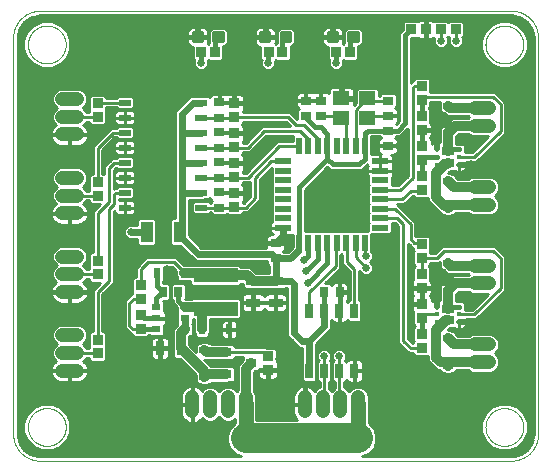
<source format=gtl>
G75*
%MOIN*%
%OFA0B0*%
%FSLAX25Y25*%
%IPPOS*%
%LPD*%
%AMOC8*
5,1,8,0,0,1.08239X$1,22.5*
%
%ADD10C,0.00000*%
%ADD11R,0.03543X0.03346*%
%ADD12R,0.14567X0.04724*%
%ADD13R,0.02756X0.03543*%
%ADD14R,0.03150X0.04724*%
%ADD15R,0.04724X0.03150*%
%ADD16R,0.02480X0.03268*%
%ADD17C,0.01181*%
%ADD18R,0.03346X0.03543*%
%ADD19R,0.02500X0.05000*%
%ADD20R,0.03150X0.02480*%
%ADD21R,0.03543X0.03150*%
%ADD22R,0.03268X0.02480*%
%ADD23R,0.03937X0.03150*%
%ADD24R,0.01654X0.01654*%
%ADD25C,0.04756*%
%ADD26R,0.03200X0.03500*%
%ADD27R,0.01969X0.05709*%
%ADD28R,0.05709X0.01969*%
%ADD29R,0.03543X0.02756*%
%ADD30R,0.05512X0.04724*%
%ADD31R,0.03937X0.01969*%
%ADD32R,0.03937X0.07087*%
%ADD33C,0.03200*%
%ADD34C,0.01000*%
%ADD35C,0.01600*%
%ADD36C,0.02400*%
%ADD37C,0.02500*%
%ADD38C,0.02000*%
%ADD39C,0.05000*%
%ADD40C,0.10000*%
D10*
X0079000Y0097500D02*
X0236000Y0097500D01*
X0236217Y0097503D01*
X0236435Y0097511D01*
X0236652Y0097524D01*
X0236869Y0097542D01*
X0237085Y0097566D01*
X0237300Y0097594D01*
X0237515Y0097628D01*
X0237729Y0097668D01*
X0237942Y0097712D01*
X0238154Y0097762D01*
X0238364Y0097816D01*
X0238574Y0097876D01*
X0238781Y0097940D01*
X0238987Y0098010D01*
X0239191Y0098085D01*
X0239394Y0098164D01*
X0239594Y0098249D01*
X0239793Y0098338D01*
X0239989Y0098432D01*
X0240183Y0098531D01*
X0240374Y0098634D01*
X0240563Y0098742D01*
X0240749Y0098855D01*
X0240932Y0098972D01*
X0241113Y0099093D01*
X0241290Y0099219D01*
X0241464Y0099349D01*
X0241636Y0099483D01*
X0241804Y0099621D01*
X0241968Y0099763D01*
X0242129Y0099910D01*
X0242287Y0100060D01*
X0242440Y0100213D01*
X0242590Y0100371D01*
X0242737Y0100532D01*
X0242879Y0100696D01*
X0243017Y0100864D01*
X0243151Y0101036D01*
X0243281Y0101210D01*
X0243407Y0101387D01*
X0243528Y0101568D01*
X0243645Y0101751D01*
X0243758Y0101937D01*
X0243866Y0102126D01*
X0243969Y0102317D01*
X0244068Y0102511D01*
X0244162Y0102707D01*
X0244251Y0102906D01*
X0244336Y0103106D01*
X0244415Y0103309D01*
X0244490Y0103513D01*
X0244560Y0103719D01*
X0244624Y0103926D01*
X0244684Y0104136D01*
X0244738Y0104346D01*
X0244788Y0104558D01*
X0244832Y0104771D01*
X0244872Y0104985D01*
X0244906Y0105200D01*
X0244934Y0105415D01*
X0244958Y0105631D01*
X0244976Y0105848D01*
X0244989Y0106065D01*
X0244997Y0106283D01*
X0245000Y0106500D01*
X0245000Y0238500D01*
X0244997Y0238717D01*
X0244989Y0238935D01*
X0244976Y0239152D01*
X0244958Y0239369D01*
X0244934Y0239585D01*
X0244906Y0239800D01*
X0244872Y0240015D01*
X0244832Y0240229D01*
X0244788Y0240442D01*
X0244738Y0240654D01*
X0244684Y0240864D01*
X0244624Y0241074D01*
X0244560Y0241281D01*
X0244490Y0241487D01*
X0244415Y0241691D01*
X0244336Y0241894D01*
X0244251Y0242094D01*
X0244162Y0242293D01*
X0244068Y0242489D01*
X0243969Y0242683D01*
X0243866Y0242874D01*
X0243758Y0243063D01*
X0243645Y0243249D01*
X0243528Y0243432D01*
X0243407Y0243613D01*
X0243281Y0243790D01*
X0243151Y0243964D01*
X0243017Y0244136D01*
X0242879Y0244304D01*
X0242737Y0244468D01*
X0242590Y0244629D01*
X0242440Y0244787D01*
X0242287Y0244940D01*
X0242129Y0245090D01*
X0241968Y0245237D01*
X0241804Y0245379D01*
X0241636Y0245517D01*
X0241464Y0245651D01*
X0241290Y0245781D01*
X0241113Y0245907D01*
X0240932Y0246028D01*
X0240749Y0246145D01*
X0240563Y0246258D01*
X0240374Y0246366D01*
X0240183Y0246469D01*
X0239989Y0246568D01*
X0239793Y0246662D01*
X0239594Y0246751D01*
X0239394Y0246836D01*
X0239191Y0246915D01*
X0238987Y0246990D01*
X0238781Y0247060D01*
X0238574Y0247124D01*
X0238364Y0247184D01*
X0238154Y0247238D01*
X0237942Y0247288D01*
X0237729Y0247332D01*
X0237515Y0247372D01*
X0237300Y0247406D01*
X0237085Y0247434D01*
X0236869Y0247458D01*
X0236652Y0247476D01*
X0236435Y0247489D01*
X0236217Y0247497D01*
X0236000Y0247500D01*
X0079000Y0247500D01*
X0078783Y0247497D01*
X0078565Y0247489D01*
X0078348Y0247476D01*
X0078131Y0247458D01*
X0077915Y0247434D01*
X0077700Y0247406D01*
X0077485Y0247372D01*
X0077271Y0247332D01*
X0077058Y0247288D01*
X0076846Y0247238D01*
X0076636Y0247184D01*
X0076426Y0247124D01*
X0076219Y0247060D01*
X0076013Y0246990D01*
X0075809Y0246915D01*
X0075606Y0246836D01*
X0075406Y0246751D01*
X0075207Y0246662D01*
X0075011Y0246568D01*
X0074817Y0246469D01*
X0074626Y0246366D01*
X0074437Y0246258D01*
X0074251Y0246145D01*
X0074068Y0246028D01*
X0073887Y0245907D01*
X0073710Y0245781D01*
X0073536Y0245651D01*
X0073364Y0245517D01*
X0073196Y0245379D01*
X0073032Y0245237D01*
X0072871Y0245090D01*
X0072713Y0244940D01*
X0072560Y0244787D01*
X0072410Y0244629D01*
X0072263Y0244468D01*
X0072121Y0244304D01*
X0071983Y0244136D01*
X0071849Y0243964D01*
X0071719Y0243790D01*
X0071593Y0243613D01*
X0071472Y0243432D01*
X0071355Y0243249D01*
X0071242Y0243063D01*
X0071134Y0242874D01*
X0071031Y0242683D01*
X0070932Y0242489D01*
X0070838Y0242293D01*
X0070749Y0242094D01*
X0070664Y0241894D01*
X0070585Y0241691D01*
X0070510Y0241487D01*
X0070440Y0241281D01*
X0070376Y0241074D01*
X0070316Y0240864D01*
X0070262Y0240654D01*
X0070212Y0240442D01*
X0070168Y0240229D01*
X0070128Y0240015D01*
X0070094Y0239800D01*
X0070066Y0239585D01*
X0070042Y0239369D01*
X0070024Y0239152D01*
X0070011Y0238935D01*
X0070003Y0238717D01*
X0070000Y0238500D01*
X0070000Y0106500D01*
X0070003Y0106283D01*
X0070011Y0106065D01*
X0070024Y0105848D01*
X0070042Y0105631D01*
X0070066Y0105415D01*
X0070094Y0105200D01*
X0070128Y0104985D01*
X0070168Y0104771D01*
X0070212Y0104558D01*
X0070262Y0104346D01*
X0070316Y0104136D01*
X0070376Y0103926D01*
X0070440Y0103719D01*
X0070510Y0103513D01*
X0070585Y0103309D01*
X0070664Y0103106D01*
X0070749Y0102906D01*
X0070838Y0102707D01*
X0070932Y0102511D01*
X0071031Y0102317D01*
X0071134Y0102126D01*
X0071242Y0101937D01*
X0071355Y0101751D01*
X0071472Y0101568D01*
X0071593Y0101387D01*
X0071719Y0101210D01*
X0071849Y0101036D01*
X0071983Y0100864D01*
X0072121Y0100696D01*
X0072263Y0100532D01*
X0072410Y0100371D01*
X0072560Y0100213D01*
X0072713Y0100060D01*
X0072871Y0099910D01*
X0073032Y0099763D01*
X0073196Y0099621D01*
X0073364Y0099483D01*
X0073536Y0099349D01*
X0073710Y0099219D01*
X0073887Y0099093D01*
X0074068Y0098972D01*
X0074251Y0098855D01*
X0074437Y0098742D01*
X0074626Y0098634D01*
X0074817Y0098531D01*
X0075011Y0098432D01*
X0075207Y0098338D01*
X0075406Y0098249D01*
X0075606Y0098164D01*
X0075809Y0098085D01*
X0076013Y0098010D01*
X0076219Y0097940D01*
X0076426Y0097876D01*
X0076636Y0097816D01*
X0076846Y0097762D01*
X0077058Y0097712D01*
X0077271Y0097668D01*
X0077485Y0097628D01*
X0077700Y0097594D01*
X0077915Y0097566D01*
X0078131Y0097542D01*
X0078348Y0097524D01*
X0078565Y0097511D01*
X0078783Y0097503D01*
X0079000Y0097500D01*
X0074951Y0108750D02*
X0074953Y0108908D01*
X0074959Y0109066D01*
X0074969Y0109224D01*
X0074983Y0109382D01*
X0075001Y0109539D01*
X0075022Y0109696D01*
X0075048Y0109852D01*
X0075078Y0110008D01*
X0075111Y0110163D01*
X0075149Y0110316D01*
X0075190Y0110469D01*
X0075235Y0110621D01*
X0075284Y0110772D01*
X0075337Y0110921D01*
X0075393Y0111069D01*
X0075453Y0111215D01*
X0075517Y0111360D01*
X0075585Y0111503D01*
X0075656Y0111645D01*
X0075730Y0111785D01*
X0075808Y0111922D01*
X0075890Y0112058D01*
X0075974Y0112192D01*
X0076063Y0112323D01*
X0076154Y0112452D01*
X0076249Y0112579D01*
X0076346Y0112704D01*
X0076447Y0112826D01*
X0076551Y0112945D01*
X0076658Y0113062D01*
X0076768Y0113176D01*
X0076881Y0113287D01*
X0076996Y0113396D01*
X0077114Y0113501D01*
X0077235Y0113603D01*
X0077358Y0113703D01*
X0077484Y0113799D01*
X0077612Y0113892D01*
X0077742Y0113982D01*
X0077875Y0114068D01*
X0078010Y0114152D01*
X0078146Y0114231D01*
X0078285Y0114308D01*
X0078426Y0114380D01*
X0078568Y0114450D01*
X0078712Y0114515D01*
X0078858Y0114577D01*
X0079005Y0114635D01*
X0079154Y0114690D01*
X0079304Y0114741D01*
X0079455Y0114788D01*
X0079607Y0114831D01*
X0079760Y0114870D01*
X0079915Y0114906D01*
X0080070Y0114937D01*
X0080226Y0114965D01*
X0080382Y0114989D01*
X0080539Y0115009D01*
X0080697Y0115025D01*
X0080854Y0115037D01*
X0081013Y0115045D01*
X0081171Y0115049D01*
X0081329Y0115049D01*
X0081487Y0115045D01*
X0081646Y0115037D01*
X0081803Y0115025D01*
X0081961Y0115009D01*
X0082118Y0114989D01*
X0082274Y0114965D01*
X0082430Y0114937D01*
X0082585Y0114906D01*
X0082740Y0114870D01*
X0082893Y0114831D01*
X0083045Y0114788D01*
X0083196Y0114741D01*
X0083346Y0114690D01*
X0083495Y0114635D01*
X0083642Y0114577D01*
X0083788Y0114515D01*
X0083932Y0114450D01*
X0084074Y0114380D01*
X0084215Y0114308D01*
X0084354Y0114231D01*
X0084490Y0114152D01*
X0084625Y0114068D01*
X0084758Y0113982D01*
X0084888Y0113892D01*
X0085016Y0113799D01*
X0085142Y0113703D01*
X0085265Y0113603D01*
X0085386Y0113501D01*
X0085504Y0113396D01*
X0085619Y0113287D01*
X0085732Y0113176D01*
X0085842Y0113062D01*
X0085949Y0112945D01*
X0086053Y0112826D01*
X0086154Y0112704D01*
X0086251Y0112579D01*
X0086346Y0112452D01*
X0086437Y0112323D01*
X0086526Y0112192D01*
X0086610Y0112058D01*
X0086692Y0111922D01*
X0086770Y0111785D01*
X0086844Y0111645D01*
X0086915Y0111503D01*
X0086983Y0111360D01*
X0087047Y0111215D01*
X0087107Y0111069D01*
X0087163Y0110921D01*
X0087216Y0110772D01*
X0087265Y0110621D01*
X0087310Y0110469D01*
X0087351Y0110316D01*
X0087389Y0110163D01*
X0087422Y0110008D01*
X0087452Y0109852D01*
X0087478Y0109696D01*
X0087499Y0109539D01*
X0087517Y0109382D01*
X0087531Y0109224D01*
X0087541Y0109066D01*
X0087547Y0108908D01*
X0087549Y0108750D01*
X0087547Y0108592D01*
X0087541Y0108434D01*
X0087531Y0108276D01*
X0087517Y0108118D01*
X0087499Y0107961D01*
X0087478Y0107804D01*
X0087452Y0107648D01*
X0087422Y0107492D01*
X0087389Y0107337D01*
X0087351Y0107184D01*
X0087310Y0107031D01*
X0087265Y0106879D01*
X0087216Y0106728D01*
X0087163Y0106579D01*
X0087107Y0106431D01*
X0087047Y0106285D01*
X0086983Y0106140D01*
X0086915Y0105997D01*
X0086844Y0105855D01*
X0086770Y0105715D01*
X0086692Y0105578D01*
X0086610Y0105442D01*
X0086526Y0105308D01*
X0086437Y0105177D01*
X0086346Y0105048D01*
X0086251Y0104921D01*
X0086154Y0104796D01*
X0086053Y0104674D01*
X0085949Y0104555D01*
X0085842Y0104438D01*
X0085732Y0104324D01*
X0085619Y0104213D01*
X0085504Y0104104D01*
X0085386Y0103999D01*
X0085265Y0103897D01*
X0085142Y0103797D01*
X0085016Y0103701D01*
X0084888Y0103608D01*
X0084758Y0103518D01*
X0084625Y0103432D01*
X0084490Y0103348D01*
X0084354Y0103269D01*
X0084215Y0103192D01*
X0084074Y0103120D01*
X0083932Y0103050D01*
X0083788Y0102985D01*
X0083642Y0102923D01*
X0083495Y0102865D01*
X0083346Y0102810D01*
X0083196Y0102759D01*
X0083045Y0102712D01*
X0082893Y0102669D01*
X0082740Y0102630D01*
X0082585Y0102594D01*
X0082430Y0102563D01*
X0082274Y0102535D01*
X0082118Y0102511D01*
X0081961Y0102491D01*
X0081803Y0102475D01*
X0081646Y0102463D01*
X0081487Y0102455D01*
X0081329Y0102451D01*
X0081171Y0102451D01*
X0081013Y0102455D01*
X0080854Y0102463D01*
X0080697Y0102475D01*
X0080539Y0102491D01*
X0080382Y0102511D01*
X0080226Y0102535D01*
X0080070Y0102563D01*
X0079915Y0102594D01*
X0079760Y0102630D01*
X0079607Y0102669D01*
X0079455Y0102712D01*
X0079304Y0102759D01*
X0079154Y0102810D01*
X0079005Y0102865D01*
X0078858Y0102923D01*
X0078712Y0102985D01*
X0078568Y0103050D01*
X0078426Y0103120D01*
X0078285Y0103192D01*
X0078146Y0103269D01*
X0078010Y0103348D01*
X0077875Y0103432D01*
X0077742Y0103518D01*
X0077612Y0103608D01*
X0077484Y0103701D01*
X0077358Y0103797D01*
X0077235Y0103897D01*
X0077114Y0103999D01*
X0076996Y0104104D01*
X0076881Y0104213D01*
X0076768Y0104324D01*
X0076658Y0104438D01*
X0076551Y0104555D01*
X0076447Y0104674D01*
X0076346Y0104796D01*
X0076249Y0104921D01*
X0076154Y0105048D01*
X0076063Y0105177D01*
X0075974Y0105308D01*
X0075890Y0105442D01*
X0075808Y0105578D01*
X0075730Y0105715D01*
X0075656Y0105855D01*
X0075585Y0105997D01*
X0075517Y0106140D01*
X0075453Y0106285D01*
X0075393Y0106431D01*
X0075337Y0106579D01*
X0075284Y0106728D01*
X0075235Y0106879D01*
X0075190Y0107031D01*
X0075149Y0107184D01*
X0075111Y0107337D01*
X0075078Y0107492D01*
X0075048Y0107648D01*
X0075022Y0107804D01*
X0075001Y0107961D01*
X0074983Y0108118D01*
X0074969Y0108276D01*
X0074959Y0108434D01*
X0074953Y0108592D01*
X0074951Y0108750D01*
X0074951Y0236250D02*
X0074953Y0236408D01*
X0074959Y0236566D01*
X0074969Y0236724D01*
X0074983Y0236882D01*
X0075001Y0237039D01*
X0075022Y0237196D01*
X0075048Y0237352D01*
X0075078Y0237508D01*
X0075111Y0237663D01*
X0075149Y0237816D01*
X0075190Y0237969D01*
X0075235Y0238121D01*
X0075284Y0238272D01*
X0075337Y0238421D01*
X0075393Y0238569D01*
X0075453Y0238715D01*
X0075517Y0238860D01*
X0075585Y0239003D01*
X0075656Y0239145D01*
X0075730Y0239285D01*
X0075808Y0239422D01*
X0075890Y0239558D01*
X0075974Y0239692D01*
X0076063Y0239823D01*
X0076154Y0239952D01*
X0076249Y0240079D01*
X0076346Y0240204D01*
X0076447Y0240326D01*
X0076551Y0240445D01*
X0076658Y0240562D01*
X0076768Y0240676D01*
X0076881Y0240787D01*
X0076996Y0240896D01*
X0077114Y0241001D01*
X0077235Y0241103D01*
X0077358Y0241203D01*
X0077484Y0241299D01*
X0077612Y0241392D01*
X0077742Y0241482D01*
X0077875Y0241568D01*
X0078010Y0241652D01*
X0078146Y0241731D01*
X0078285Y0241808D01*
X0078426Y0241880D01*
X0078568Y0241950D01*
X0078712Y0242015D01*
X0078858Y0242077D01*
X0079005Y0242135D01*
X0079154Y0242190D01*
X0079304Y0242241D01*
X0079455Y0242288D01*
X0079607Y0242331D01*
X0079760Y0242370D01*
X0079915Y0242406D01*
X0080070Y0242437D01*
X0080226Y0242465D01*
X0080382Y0242489D01*
X0080539Y0242509D01*
X0080697Y0242525D01*
X0080854Y0242537D01*
X0081013Y0242545D01*
X0081171Y0242549D01*
X0081329Y0242549D01*
X0081487Y0242545D01*
X0081646Y0242537D01*
X0081803Y0242525D01*
X0081961Y0242509D01*
X0082118Y0242489D01*
X0082274Y0242465D01*
X0082430Y0242437D01*
X0082585Y0242406D01*
X0082740Y0242370D01*
X0082893Y0242331D01*
X0083045Y0242288D01*
X0083196Y0242241D01*
X0083346Y0242190D01*
X0083495Y0242135D01*
X0083642Y0242077D01*
X0083788Y0242015D01*
X0083932Y0241950D01*
X0084074Y0241880D01*
X0084215Y0241808D01*
X0084354Y0241731D01*
X0084490Y0241652D01*
X0084625Y0241568D01*
X0084758Y0241482D01*
X0084888Y0241392D01*
X0085016Y0241299D01*
X0085142Y0241203D01*
X0085265Y0241103D01*
X0085386Y0241001D01*
X0085504Y0240896D01*
X0085619Y0240787D01*
X0085732Y0240676D01*
X0085842Y0240562D01*
X0085949Y0240445D01*
X0086053Y0240326D01*
X0086154Y0240204D01*
X0086251Y0240079D01*
X0086346Y0239952D01*
X0086437Y0239823D01*
X0086526Y0239692D01*
X0086610Y0239558D01*
X0086692Y0239422D01*
X0086770Y0239285D01*
X0086844Y0239145D01*
X0086915Y0239003D01*
X0086983Y0238860D01*
X0087047Y0238715D01*
X0087107Y0238569D01*
X0087163Y0238421D01*
X0087216Y0238272D01*
X0087265Y0238121D01*
X0087310Y0237969D01*
X0087351Y0237816D01*
X0087389Y0237663D01*
X0087422Y0237508D01*
X0087452Y0237352D01*
X0087478Y0237196D01*
X0087499Y0237039D01*
X0087517Y0236882D01*
X0087531Y0236724D01*
X0087541Y0236566D01*
X0087547Y0236408D01*
X0087549Y0236250D01*
X0087547Y0236092D01*
X0087541Y0235934D01*
X0087531Y0235776D01*
X0087517Y0235618D01*
X0087499Y0235461D01*
X0087478Y0235304D01*
X0087452Y0235148D01*
X0087422Y0234992D01*
X0087389Y0234837D01*
X0087351Y0234684D01*
X0087310Y0234531D01*
X0087265Y0234379D01*
X0087216Y0234228D01*
X0087163Y0234079D01*
X0087107Y0233931D01*
X0087047Y0233785D01*
X0086983Y0233640D01*
X0086915Y0233497D01*
X0086844Y0233355D01*
X0086770Y0233215D01*
X0086692Y0233078D01*
X0086610Y0232942D01*
X0086526Y0232808D01*
X0086437Y0232677D01*
X0086346Y0232548D01*
X0086251Y0232421D01*
X0086154Y0232296D01*
X0086053Y0232174D01*
X0085949Y0232055D01*
X0085842Y0231938D01*
X0085732Y0231824D01*
X0085619Y0231713D01*
X0085504Y0231604D01*
X0085386Y0231499D01*
X0085265Y0231397D01*
X0085142Y0231297D01*
X0085016Y0231201D01*
X0084888Y0231108D01*
X0084758Y0231018D01*
X0084625Y0230932D01*
X0084490Y0230848D01*
X0084354Y0230769D01*
X0084215Y0230692D01*
X0084074Y0230620D01*
X0083932Y0230550D01*
X0083788Y0230485D01*
X0083642Y0230423D01*
X0083495Y0230365D01*
X0083346Y0230310D01*
X0083196Y0230259D01*
X0083045Y0230212D01*
X0082893Y0230169D01*
X0082740Y0230130D01*
X0082585Y0230094D01*
X0082430Y0230063D01*
X0082274Y0230035D01*
X0082118Y0230011D01*
X0081961Y0229991D01*
X0081803Y0229975D01*
X0081646Y0229963D01*
X0081487Y0229955D01*
X0081329Y0229951D01*
X0081171Y0229951D01*
X0081013Y0229955D01*
X0080854Y0229963D01*
X0080697Y0229975D01*
X0080539Y0229991D01*
X0080382Y0230011D01*
X0080226Y0230035D01*
X0080070Y0230063D01*
X0079915Y0230094D01*
X0079760Y0230130D01*
X0079607Y0230169D01*
X0079455Y0230212D01*
X0079304Y0230259D01*
X0079154Y0230310D01*
X0079005Y0230365D01*
X0078858Y0230423D01*
X0078712Y0230485D01*
X0078568Y0230550D01*
X0078426Y0230620D01*
X0078285Y0230692D01*
X0078146Y0230769D01*
X0078010Y0230848D01*
X0077875Y0230932D01*
X0077742Y0231018D01*
X0077612Y0231108D01*
X0077484Y0231201D01*
X0077358Y0231297D01*
X0077235Y0231397D01*
X0077114Y0231499D01*
X0076996Y0231604D01*
X0076881Y0231713D01*
X0076768Y0231824D01*
X0076658Y0231938D01*
X0076551Y0232055D01*
X0076447Y0232174D01*
X0076346Y0232296D01*
X0076249Y0232421D01*
X0076154Y0232548D01*
X0076063Y0232677D01*
X0075974Y0232808D01*
X0075890Y0232942D01*
X0075808Y0233078D01*
X0075730Y0233215D01*
X0075656Y0233355D01*
X0075585Y0233497D01*
X0075517Y0233640D01*
X0075453Y0233785D01*
X0075393Y0233931D01*
X0075337Y0234079D01*
X0075284Y0234228D01*
X0075235Y0234379D01*
X0075190Y0234531D01*
X0075149Y0234684D01*
X0075111Y0234837D01*
X0075078Y0234992D01*
X0075048Y0235148D01*
X0075022Y0235304D01*
X0075001Y0235461D01*
X0074983Y0235618D01*
X0074969Y0235776D01*
X0074959Y0235934D01*
X0074953Y0236092D01*
X0074951Y0236250D01*
X0227451Y0236250D02*
X0227453Y0236408D01*
X0227459Y0236566D01*
X0227469Y0236724D01*
X0227483Y0236882D01*
X0227501Y0237039D01*
X0227522Y0237196D01*
X0227548Y0237352D01*
X0227578Y0237508D01*
X0227611Y0237663D01*
X0227649Y0237816D01*
X0227690Y0237969D01*
X0227735Y0238121D01*
X0227784Y0238272D01*
X0227837Y0238421D01*
X0227893Y0238569D01*
X0227953Y0238715D01*
X0228017Y0238860D01*
X0228085Y0239003D01*
X0228156Y0239145D01*
X0228230Y0239285D01*
X0228308Y0239422D01*
X0228390Y0239558D01*
X0228474Y0239692D01*
X0228563Y0239823D01*
X0228654Y0239952D01*
X0228749Y0240079D01*
X0228846Y0240204D01*
X0228947Y0240326D01*
X0229051Y0240445D01*
X0229158Y0240562D01*
X0229268Y0240676D01*
X0229381Y0240787D01*
X0229496Y0240896D01*
X0229614Y0241001D01*
X0229735Y0241103D01*
X0229858Y0241203D01*
X0229984Y0241299D01*
X0230112Y0241392D01*
X0230242Y0241482D01*
X0230375Y0241568D01*
X0230510Y0241652D01*
X0230646Y0241731D01*
X0230785Y0241808D01*
X0230926Y0241880D01*
X0231068Y0241950D01*
X0231212Y0242015D01*
X0231358Y0242077D01*
X0231505Y0242135D01*
X0231654Y0242190D01*
X0231804Y0242241D01*
X0231955Y0242288D01*
X0232107Y0242331D01*
X0232260Y0242370D01*
X0232415Y0242406D01*
X0232570Y0242437D01*
X0232726Y0242465D01*
X0232882Y0242489D01*
X0233039Y0242509D01*
X0233197Y0242525D01*
X0233354Y0242537D01*
X0233513Y0242545D01*
X0233671Y0242549D01*
X0233829Y0242549D01*
X0233987Y0242545D01*
X0234146Y0242537D01*
X0234303Y0242525D01*
X0234461Y0242509D01*
X0234618Y0242489D01*
X0234774Y0242465D01*
X0234930Y0242437D01*
X0235085Y0242406D01*
X0235240Y0242370D01*
X0235393Y0242331D01*
X0235545Y0242288D01*
X0235696Y0242241D01*
X0235846Y0242190D01*
X0235995Y0242135D01*
X0236142Y0242077D01*
X0236288Y0242015D01*
X0236432Y0241950D01*
X0236574Y0241880D01*
X0236715Y0241808D01*
X0236854Y0241731D01*
X0236990Y0241652D01*
X0237125Y0241568D01*
X0237258Y0241482D01*
X0237388Y0241392D01*
X0237516Y0241299D01*
X0237642Y0241203D01*
X0237765Y0241103D01*
X0237886Y0241001D01*
X0238004Y0240896D01*
X0238119Y0240787D01*
X0238232Y0240676D01*
X0238342Y0240562D01*
X0238449Y0240445D01*
X0238553Y0240326D01*
X0238654Y0240204D01*
X0238751Y0240079D01*
X0238846Y0239952D01*
X0238937Y0239823D01*
X0239026Y0239692D01*
X0239110Y0239558D01*
X0239192Y0239422D01*
X0239270Y0239285D01*
X0239344Y0239145D01*
X0239415Y0239003D01*
X0239483Y0238860D01*
X0239547Y0238715D01*
X0239607Y0238569D01*
X0239663Y0238421D01*
X0239716Y0238272D01*
X0239765Y0238121D01*
X0239810Y0237969D01*
X0239851Y0237816D01*
X0239889Y0237663D01*
X0239922Y0237508D01*
X0239952Y0237352D01*
X0239978Y0237196D01*
X0239999Y0237039D01*
X0240017Y0236882D01*
X0240031Y0236724D01*
X0240041Y0236566D01*
X0240047Y0236408D01*
X0240049Y0236250D01*
X0240047Y0236092D01*
X0240041Y0235934D01*
X0240031Y0235776D01*
X0240017Y0235618D01*
X0239999Y0235461D01*
X0239978Y0235304D01*
X0239952Y0235148D01*
X0239922Y0234992D01*
X0239889Y0234837D01*
X0239851Y0234684D01*
X0239810Y0234531D01*
X0239765Y0234379D01*
X0239716Y0234228D01*
X0239663Y0234079D01*
X0239607Y0233931D01*
X0239547Y0233785D01*
X0239483Y0233640D01*
X0239415Y0233497D01*
X0239344Y0233355D01*
X0239270Y0233215D01*
X0239192Y0233078D01*
X0239110Y0232942D01*
X0239026Y0232808D01*
X0238937Y0232677D01*
X0238846Y0232548D01*
X0238751Y0232421D01*
X0238654Y0232296D01*
X0238553Y0232174D01*
X0238449Y0232055D01*
X0238342Y0231938D01*
X0238232Y0231824D01*
X0238119Y0231713D01*
X0238004Y0231604D01*
X0237886Y0231499D01*
X0237765Y0231397D01*
X0237642Y0231297D01*
X0237516Y0231201D01*
X0237388Y0231108D01*
X0237258Y0231018D01*
X0237125Y0230932D01*
X0236990Y0230848D01*
X0236854Y0230769D01*
X0236715Y0230692D01*
X0236574Y0230620D01*
X0236432Y0230550D01*
X0236288Y0230485D01*
X0236142Y0230423D01*
X0235995Y0230365D01*
X0235846Y0230310D01*
X0235696Y0230259D01*
X0235545Y0230212D01*
X0235393Y0230169D01*
X0235240Y0230130D01*
X0235085Y0230094D01*
X0234930Y0230063D01*
X0234774Y0230035D01*
X0234618Y0230011D01*
X0234461Y0229991D01*
X0234303Y0229975D01*
X0234146Y0229963D01*
X0233987Y0229955D01*
X0233829Y0229951D01*
X0233671Y0229951D01*
X0233513Y0229955D01*
X0233354Y0229963D01*
X0233197Y0229975D01*
X0233039Y0229991D01*
X0232882Y0230011D01*
X0232726Y0230035D01*
X0232570Y0230063D01*
X0232415Y0230094D01*
X0232260Y0230130D01*
X0232107Y0230169D01*
X0231955Y0230212D01*
X0231804Y0230259D01*
X0231654Y0230310D01*
X0231505Y0230365D01*
X0231358Y0230423D01*
X0231212Y0230485D01*
X0231068Y0230550D01*
X0230926Y0230620D01*
X0230785Y0230692D01*
X0230646Y0230769D01*
X0230510Y0230848D01*
X0230375Y0230932D01*
X0230242Y0231018D01*
X0230112Y0231108D01*
X0229984Y0231201D01*
X0229858Y0231297D01*
X0229735Y0231397D01*
X0229614Y0231499D01*
X0229496Y0231604D01*
X0229381Y0231713D01*
X0229268Y0231824D01*
X0229158Y0231938D01*
X0229051Y0232055D01*
X0228947Y0232174D01*
X0228846Y0232296D01*
X0228749Y0232421D01*
X0228654Y0232548D01*
X0228563Y0232677D01*
X0228474Y0232808D01*
X0228390Y0232942D01*
X0228308Y0233078D01*
X0228230Y0233215D01*
X0228156Y0233355D01*
X0228085Y0233497D01*
X0228017Y0233640D01*
X0227953Y0233785D01*
X0227893Y0233931D01*
X0227837Y0234079D01*
X0227784Y0234228D01*
X0227735Y0234379D01*
X0227690Y0234531D01*
X0227649Y0234684D01*
X0227611Y0234837D01*
X0227578Y0234992D01*
X0227548Y0235148D01*
X0227522Y0235304D01*
X0227501Y0235461D01*
X0227483Y0235618D01*
X0227469Y0235776D01*
X0227459Y0235934D01*
X0227453Y0236092D01*
X0227451Y0236250D01*
X0227451Y0108750D02*
X0227453Y0108908D01*
X0227459Y0109066D01*
X0227469Y0109224D01*
X0227483Y0109382D01*
X0227501Y0109539D01*
X0227522Y0109696D01*
X0227548Y0109852D01*
X0227578Y0110008D01*
X0227611Y0110163D01*
X0227649Y0110316D01*
X0227690Y0110469D01*
X0227735Y0110621D01*
X0227784Y0110772D01*
X0227837Y0110921D01*
X0227893Y0111069D01*
X0227953Y0111215D01*
X0228017Y0111360D01*
X0228085Y0111503D01*
X0228156Y0111645D01*
X0228230Y0111785D01*
X0228308Y0111922D01*
X0228390Y0112058D01*
X0228474Y0112192D01*
X0228563Y0112323D01*
X0228654Y0112452D01*
X0228749Y0112579D01*
X0228846Y0112704D01*
X0228947Y0112826D01*
X0229051Y0112945D01*
X0229158Y0113062D01*
X0229268Y0113176D01*
X0229381Y0113287D01*
X0229496Y0113396D01*
X0229614Y0113501D01*
X0229735Y0113603D01*
X0229858Y0113703D01*
X0229984Y0113799D01*
X0230112Y0113892D01*
X0230242Y0113982D01*
X0230375Y0114068D01*
X0230510Y0114152D01*
X0230646Y0114231D01*
X0230785Y0114308D01*
X0230926Y0114380D01*
X0231068Y0114450D01*
X0231212Y0114515D01*
X0231358Y0114577D01*
X0231505Y0114635D01*
X0231654Y0114690D01*
X0231804Y0114741D01*
X0231955Y0114788D01*
X0232107Y0114831D01*
X0232260Y0114870D01*
X0232415Y0114906D01*
X0232570Y0114937D01*
X0232726Y0114965D01*
X0232882Y0114989D01*
X0233039Y0115009D01*
X0233197Y0115025D01*
X0233354Y0115037D01*
X0233513Y0115045D01*
X0233671Y0115049D01*
X0233829Y0115049D01*
X0233987Y0115045D01*
X0234146Y0115037D01*
X0234303Y0115025D01*
X0234461Y0115009D01*
X0234618Y0114989D01*
X0234774Y0114965D01*
X0234930Y0114937D01*
X0235085Y0114906D01*
X0235240Y0114870D01*
X0235393Y0114831D01*
X0235545Y0114788D01*
X0235696Y0114741D01*
X0235846Y0114690D01*
X0235995Y0114635D01*
X0236142Y0114577D01*
X0236288Y0114515D01*
X0236432Y0114450D01*
X0236574Y0114380D01*
X0236715Y0114308D01*
X0236854Y0114231D01*
X0236990Y0114152D01*
X0237125Y0114068D01*
X0237258Y0113982D01*
X0237388Y0113892D01*
X0237516Y0113799D01*
X0237642Y0113703D01*
X0237765Y0113603D01*
X0237886Y0113501D01*
X0238004Y0113396D01*
X0238119Y0113287D01*
X0238232Y0113176D01*
X0238342Y0113062D01*
X0238449Y0112945D01*
X0238553Y0112826D01*
X0238654Y0112704D01*
X0238751Y0112579D01*
X0238846Y0112452D01*
X0238937Y0112323D01*
X0239026Y0112192D01*
X0239110Y0112058D01*
X0239192Y0111922D01*
X0239270Y0111785D01*
X0239344Y0111645D01*
X0239415Y0111503D01*
X0239483Y0111360D01*
X0239547Y0111215D01*
X0239607Y0111069D01*
X0239663Y0110921D01*
X0239716Y0110772D01*
X0239765Y0110621D01*
X0239810Y0110469D01*
X0239851Y0110316D01*
X0239889Y0110163D01*
X0239922Y0110008D01*
X0239952Y0109852D01*
X0239978Y0109696D01*
X0239999Y0109539D01*
X0240017Y0109382D01*
X0240031Y0109224D01*
X0240041Y0109066D01*
X0240047Y0108908D01*
X0240049Y0108750D01*
X0240047Y0108592D01*
X0240041Y0108434D01*
X0240031Y0108276D01*
X0240017Y0108118D01*
X0239999Y0107961D01*
X0239978Y0107804D01*
X0239952Y0107648D01*
X0239922Y0107492D01*
X0239889Y0107337D01*
X0239851Y0107184D01*
X0239810Y0107031D01*
X0239765Y0106879D01*
X0239716Y0106728D01*
X0239663Y0106579D01*
X0239607Y0106431D01*
X0239547Y0106285D01*
X0239483Y0106140D01*
X0239415Y0105997D01*
X0239344Y0105855D01*
X0239270Y0105715D01*
X0239192Y0105578D01*
X0239110Y0105442D01*
X0239026Y0105308D01*
X0238937Y0105177D01*
X0238846Y0105048D01*
X0238751Y0104921D01*
X0238654Y0104796D01*
X0238553Y0104674D01*
X0238449Y0104555D01*
X0238342Y0104438D01*
X0238232Y0104324D01*
X0238119Y0104213D01*
X0238004Y0104104D01*
X0237886Y0103999D01*
X0237765Y0103897D01*
X0237642Y0103797D01*
X0237516Y0103701D01*
X0237388Y0103608D01*
X0237258Y0103518D01*
X0237125Y0103432D01*
X0236990Y0103348D01*
X0236854Y0103269D01*
X0236715Y0103192D01*
X0236574Y0103120D01*
X0236432Y0103050D01*
X0236288Y0102985D01*
X0236142Y0102923D01*
X0235995Y0102865D01*
X0235846Y0102810D01*
X0235696Y0102759D01*
X0235545Y0102712D01*
X0235393Y0102669D01*
X0235240Y0102630D01*
X0235085Y0102594D01*
X0234930Y0102563D01*
X0234774Y0102535D01*
X0234618Y0102511D01*
X0234461Y0102491D01*
X0234303Y0102475D01*
X0234146Y0102463D01*
X0233987Y0102455D01*
X0233829Y0102451D01*
X0233671Y0102451D01*
X0233513Y0102455D01*
X0233354Y0102463D01*
X0233197Y0102475D01*
X0233039Y0102491D01*
X0232882Y0102511D01*
X0232726Y0102535D01*
X0232570Y0102563D01*
X0232415Y0102594D01*
X0232260Y0102630D01*
X0232107Y0102669D01*
X0231955Y0102712D01*
X0231804Y0102759D01*
X0231654Y0102810D01*
X0231505Y0102865D01*
X0231358Y0102923D01*
X0231212Y0102985D01*
X0231068Y0103050D01*
X0230926Y0103120D01*
X0230785Y0103192D01*
X0230646Y0103269D01*
X0230510Y0103348D01*
X0230375Y0103432D01*
X0230242Y0103518D01*
X0230112Y0103608D01*
X0229984Y0103701D01*
X0229858Y0103797D01*
X0229735Y0103897D01*
X0229614Y0103999D01*
X0229496Y0104104D01*
X0229381Y0104213D01*
X0229268Y0104324D01*
X0229158Y0104438D01*
X0229051Y0104555D01*
X0228947Y0104674D01*
X0228846Y0104796D01*
X0228749Y0104921D01*
X0228654Y0105048D01*
X0228563Y0105177D01*
X0228474Y0105308D01*
X0228390Y0105442D01*
X0228308Y0105578D01*
X0228230Y0105715D01*
X0228156Y0105855D01*
X0228085Y0105997D01*
X0228017Y0106140D01*
X0227953Y0106285D01*
X0227893Y0106431D01*
X0227837Y0106579D01*
X0227784Y0106728D01*
X0227735Y0106879D01*
X0227690Y0107031D01*
X0227649Y0107184D01*
X0227611Y0107337D01*
X0227578Y0107492D01*
X0227548Y0107648D01*
X0227522Y0107804D01*
X0227501Y0107961D01*
X0227483Y0108118D01*
X0227469Y0108276D01*
X0227459Y0108434D01*
X0227453Y0108592D01*
X0227451Y0108750D01*
D11*
X0206250Y0135217D03*
X0206250Y0139783D03*
X0206250Y0145217D03*
X0206250Y0149783D03*
X0206250Y0155217D03*
X0206250Y0159783D03*
X0206250Y0165217D03*
X0206250Y0169783D03*
X0206250Y0187717D03*
X0206250Y0192283D03*
X0206250Y0197717D03*
X0206250Y0202283D03*
X0206250Y0207717D03*
X0206250Y0212283D03*
X0206250Y0217717D03*
X0206250Y0222283D03*
X0143750Y0216658D03*
X0143750Y0212092D03*
X0143750Y0206658D03*
X0143750Y0202092D03*
X0143750Y0196658D03*
X0143750Y0192092D03*
X0143750Y0186658D03*
X0143750Y0182092D03*
X0112500Y0156033D03*
X0112500Y0151467D03*
X0112500Y0146033D03*
X0112500Y0141467D03*
X0098125Y0137908D03*
X0098125Y0133342D03*
X0098125Y0159592D03*
X0098125Y0164158D03*
X0098125Y0185842D03*
X0098125Y0190408D03*
X0098125Y0212092D03*
X0098125Y0216658D03*
X0155000Y0132283D03*
X0155000Y0127717D03*
D12*
X0137500Y0148238D03*
X0137500Y0159262D03*
D13*
X0125059Y0153750D03*
X0119941Y0153750D03*
X0173691Y0153750D03*
X0178809Y0153750D03*
D14*
X0126043Y0135000D03*
X0118957Y0135000D03*
D15*
X0150000Y0150207D03*
X0150000Y0157293D03*
X0157500Y0157293D03*
X0157500Y0150207D03*
D16*
X0142028Y0141250D03*
X0132972Y0141250D03*
X0127028Y0160000D03*
X0117972Y0160000D03*
D17*
X0132925Y0237372D02*
X0132925Y0240128D01*
X0132925Y0237372D02*
X0130169Y0237372D01*
X0130169Y0240128D01*
X0132925Y0240128D01*
X0132925Y0238552D02*
X0130169Y0238552D01*
X0130169Y0239732D02*
X0132925Y0239732D01*
X0139831Y0240128D02*
X0139831Y0237372D01*
X0137075Y0237372D01*
X0137075Y0240128D01*
X0139831Y0240128D01*
X0139831Y0238552D02*
X0137075Y0238552D01*
X0137075Y0239732D02*
X0139831Y0239732D01*
X0155425Y0240128D02*
X0155425Y0237372D01*
X0152669Y0237372D01*
X0152669Y0240128D01*
X0155425Y0240128D01*
X0155425Y0238552D02*
X0152669Y0238552D01*
X0152669Y0239732D02*
X0155425Y0239732D01*
X0162331Y0240128D02*
X0162331Y0237372D01*
X0159575Y0237372D01*
X0159575Y0240128D01*
X0162331Y0240128D01*
X0162331Y0238552D02*
X0159575Y0238552D01*
X0159575Y0239732D02*
X0162331Y0239732D01*
X0177925Y0240128D02*
X0177925Y0237372D01*
X0175169Y0237372D01*
X0175169Y0240128D01*
X0177925Y0240128D01*
X0177925Y0238552D02*
X0175169Y0238552D01*
X0175169Y0239732D02*
X0177925Y0239732D01*
X0184831Y0240128D02*
X0184831Y0237372D01*
X0182075Y0237372D01*
X0182075Y0240128D01*
X0184831Y0240128D01*
X0184831Y0238552D02*
X0182075Y0238552D01*
X0182075Y0239732D02*
X0184831Y0239732D01*
D18*
X0182283Y0233750D03*
X0177717Y0233750D03*
X0159783Y0233750D03*
X0155217Y0233750D03*
X0137283Y0233750D03*
X0132717Y0233750D03*
D19*
X0168750Y0147500D03*
X0173750Y0147500D03*
X0178750Y0147500D03*
X0183750Y0147500D03*
X0183750Y0127500D03*
X0178750Y0127500D03*
X0173750Y0127500D03*
X0168750Y0127500D03*
D20*
X0127224Y0141260D03*
X0127224Y0145000D03*
X0127224Y0148740D03*
X0117776Y0148740D03*
X0117776Y0145000D03*
X0117776Y0141260D03*
D21*
X0141063Y0133740D03*
X0141063Y0126260D03*
X0149331Y0130000D03*
D22*
X0133750Y0125472D03*
X0133750Y0134528D03*
X0215000Y0138278D03*
X0215000Y0129222D03*
X0215000Y0154222D03*
X0215000Y0163278D03*
X0215000Y0181722D03*
X0215000Y0190778D03*
X0215000Y0206722D03*
X0215000Y0215778D03*
D23*
X0215000Y0200719D03*
X0215000Y0196781D03*
X0215000Y0148219D03*
X0215000Y0144281D03*
D24*
X0211398Y0143691D03*
X0211398Y0146250D03*
X0211398Y0148809D03*
X0218602Y0148809D03*
X0218602Y0146250D03*
X0218602Y0143691D03*
X0218602Y0196191D03*
X0218602Y0198750D03*
X0218602Y0201309D03*
X0211398Y0201309D03*
X0211398Y0198750D03*
X0211398Y0196191D03*
D25*
X0223793Y0188750D02*
X0228549Y0188750D01*
X0228549Y0182844D02*
X0223793Y0182844D01*
X0223793Y0162500D02*
X0228549Y0162500D01*
X0228549Y0156594D02*
X0223793Y0156594D01*
X0223793Y0136250D02*
X0228549Y0136250D01*
X0228549Y0130344D02*
X0223793Y0130344D01*
X0185000Y0118707D02*
X0185000Y0113951D01*
X0179094Y0113951D02*
X0179094Y0118707D01*
X0173189Y0118707D02*
X0173189Y0113951D01*
X0167283Y0113951D02*
X0167283Y0118707D01*
X0147500Y0118707D02*
X0147500Y0113951D01*
X0141594Y0113951D02*
X0141594Y0118707D01*
X0135689Y0118707D02*
X0135689Y0113951D01*
X0129783Y0113951D02*
X0129783Y0118707D01*
X0091207Y0127500D02*
X0086451Y0127500D01*
X0086451Y0133406D02*
X0091207Y0133406D01*
X0091207Y0139311D02*
X0086451Y0139311D01*
X0086451Y0153750D02*
X0091207Y0153750D01*
X0091207Y0159656D02*
X0086451Y0159656D01*
X0086451Y0165561D02*
X0091207Y0165561D01*
X0091207Y0180000D02*
X0086451Y0180000D01*
X0086451Y0185906D02*
X0091207Y0185906D01*
X0091207Y0191811D02*
X0086451Y0191811D01*
X0086451Y0206250D02*
X0091207Y0206250D01*
X0091207Y0212156D02*
X0086451Y0212156D01*
X0086451Y0218061D02*
X0091207Y0218061D01*
X0223793Y0215000D02*
X0228549Y0215000D01*
X0228549Y0209094D02*
X0223793Y0209094D01*
D26*
X0217500Y0241250D03*
X0212500Y0241250D03*
X0207500Y0241250D03*
X0202500Y0241250D03*
D27*
X0187274Y0202392D03*
X0184124Y0202392D03*
X0180974Y0202392D03*
X0177825Y0202392D03*
X0174675Y0202392D03*
X0171526Y0202392D03*
X0168376Y0202392D03*
X0165226Y0202392D03*
X0165226Y0170108D03*
X0168376Y0170108D03*
X0171526Y0170108D03*
X0174675Y0170108D03*
X0177825Y0170108D03*
X0180974Y0170108D03*
X0184124Y0170108D03*
X0187274Y0170108D03*
D28*
X0192392Y0175226D03*
X0192392Y0178376D03*
X0192392Y0181526D03*
X0192392Y0184675D03*
X0192392Y0187825D03*
X0192392Y0190974D03*
X0192392Y0194124D03*
X0192392Y0197274D03*
X0160108Y0197274D03*
X0160108Y0194124D03*
X0160108Y0190974D03*
X0160108Y0187825D03*
X0160108Y0184675D03*
X0160108Y0181526D03*
X0160108Y0178376D03*
X0160108Y0175226D03*
D29*
X0157500Y0170059D03*
X0157500Y0164941D03*
X0138750Y0181816D03*
X0138750Y0186934D03*
X0138750Y0191816D03*
X0138750Y0196934D03*
X0138750Y0201816D03*
X0138750Y0206934D03*
X0138750Y0211816D03*
X0138750Y0216934D03*
X0167500Y0217559D03*
X0172500Y0217559D03*
X0172500Y0212441D03*
X0167500Y0212441D03*
X0195000Y0212441D03*
X0195000Y0207559D03*
X0195000Y0202441D03*
X0195000Y0217559D03*
D30*
X0188081Y0218346D03*
X0188081Y0211654D03*
X0179419Y0211654D03*
X0179419Y0218346D03*
D31*
X0132756Y0216875D03*
X0132756Y0211875D03*
X0132756Y0206875D03*
X0132756Y0201875D03*
X0132756Y0196875D03*
X0132756Y0191875D03*
X0132756Y0186875D03*
X0132756Y0181875D03*
X0107244Y0181875D03*
X0107244Y0186875D03*
X0107244Y0191875D03*
X0107244Y0196875D03*
X0107244Y0201875D03*
X0107244Y0206875D03*
X0107244Y0211875D03*
X0107244Y0216875D03*
D32*
X0114488Y0173750D03*
X0125512Y0173750D03*
D33*
X0127028Y0160000D02*
X0136762Y0160000D01*
X0137500Y0159262D01*
X0148031Y0159262D01*
X0150000Y0157293D01*
X0157500Y0157293D01*
X0137500Y0148238D02*
X0136998Y0148740D01*
X0133750Y0148740D01*
X0132972Y0147963D01*
X0132972Y0141250D01*
X0127224Y0141260D02*
X0126043Y0140079D01*
X0126043Y0135000D01*
X0133750Y0127293D01*
X0133750Y0125472D01*
X0134537Y0126260D01*
X0141063Y0126260D01*
X0147500Y0128169D02*
X0149331Y0130000D01*
X0147500Y0128169D02*
X0147500Y0116329D01*
X0141063Y0133740D02*
X0134537Y0133740D01*
X0133750Y0134528D01*
X0133750Y0148740D02*
X0127224Y0148740D01*
X0210937Y0140938D02*
X0210937Y0131875D01*
X0212468Y0130344D01*
X0214687Y0130344D01*
X0215000Y0130032D01*
X0215000Y0129222D01*
X0214687Y0130344D02*
X0226171Y0130344D01*
X0226171Y0136250D02*
X0217028Y0136250D01*
X0215000Y0138278D01*
X0212344Y0142344D02*
X0210937Y0140938D01*
X0212344Y0142344D02*
X0214281Y0144281D01*
X0215000Y0144281D01*
X0215000Y0148219D02*
X0215000Y0154222D01*
X0217372Y0156594D01*
X0226171Y0156594D01*
X0226171Y0162500D02*
X0226250Y0162500D01*
X0226171Y0162500D02*
X0215778Y0162500D01*
X0215000Y0163278D01*
X0215000Y0181722D02*
X0216122Y0182844D01*
X0213406Y0182844D01*
X0210937Y0185312D01*
X0210937Y0193437D01*
X0212656Y0195156D01*
X0214062Y0196562D01*
X0214781Y0196562D01*
X0215000Y0196781D01*
X0215000Y0200719D02*
X0215000Y0206722D01*
X0217372Y0209094D01*
X0226171Y0209094D01*
X0226171Y0215000D02*
X0215778Y0215000D01*
X0215000Y0215778D01*
X0215000Y0190778D02*
X0217028Y0188750D01*
X0226171Y0188750D01*
X0226171Y0182844D02*
X0216122Y0182844D01*
D34*
X0077827Y0099092D02*
X0075595Y0099817D01*
X0073697Y0101197D01*
X0072317Y0103095D01*
X0071592Y0105327D01*
X0071500Y0106500D01*
X0071500Y0238500D01*
X0071592Y0239673D01*
X0072317Y0241905D01*
X0073697Y0243803D01*
X0075595Y0245183D01*
X0077827Y0245908D01*
X0079000Y0246000D01*
X0236000Y0246000D01*
X0237173Y0245908D01*
X0239405Y0245183D01*
X0241303Y0243803D01*
X0242683Y0241905D01*
X0243408Y0239673D01*
X0243500Y0238500D01*
X0243500Y0106500D01*
X0243408Y0105327D01*
X0242683Y0103095D01*
X0241303Y0101197D01*
X0239405Y0099817D01*
X0237173Y0099092D01*
X0236000Y0099000D01*
X0186455Y0099000D01*
X0188455Y0099829D01*
X0190171Y0101545D01*
X0191100Y0103787D01*
X0191100Y0106213D01*
X0190171Y0108455D01*
X0188600Y0110027D01*
X0188600Y0117045D01*
X0188478Y0117339D01*
X0188478Y0119398D01*
X0187948Y0120677D01*
X0186970Y0121655D01*
X0185692Y0122185D01*
X0184308Y0122185D01*
X0183030Y0121655D01*
X0182052Y0120677D01*
X0182047Y0120666D01*
X0182043Y0120677D01*
X0181065Y0121655D01*
X0180350Y0121951D01*
X0180350Y0123900D01*
X0180456Y0123900D01*
X0181076Y0124520D01*
X0181102Y0124421D01*
X0181300Y0124079D01*
X0181579Y0123800D01*
X0181921Y0123602D01*
X0182303Y0123500D01*
X0183625Y0123500D01*
X0183625Y0127375D01*
X0183875Y0127375D01*
X0183875Y0127625D01*
X0183625Y0127625D01*
X0183625Y0131500D01*
X0182303Y0131500D01*
X0181921Y0131398D01*
X0181579Y0131200D01*
X0181300Y0130921D01*
X0181102Y0130579D01*
X0181076Y0130480D01*
X0180565Y0130991D01*
X0181100Y0131527D01*
X0181100Y0133473D01*
X0179723Y0134850D01*
X0177777Y0134850D01*
X0176400Y0133473D01*
X0176400Y0131527D01*
X0176935Y0130991D01*
X0176400Y0130456D01*
X0176400Y0124544D01*
X0177044Y0123900D01*
X0177150Y0123900D01*
X0177150Y0121666D01*
X0177124Y0121655D01*
X0176146Y0120677D01*
X0176142Y0120666D01*
X0176137Y0120677D01*
X0175350Y0121464D01*
X0175350Y0123900D01*
X0175456Y0123900D01*
X0176100Y0124544D01*
X0176100Y0130456D01*
X0175565Y0130991D01*
X0176100Y0131527D01*
X0176100Y0133473D01*
X0174723Y0134850D01*
X0172777Y0134850D01*
X0171400Y0133473D01*
X0171400Y0131527D01*
X0171935Y0130991D01*
X0171400Y0130456D01*
X0171400Y0124544D01*
X0172044Y0123900D01*
X0172150Y0123900D01*
X0172150Y0122041D01*
X0171219Y0121655D01*
X0170475Y0120911D01*
X0170296Y0121179D01*
X0169756Y0121719D01*
X0169120Y0122143D01*
X0168415Y0122436D01*
X0167665Y0122585D01*
X0167472Y0122585D01*
X0167472Y0116518D01*
X0167094Y0116518D01*
X0167094Y0116140D01*
X0163406Y0116140D01*
X0163406Y0113569D01*
X0163555Y0112820D01*
X0163847Y0112114D01*
X0164271Y0111479D01*
X0151100Y0111479D01*
X0151100Y0111100D02*
X0151100Y0117045D01*
X0150978Y0117339D01*
X0150978Y0119398D01*
X0150448Y0120677D01*
X0150200Y0120925D01*
X0150200Y0127051D01*
X0150474Y0127325D01*
X0151558Y0127325D01*
X0152202Y0127970D01*
X0152202Y0128053D01*
X0154663Y0128053D01*
X0154663Y0127380D01*
X0151728Y0127380D01*
X0151728Y0125846D01*
X0151831Y0125464D01*
X0152028Y0125122D01*
X0152307Y0124843D01*
X0152649Y0124646D01*
X0153031Y0124543D01*
X0154663Y0124543D01*
X0154663Y0127380D01*
X0155337Y0127380D01*
X0155337Y0128053D01*
X0158272Y0128053D01*
X0158272Y0129587D01*
X0158169Y0129969D01*
X0157972Y0130311D01*
X0157872Y0130411D01*
X0157872Y0134412D01*
X0157227Y0135057D01*
X0154489Y0135057D01*
X0154206Y0135340D01*
X0143935Y0135340D01*
X0143935Y0135771D01*
X0143290Y0136415D01*
X0141661Y0136415D01*
X0141600Y0136440D01*
X0136267Y0136440D01*
X0135839Y0136868D01*
X0135156Y0136868D01*
X0134287Y0137228D01*
X0133213Y0137228D01*
X0132344Y0136868D01*
X0131660Y0136868D01*
X0131016Y0136223D01*
X0131016Y0133846D01*
X0128743Y0136118D01*
X0128743Y0138920D01*
X0129255Y0138920D01*
X0129899Y0139564D01*
X0129899Y0140662D01*
X0129924Y0140723D01*
X0129924Y0141797D01*
X0129899Y0141858D01*
X0129899Y0142956D01*
X0129725Y0143130D01*
X0129899Y0143304D01*
X0129899Y0144776D01*
X0130272Y0144776D01*
X0130272Y0140713D01*
X0130632Y0139844D01*
X0130632Y0139160D01*
X0131277Y0138516D01*
X0134668Y0138516D01*
X0135313Y0139160D01*
X0135313Y0139844D01*
X0135672Y0140713D01*
X0135672Y0144776D01*
X0145239Y0144776D01*
X0145883Y0145420D01*
X0145883Y0151056D01*
X0145239Y0151700D01*
X0129761Y0151700D01*
X0129501Y0151440D01*
X0127454Y0151440D01*
X0127537Y0151523D01*
X0127537Y0155977D01*
X0126893Y0156622D01*
X0123225Y0156622D01*
X0122581Y0155977D01*
X0122581Y0151523D01*
X0123159Y0150945D01*
X0123159Y0150119D01*
X0124524Y0148753D01*
X0124524Y0148203D01*
X0124550Y0148142D01*
X0124550Y0147044D01*
X0124724Y0146870D01*
X0124550Y0146696D01*
X0124550Y0143304D01*
X0124724Y0143130D01*
X0124550Y0142956D01*
X0124550Y0142403D01*
X0123754Y0141608D01*
X0123343Y0140616D01*
X0123343Y0134463D01*
X0123369Y0134402D01*
X0123369Y0132182D01*
X0124013Y0131538D01*
X0125687Y0131538D01*
X0131016Y0126209D01*
X0131016Y0123777D01*
X0131660Y0123132D01*
X0132344Y0123132D01*
X0133213Y0122772D01*
X0134287Y0122772D01*
X0135156Y0123132D01*
X0135839Y0123132D01*
X0136267Y0123560D01*
X0141600Y0123560D01*
X0141661Y0123585D01*
X0143290Y0123585D01*
X0143935Y0124229D01*
X0143935Y0128290D01*
X0143290Y0128935D01*
X0141661Y0128935D01*
X0141600Y0128960D01*
X0135902Y0128960D01*
X0135279Y0129582D01*
X0133695Y0131167D01*
X0134000Y0131040D01*
X0141600Y0131040D01*
X0141661Y0131065D01*
X0143290Y0131065D01*
X0143935Y0131710D01*
X0143935Y0132140D01*
X0146569Y0132140D01*
X0146459Y0132030D01*
X0146459Y0130947D01*
X0145211Y0129699D01*
X0144800Y0128706D01*
X0144800Y0120925D01*
X0144552Y0120677D01*
X0144547Y0120666D01*
X0144543Y0120677D01*
X0143565Y0121655D01*
X0142286Y0122185D01*
X0140903Y0122185D01*
X0139624Y0121655D01*
X0138646Y0120677D01*
X0138642Y0120666D01*
X0138637Y0120677D01*
X0137659Y0121655D01*
X0136381Y0122185D01*
X0134997Y0122185D01*
X0133719Y0121655D01*
X0132975Y0120911D01*
X0132796Y0121179D01*
X0132256Y0121719D01*
X0131620Y0122143D01*
X0130915Y0122436D01*
X0130165Y0122585D01*
X0129972Y0122585D01*
X0129972Y0116518D01*
X0129594Y0116518D01*
X0129594Y0116140D01*
X0125906Y0116140D01*
X0125906Y0113569D01*
X0126055Y0112820D01*
X0126347Y0112114D01*
X0126771Y0111479D01*
X0088561Y0111479D01*
X0088975Y0110481D02*
X0128028Y0110481D01*
X0127947Y0110514D02*
X0128652Y0110222D01*
X0129402Y0110073D01*
X0129594Y0110073D01*
X0129594Y0116140D01*
X0129972Y0116140D01*
X0129972Y0110073D01*
X0130165Y0110073D01*
X0130915Y0110222D01*
X0131620Y0110514D01*
X0132256Y0110939D01*
X0132796Y0111479D01*
X0133242Y0111479D01*
X0132975Y0111747D02*
X0133719Y0111002D01*
X0134997Y0110473D01*
X0136381Y0110473D01*
X0137659Y0111002D01*
X0138637Y0111981D01*
X0138642Y0111991D01*
X0138646Y0111981D01*
X0139624Y0111002D01*
X0140903Y0110473D01*
X0142286Y0110473D01*
X0143565Y0111002D01*
X0143900Y0111338D01*
X0143900Y0110027D01*
X0142329Y0108455D01*
X0141400Y0106213D01*
X0141400Y0103787D01*
X0142329Y0101545D01*
X0144045Y0099829D01*
X0146045Y0099000D01*
X0079000Y0099000D01*
X0077827Y0099092D01*
X0076581Y0099497D02*
X0144845Y0099497D01*
X0143378Y0100496D02*
X0074662Y0100496D01*
X0073481Y0101494D02*
X0078387Y0101494D01*
X0079699Y0100951D02*
X0076832Y0102138D01*
X0074638Y0104332D01*
X0073451Y0107199D01*
X0073451Y0110301D01*
X0074638Y0113168D01*
X0076832Y0115362D01*
X0079699Y0116549D01*
X0082801Y0116549D01*
X0085668Y0115362D01*
X0087862Y0113168D01*
X0089049Y0110301D01*
X0089049Y0107199D01*
X0087862Y0104332D01*
X0085668Y0102138D01*
X0082801Y0100951D01*
X0079699Y0100951D01*
X0076478Y0102493D02*
X0072755Y0102493D01*
X0072189Y0103491D02*
X0075479Y0103491D01*
X0074573Y0104490D02*
X0071864Y0104490D01*
X0071580Y0105488D02*
X0074159Y0105488D01*
X0073746Y0106487D02*
X0071501Y0106487D01*
X0071500Y0107485D02*
X0073451Y0107485D01*
X0073451Y0108484D02*
X0071500Y0108484D01*
X0071500Y0109482D02*
X0073451Y0109482D01*
X0073525Y0110481D02*
X0071500Y0110481D01*
X0071500Y0111479D02*
X0073939Y0111479D01*
X0074352Y0112478D02*
X0071500Y0112478D01*
X0071500Y0113476D02*
X0074946Y0113476D01*
X0075945Y0114475D02*
X0071500Y0114475D01*
X0071500Y0115473D02*
X0077101Y0115473D01*
X0079512Y0116472D02*
X0071500Y0116472D01*
X0071500Y0117470D02*
X0125906Y0117470D01*
X0125906Y0116518D02*
X0125906Y0119089D01*
X0126055Y0119838D01*
X0126347Y0120544D01*
X0126771Y0121179D01*
X0127311Y0121719D01*
X0127947Y0122143D01*
X0128652Y0122436D01*
X0129402Y0122585D01*
X0129594Y0122585D01*
X0129594Y0116518D01*
X0125906Y0116518D01*
X0125906Y0115473D02*
X0085399Y0115473D01*
X0086555Y0114475D02*
X0125906Y0114475D01*
X0125924Y0113476D02*
X0087554Y0113476D01*
X0088148Y0112478D02*
X0126196Y0112478D01*
X0126771Y0111479D02*
X0127311Y0110939D01*
X0127947Y0110514D01*
X0129594Y0110481D02*
X0129972Y0110481D01*
X0129972Y0111479D02*
X0129594Y0111479D01*
X0129594Y0112478D02*
X0129972Y0112478D01*
X0129972Y0113476D02*
X0129594Y0113476D01*
X0129594Y0114475D02*
X0129972Y0114475D01*
X0129972Y0115473D02*
X0129594Y0115473D01*
X0129594Y0116472D02*
X0082988Y0116472D01*
X0085320Y0123771D02*
X0086069Y0123622D01*
X0088640Y0123622D01*
X0088640Y0127311D01*
X0089018Y0127311D01*
X0089018Y0127689D01*
X0095085Y0127689D01*
X0095085Y0127882D01*
X0094936Y0128631D01*
X0094643Y0129337D01*
X0094219Y0129972D01*
X0093679Y0130512D01*
X0093411Y0130691D01*
X0094155Y0131435D01*
X0094308Y0131806D01*
X0095253Y0131806D01*
X0095253Y0131213D01*
X0095898Y0130568D01*
X0100352Y0130568D01*
X0100997Y0131213D01*
X0100997Y0135470D01*
X0100842Y0135625D01*
X0100997Y0135780D01*
X0100997Y0140037D01*
X0100352Y0140682D01*
X0099725Y0140682D01*
X0099725Y0153087D01*
X0102538Y0155900D01*
X0103475Y0156837D01*
X0103475Y0180587D01*
X0103776Y0180888D01*
X0103776Y0180693D01*
X0103878Y0180312D01*
X0104075Y0179970D01*
X0104355Y0179690D01*
X0104697Y0179493D01*
X0105078Y0179391D01*
X0107244Y0179391D01*
X0107244Y0181875D01*
X0107244Y0184359D01*
X0105350Y0184359D01*
X0105350Y0184791D01*
X0109668Y0184791D01*
X0110313Y0185435D01*
X0110313Y0188315D01*
X0109668Y0188959D01*
X0104820Y0188959D01*
X0104336Y0188475D01*
X0103712Y0188475D01*
X0103475Y0188238D01*
X0103475Y0194337D01*
X0104374Y0195236D01*
X0104820Y0194791D01*
X0109668Y0194791D01*
X0110313Y0195435D01*
X0110313Y0198315D01*
X0109668Y0198959D01*
X0104820Y0198959D01*
X0104336Y0198475D01*
X0103087Y0198475D01*
X0102150Y0197538D01*
X0100275Y0195663D01*
X0100275Y0193182D01*
X0099725Y0193182D01*
X0099725Y0201212D01*
X0103788Y0205275D01*
X0104336Y0205275D01*
X0104820Y0204791D01*
X0109668Y0204791D01*
X0110313Y0205435D01*
X0110313Y0208315D01*
X0109668Y0208959D01*
X0104820Y0208959D01*
X0104336Y0208475D01*
X0102462Y0208475D01*
X0101525Y0207538D01*
X0096525Y0202538D01*
X0096525Y0193182D01*
X0095898Y0193182D01*
X0095253Y0192537D01*
X0095253Y0188280D01*
X0095408Y0188125D01*
X0095253Y0187970D01*
X0095253Y0187505D01*
X0094308Y0187505D01*
X0094155Y0187876D01*
X0093177Y0188854D01*
X0093166Y0188858D01*
X0093177Y0188863D01*
X0094155Y0189841D01*
X0094685Y0191119D01*
X0094685Y0192503D01*
X0094155Y0193781D01*
X0093177Y0194759D01*
X0091898Y0195289D01*
X0085759Y0195289D01*
X0084481Y0194759D01*
X0083502Y0193781D01*
X0082973Y0192503D01*
X0082973Y0191119D01*
X0083502Y0189841D01*
X0084481Y0188863D01*
X0084491Y0188858D01*
X0084481Y0188854D01*
X0083502Y0187876D01*
X0082973Y0186597D01*
X0082973Y0185214D01*
X0083502Y0183935D01*
X0084247Y0183191D01*
X0083979Y0183012D01*
X0083439Y0182472D01*
X0083014Y0181837D01*
X0082722Y0181131D01*
X0082573Y0180382D01*
X0082573Y0180189D01*
X0088640Y0180189D01*
X0088640Y0179811D01*
X0089018Y0179811D01*
X0089018Y0180189D01*
X0095085Y0180189D01*
X0095085Y0180382D01*
X0094936Y0181131D01*
X0094643Y0181837D01*
X0094219Y0182472D01*
X0093679Y0183012D01*
X0093411Y0183191D01*
X0094155Y0183935D01*
X0094308Y0184306D01*
X0095253Y0184306D01*
X0095253Y0183713D01*
X0095898Y0183068D01*
X0098931Y0183068D01*
X0096525Y0180663D01*
X0096525Y0166932D01*
X0095898Y0166932D01*
X0095253Y0166287D01*
X0095253Y0162030D01*
X0095408Y0161875D01*
X0095253Y0161720D01*
X0095253Y0161255D01*
X0094308Y0161255D01*
X0094155Y0161626D01*
X0093177Y0162604D01*
X0093166Y0162608D01*
X0093177Y0162613D01*
X0094155Y0163591D01*
X0094685Y0164869D01*
X0094685Y0166253D01*
X0094155Y0167531D01*
X0093177Y0168509D01*
X0091898Y0169039D01*
X0085759Y0169039D01*
X0084481Y0168509D01*
X0083502Y0167531D01*
X0082973Y0166253D01*
X0082973Y0164869D01*
X0083502Y0163591D01*
X0084481Y0162613D01*
X0084491Y0162608D01*
X0084481Y0162604D01*
X0083502Y0161626D01*
X0082973Y0160347D01*
X0082973Y0158964D01*
X0083502Y0157685D01*
X0084247Y0156941D01*
X0083979Y0156762D01*
X0083439Y0156222D01*
X0083014Y0155587D01*
X0082722Y0154881D01*
X0082573Y0154132D01*
X0082573Y0153939D01*
X0088640Y0153939D01*
X0088640Y0153561D01*
X0089018Y0153561D01*
X0089018Y0153939D01*
X0095085Y0153939D01*
X0095085Y0154132D01*
X0094936Y0154881D01*
X0094643Y0155587D01*
X0094219Y0156222D01*
X0093679Y0156762D01*
X0093411Y0156941D01*
X0094155Y0157685D01*
X0094308Y0158056D01*
X0095253Y0158056D01*
X0095253Y0157463D01*
X0095898Y0156818D01*
X0098931Y0156818D01*
X0096525Y0154413D01*
X0096525Y0140682D01*
X0095898Y0140682D01*
X0095253Y0140037D01*
X0095253Y0135780D01*
X0095408Y0135625D01*
X0095253Y0135470D01*
X0095253Y0135005D01*
X0094308Y0135005D01*
X0094155Y0135376D01*
X0093177Y0136354D01*
X0093166Y0136358D01*
X0093177Y0136363D01*
X0094155Y0137341D01*
X0094685Y0138619D01*
X0094685Y0140003D01*
X0094155Y0141281D01*
X0093177Y0142259D01*
X0091898Y0142789D01*
X0085759Y0142789D01*
X0084481Y0142259D01*
X0083502Y0141281D01*
X0082973Y0140003D01*
X0082973Y0138619D01*
X0083502Y0137341D01*
X0084481Y0136363D01*
X0084491Y0136358D01*
X0084481Y0136354D01*
X0083502Y0135376D01*
X0082973Y0134097D01*
X0082973Y0132714D01*
X0083502Y0131435D01*
X0084247Y0130691D01*
X0083979Y0130512D01*
X0083439Y0129972D01*
X0083014Y0129337D01*
X0082722Y0128631D01*
X0082573Y0127882D01*
X0082573Y0127689D01*
X0088640Y0127689D01*
X0088640Y0127311D01*
X0082573Y0127311D01*
X0082573Y0127118D01*
X0082722Y0126369D01*
X0083014Y0125663D01*
X0083439Y0125028D01*
X0083979Y0124488D01*
X0084614Y0124063D01*
X0085320Y0123771D01*
X0084021Y0124460D02*
X0071500Y0124460D01*
X0071500Y0125458D02*
X0083151Y0125458D01*
X0082704Y0126457D02*
X0071500Y0126457D01*
X0071500Y0127455D02*
X0088640Y0127455D01*
X0089018Y0127455D02*
X0129770Y0127455D01*
X0130768Y0126457D02*
X0094953Y0126457D01*
X0094936Y0126369D02*
X0095085Y0127118D01*
X0095085Y0127311D01*
X0089018Y0127311D01*
X0089018Y0123622D01*
X0091589Y0123622D01*
X0092338Y0123771D01*
X0093044Y0124063D01*
X0093679Y0124488D01*
X0094219Y0125028D01*
X0094643Y0125663D01*
X0094936Y0126369D01*
X0094506Y0125458D02*
X0131016Y0125458D01*
X0131016Y0124460D02*
X0093637Y0124460D01*
X0089018Y0124460D02*
X0088640Y0124460D01*
X0088640Y0125458D02*
X0089018Y0125458D01*
X0089018Y0126457D02*
X0088640Y0126457D01*
X0083917Y0130451D02*
X0071500Y0130451D01*
X0071500Y0131449D02*
X0083497Y0131449D01*
X0083083Y0132448D02*
X0071500Y0132448D01*
X0071500Y0133446D02*
X0082973Y0133446D01*
X0083117Y0134445D02*
X0071500Y0134445D01*
X0071500Y0135443D02*
X0083570Y0135443D01*
X0084401Y0136442D02*
X0071500Y0136442D01*
X0071500Y0137440D02*
X0083461Y0137440D01*
X0083047Y0138439D02*
X0071500Y0138439D01*
X0071500Y0139437D02*
X0082973Y0139437D01*
X0083152Y0140436D02*
X0071500Y0140436D01*
X0071500Y0141434D02*
X0083656Y0141434D01*
X0084900Y0142433D02*
X0071500Y0142433D01*
X0071500Y0143432D02*
X0096525Y0143432D01*
X0096525Y0144430D02*
X0071500Y0144430D01*
X0071500Y0145429D02*
X0096525Y0145429D01*
X0096525Y0146427D02*
X0071500Y0146427D01*
X0071500Y0147426D02*
X0096525Y0147426D01*
X0096525Y0148424D02*
X0071500Y0148424D01*
X0071500Y0149423D02*
X0096525Y0149423D01*
X0096525Y0150421D02*
X0093205Y0150421D01*
X0093044Y0150313D02*
X0093679Y0150738D01*
X0094219Y0151278D01*
X0094643Y0151913D01*
X0094936Y0152619D01*
X0095085Y0153368D01*
X0095085Y0153561D01*
X0089018Y0153561D01*
X0089018Y0149872D01*
X0091589Y0149872D01*
X0092338Y0150021D01*
X0093044Y0150313D01*
X0094314Y0151420D02*
X0096525Y0151420D01*
X0096525Y0152418D02*
X0094852Y0152418D01*
X0095085Y0153417D02*
X0096525Y0153417D01*
X0096527Y0154415D02*
X0095028Y0154415D01*
X0094715Y0155414D02*
X0097526Y0155414D01*
X0098524Y0156412D02*
X0094029Y0156412D01*
X0093880Y0157411D02*
X0095305Y0157411D01*
X0098061Y0159656D02*
X0098125Y0159592D01*
X0098061Y0159656D02*
X0088829Y0159656D01*
X0093378Y0162403D02*
X0095253Y0162403D01*
X0095253Y0161405D02*
X0094247Y0161405D01*
X0093966Y0163402D02*
X0095253Y0163402D01*
X0095253Y0164400D02*
X0094490Y0164400D01*
X0094685Y0165399D02*
X0095253Y0165399D01*
X0095363Y0166397D02*
X0094625Y0166397D01*
X0094211Y0167396D02*
X0096525Y0167396D01*
X0096525Y0168394D02*
X0093292Y0168394D01*
X0096525Y0169393D02*
X0071500Y0169393D01*
X0071500Y0170391D02*
X0096525Y0170391D01*
X0096525Y0171390D02*
X0071500Y0171390D01*
X0071500Y0172388D02*
X0096525Y0172388D01*
X0096525Y0173387D02*
X0071500Y0173387D01*
X0071500Y0174385D02*
X0096525Y0174385D01*
X0096525Y0175384D02*
X0071500Y0175384D01*
X0071500Y0176382D02*
X0085051Y0176382D01*
X0085320Y0176271D02*
X0086069Y0176122D01*
X0088640Y0176122D01*
X0088640Y0179811D01*
X0082573Y0179811D01*
X0082573Y0179618D01*
X0082722Y0178869D01*
X0083014Y0178163D01*
X0083439Y0177528D01*
X0083979Y0176988D01*
X0084614Y0176563D01*
X0085320Y0176271D01*
X0083586Y0177381D02*
X0071500Y0177381D01*
X0071500Y0178379D02*
X0082925Y0178379D01*
X0082621Y0179378D02*
X0071500Y0179378D01*
X0071500Y0180376D02*
X0082573Y0180376D01*
X0082823Y0181375D02*
X0071500Y0181375D01*
X0071500Y0182373D02*
X0083373Y0182373D01*
X0084066Y0183372D02*
X0071500Y0183372D01*
X0071500Y0184370D02*
X0083322Y0184370D01*
X0082973Y0185369D02*
X0071500Y0185369D01*
X0071500Y0186368D02*
X0082973Y0186368D01*
X0083291Y0187366D02*
X0071500Y0187366D01*
X0071500Y0188365D02*
X0083991Y0188365D01*
X0083980Y0189363D02*
X0071500Y0189363D01*
X0071500Y0190362D02*
X0083287Y0190362D01*
X0082973Y0191360D02*
X0071500Y0191360D01*
X0071500Y0192359D02*
X0082973Y0192359D01*
X0083327Y0193357D02*
X0071500Y0193357D01*
X0071500Y0194356D02*
X0084077Y0194356D01*
X0085320Y0202521D02*
X0086069Y0202372D01*
X0088640Y0202372D01*
X0088640Y0206061D01*
X0089018Y0206061D01*
X0089018Y0206439D01*
X0095085Y0206439D01*
X0095085Y0206632D01*
X0094936Y0207381D01*
X0094643Y0208087D01*
X0094219Y0208722D01*
X0093679Y0209262D01*
X0093411Y0209441D01*
X0094155Y0210185D01*
X0094308Y0210556D01*
X0095253Y0210556D01*
X0095253Y0209963D01*
X0095898Y0209318D01*
X0100352Y0209318D01*
X0100997Y0209963D01*
X0100997Y0214220D01*
X0100842Y0214375D01*
X0100997Y0214530D01*
X0100997Y0215275D01*
X0104336Y0215275D01*
X0104820Y0214791D01*
X0109668Y0214791D01*
X0110313Y0215435D01*
X0110313Y0218315D01*
X0109668Y0218959D01*
X0104820Y0218959D01*
X0104336Y0218475D01*
X0100997Y0218475D01*
X0100997Y0218787D01*
X0100352Y0219432D01*
X0095898Y0219432D01*
X0095253Y0218787D01*
X0095253Y0214530D01*
X0095408Y0214375D01*
X0095253Y0214220D01*
X0095253Y0213755D01*
X0094308Y0213755D01*
X0094155Y0214126D01*
X0093177Y0215104D01*
X0093166Y0215108D01*
X0093177Y0215113D01*
X0094155Y0216091D01*
X0094685Y0217369D01*
X0094685Y0218753D01*
X0094155Y0220031D01*
X0093177Y0221009D01*
X0091898Y0221539D01*
X0085759Y0221539D01*
X0084481Y0221009D01*
X0083502Y0220031D01*
X0082973Y0218753D01*
X0082973Y0217369D01*
X0083502Y0216091D01*
X0084481Y0215113D01*
X0084491Y0215108D01*
X0084481Y0215104D01*
X0083502Y0214126D01*
X0082973Y0212847D01*
X0082973Y0211464D01*
X0083502Y0210185D01*
X0084247Y0209441D01*
X0083979Y0209262D01*
X0083439Y0208722D01*
X0083014Y0208087D01*
X0082722Y0207381D01*
X0082573Y0206632D01*
X0082573Y0206439D01*
X0088640Y0206439D01*
X0088640Y0206061D01*
X0082573Y0206061D01*
X0082573Y0205868D01*
X0082722Y0205119D01*
X0083014Y0204413D01*
X0083439Y0203778D01*
X0083979Y0203238D01*
X0084614Y0202813D01*
X0085320Y0202521D01*
X0083874Y0203342D02*
X0071500Y0203342D01*
X0071500Y0202344D02*
X0096525Y0202344D01*
X0096525Y0201345D02*
X0071500Y0201345D01*
X0071500Y0200347D02*
X0096525Y0200347D01*
X0096525Y0199348D02*
X0071500Y0199348D01*
X0071500Y0198350D02*
X0096525Y0198350D01*
X0096525Y0197351D02*
X0071500Y0197351D01*
X0071500Y0196353D02*
X0096525Y0196353D01*
X0096525Y0195354D02*
X0071500Y0195354D01*
X0071500Y0204341D02*
X0083063Y0204341D01*
X0082678Y0205339D02*
X0071500Y0205339D01*
X0071500Y0206338D02*
X0088640Y0206338D01*
X0089018Y0206338D02*
X0100325Y0206338D01*
X0101324Y0207336D02*
X0094945Y0207336D01*
X0094478Y0208335D02*
X0102322Y0208335D01*
X0103125Y0206875D02*
X0107244Y0206875D01*
X0107244Y0209391D02*
X0105078Y0209391D01*
X0104697Y0209493D01*
X0104355Y0209690D01*
X0104075Y0209970D01*
X0103878Y0210312D01*
X0103776Y0210693D01*
X0103776Y0211875D01*
X0107244Y0211875D01*
X0107244Y0211875D01*
X0103776Y0211875D01*
X0103776Y0213057D01*
X0103878Y0213438D01*
X0104075Y0213780D01*
X0104355Y0214060D01*
X0104697Y0214257D01*
X0105078Y0214359D01*
X0107244Y0214359D01*
X0107244Y0211875D01*
X0107244Y0211875D01*
X0107244Y0211875D01*
X0107244Y0209391D01*
X0109410Y0209391D01*
X0109792Y0209493D01*
X0110134Y0209690D01*
X0110413Y0209970D01*
X0110610Y0210312D01*
X0110713Y0210693D01*
X0110713Y0211875D01*
X0110713Y0213057D01*
X0110610Y0213438D01*
X0110413Y0213780D01*
X0110134Y0214060D01*
X0109792Y0214257D01*
X0109410Y0214359D01*
X0107244Y0214359D01*
X0107244Y0211875D01*
X0107244Y0209391D01*
X0107244Y0210332D02*
X0107244Y0210332D01*
X0107244Y0211330D02*
X0107244Y0211330D01*
X0107244Y0211875D02*
X0107244Y0211875D01*
X0110713Y0211875D01*
X0107244Y0211875D01*
X0107244Y0212329D02*
X0107244Y0212329D01*
X0107244Y0213327D02*
X0107244Y0213327D01*
X0107244Y0214326D02*
X0107244Y0214326D01*
X0104953Y0214326D02*
X0100891Y0214326D01*
X0100997Y0213327D02*
X0103848Y0213327D01*
X0103776Y0212329D02*
X0100997Y0212329D01*
X0100997Y0211330D02*
X0103776Y0211330D01*
X0103872Y0210332D02*
X0100997Y0210332D01*
X0100367Y0209333D02*
X0123950Y0209333D01*
X0123950Y0208335D02*
X0110293Y0208335D01*
X0110313Y0207336D02*
X0123950Y0207336D01*
X0123950Y0206338D02*
X0110313Y0206338D01*
X0110217Y0205339D02*
X0123950Y0205339D01*
X0123950Y0204341D02*
X0109479Y0204341D01*
X0109410Y0204359D02*
X0107244Y0204359D01*
X0105078Y0204359D01*
X0104697Y0204257D01*
X0104355Y0204060D01*
X0104075Y0203780D01*
X0103878Y0203438D01*
X0103776Y0203057D01*
X0103776Y0201875D01*
X0103776Y0200693D01*
X0103878Y0200312D01*
X0104075Y0199970D01*
X0104355Y0199690D01*
X0104697Y0199493D01*
X0105078Y0199391D01*
X0107244Y0199391D01*
X0107244Y0201875D01*
X0107244Y0201875D01*
X0103776Y0201875D01*
X0107244Y0201875D01*
X0107244Y0204359D01*
X0107244Y0201875D01*
X0107244Y0201875D01*
X0107244Y0201875D01*
X0107244Y0199391D01*
X0109410Y0199391D01*
X0109792Y0199493D01*
X0110134Y0199690D01*
X0110413Y0199970D01*
X0110610Y0200312D01*
X0110713Y0200693D01*
X0110713Y0201875D01*
X0110713Y0203057D01*
X0110610Y0203438D01*
X0110413Y0203780D01*
X0110134Y0204060D01*
X0109792Y0204257D01*
X0109410Y0204359D01*
X0110636Y0203342D02*
X0123950Y0203342D01*
X0123950Y0202344D02*
X0110713Y0202344D01*
X0110713Y0201875D02*
X0107244Y0201875D01*
X0107244Y0201875D01*
X0110713Y0201875D01*
X0110713Y0201345D02*
X0123950Y0201345D01*
X0123950Y0200347D02*
X0110620Y0200347D01*
X0110278Y0198350D02*
X0123950Y0198350D01*
X0123950Y0199348D02*
X0099725Y0199348D01*
X0099725Y0198350D02*
X0102962Y0198350D01*
X0101963Y0197351D02*
X0099725Y0197351D01*
X0099725Y0196353D02*
X0100965Y0196353D01*
X0100275Y0195354D02*
X0099725Y0195354D01*
X0099725Y0194356D02*
X0100275Y0194356D01*
X0100275Y0193357D02*
X0099725Y0193357D01*
X0101875Y0195000D02*
X0103750Y0196875D01*
X0107244Y0196875D01*
X0107244Y0194359D02*
X0105078Y0194359D01*
X0104697Y0194257D01*
X0104355Y0194060D01*
X0104075Y0193780D01*
X0103878Y0193438D01*
X0103776Y0193057D01*
X0103776Y0191875D01*
X0103776Y0190693D01*
X0103878Y0190312D01*
X0104075Y0189970D01*
X0104355Y0189690D01*
X0104697Y0189493D01*
X0105078Y0189391D01*
X0107244Y0189391D01*
X0107244Y0191875D01*
X0107244Y0191875D01*
X0103776Y0191875D01*
X0107244Y0191875D01*
X0107244Y0194359D01*
X0107244Y0191875D01*
X0107244Y0191875D01*
X0107244Y0191875D01*
X0107244Y0189391D01*
X0109410Y0189391D01*
X0109792Y0189493D01*
X0110134Y0189690D01*
X0110413Y0189970D01*
X0110610Y0190312D01*
X0110713Y0190693D01*
X0110713Y0191875D01*
X0110713Y0193057D01*
X0110610Y0193438D01*
X0110413Y0193780D01*
X0110134Y0194060D01*
X0109792Y0194257D01*
X0109410Y0194359D01*
X0107244Y0194359D01*
X0107244Y0194356D02*
X0107244Y0194356D01*
X0107244Y0193357D02*
X0107244Y0193357D01*
X0107244Y0192359D02*
X0107244Y0192359D01*
X0107244Y0191875D02*
X0110713Y0191875D01*
X0107244Y0191875D01*
X0107244Y0191875D01*
X0107244Y0191360D02*
X0107244Y0191360D01*
X0107244Y0190362D02*
X0107244Y0190362D01*
X0110624Y0190362D02*
X0123950Y0190362D01*
X0123950Y0191360D02*
X0110713Y0191360D01*
X0110713Y0192359D02*
X0123950Y0192359D01*
X0123950Y0193357D02*
X0110632Y0193357D01*
X0109424Y0194356D02*
X0123950Y0194356D01*
X0123950Y0195354D02*
X0110232Y0195354D01*
X0110313Y0196353D02*
X0123950Y0196353D01*
X0123950Y0197351D02*
X0110313Y0197351D01*
X0107244Y0200347D02*
X0107244Y0200347D01*
X0107244Y0201345D02*
X0107244Y0201345D01*
X0107244Y0202344D02*
X0107244Y0202344D01*
X0107244Y0203342D02*
X0107244Y0203342D01*
X0107244Y0204341D02*
X0107244Y0204341D01*
X0105009Y0204341D02*
X0102853Y0204341D01*
X0101855Y0203342D02*
X0103852Y0203342D01*
X0103776Y0202344D02*
X0100856Y0202344D01*
X0099858Y0201345D02*
X0103776Y0201345D01*
X0103868Y0200347D02*
X0099725Y0200347D01*
X0098125Y0201875D02*
X0103125Y0206875D01*
X0099326Y0205339D02*
X0094979Y0205339D01*
X0094936Y0205119D02*
X0095085Y0205868D01*
X0095085Y0206061D01*
X0089018Y0206061D01*
X0089018Y0202372D01*
X0091589Y0202372D01*
X0092338Y0202521D01*
X0093044Y0202813D01*
X0093679Y0203238D01*
X0094219Y0203778D01*
X0094643Y0204413D01*
X0094936Y0205119D01*
X0094595Y0204341D02*
X0098328Y0204341D01*
X0097329Y0203342D02*
X0093783Y0203342D01*
X0089018Y0203342D02*
X0088640Y0203342D01*
X0088640Y0204341D02*
X0089018Y0204341D01*
X0089018Y0205339D02*
X0088640Y0205339D01*
X0084085Y0209333D02*
X0071500Y0209333D01*
X0071500Y0208335D02*
X0083180Y0208335D01*
X0082713Y0207336D02*
X0071500Y0207336D01*
X0071500Y0210332D02*
X0083442Y0210332D01*
X0083028Y0211330D02*
X0071500Y0211330D01*
X0071500Y0212329D02*
X0082973Y0212329D01*
X0083172Y0213327D02*
X0071500Y0213327D01*
X0071500Y0214326D02*
X0083703Y0214326D01*
X0084269Y0215324D02*
X0071500Y0215324D01*
X0071500Y0216323D02*
X0083406Y0216323D01*
X0082993Y0217321D02*
X0071500Y0217321D01*
X0071500Y0218320D02*
X0082973Y0218320D01*
X0083207Y0219318D02*
X0071500Y0219318D01*
X0071500Y0220317D02*
X0083788Y0220317D01*
X0085219Y0221315D02*
X0071500Y0221315D01*
X0071500Y0222314D02*
X0198725Y0222314D01*
X0198725Y0223312D02*
X0071500Y0223312D01*
X0071500Y0224311D02*
X0198725Y0224311D01*
X0198725Y0225309D02*
X0071500Y0225309D01*
X0071500Y0226308D02*
X0198725Y0226308D01*
X0198725Y0227306D02*
X0071500Y0227306D01*
X0071500Y0228305D02*
X0130872Y0228305D01*
X0131527Y0227650D02*
X0133473Y0227650D01*
X0134850Y0229027D01*
X0134850Y0230883D01*
X0135000Y0231033D01*
X0135155Y0230878D01*
X0139412Y0230878D01*
X0140057Y0231523D01*
X0140057Y0235681D01*
X0140531Y0235681D01*
X0141521Y0236672D01*
X0141521Y0240828D01*
X0140531Y0241818D01*
X0136375Y0241818D01*
X0135384Y0240828D01*
X0135384Y0238368D01*
X0135383Y0238368D01*
X0135383Y0236622D01*
X0135155Y0236622D01*
X0135000Y0236467D01*
X0134879Y0236588D01*
X0135016Y0237097D01*
X0135016Y0238266D01*
X0132032Y0238266D01*
X0132032Y0239234D01*
X0135016Y0239234D01*
X0135016Y0240403D01*
X0134873Y0240935D01*
X0134598Y0241412D01*
X0134209Y0241801D01*
X0133732Y0242076D01*
X0133200Y0242218D01*
X0132031Y0242218D01*
X0132031Y0239234D01*
X0131063Y0239234D01*
X0131063Y0238266D01*
X0128079Y0238266D01*
X0128079Y0237097D01*
X0128221Y0236565D01*
X0128496Y0236088D01*
X0128886Y0235699D01*
X0129362Y0235424D01*
X0129894Y0235281D01*
X0129943Y0235281D01*
X0129943Y0231523D01*
X0130321Y0231145D01*
X0130150Y0230973D01*
X0130150Y0229027D01*
X0131527Y0227650D01*
X0130150Y0229303D02*
X0084860Y0229303D01*
X0085668Y0229638D02*
X0087862Y0231832D01*
X0089049Y0234699D01*
X0089049Y0237801D01*
X0087862Y0240668D01*
X0085668Y0242862D01*
X0082801Y0244049D01*
X0079699Y0244049D01*
X0076832Y0242862D01*
X0074638Y0240668D01*
X0073451Y0237801D01*
X0073451Y0234699D01*
X0074638Y0231832D01*
X0076832Y0229638D01*
X0079699Y0228451D01*
X0082801Y0228451D01*
X0085668Y0229638D01*
X0086332Y0230302D02*
X0130150Y0230302D01*
X0130165Y0231301D02*
X0087330Y0231301D01*
X0088055Y0232299D02*
X0129943Y0232299D01*
X0129943Y0233298D02*
X0088469Y0233298D01*
X0088882Y0234296D02*
X0129943Y0234296D01*
X0129845Y0235295D02*
X0089049Y0235295D01*
X0089049Y0236293D02*
X0128378Y0236293D01*
X0128079Y0237292D02*
X0089049Y0237292D01*
X0088847Y0238290D02*
X0131063Y0238290D01*
X0131063Y0239234D02*
X0128079Y0239234D01*
X0128079Y0240403D01*
X0128221Y0240935D01*
X0128496Y0241412D01*
X0128886Y0241801D01*
X0129362Y0242076D01*
X0129894Y0242218D01*
X0131063Y0242218D01*
X0131063Y0239234D01*
X0131063Y0239289D02*
X0132031Y0239289D01*
X0132031Y0240287D02*
X0131063Y0240287D01*
X0131063Y0241286D02*
X0132031Y0241286D01*
X0134671Y0241286D02*
X0135842Y0241286D01*
X0135384Y0240287D02*
X0135016Y0240287D01*
X0135016Y0239289D02*
X0135384Y0239289D01*
X0135383Y0238290D02*
X0132032Y0238290D01*
X0135016Y0237292D02*
X0135383Y0237292D01*
X0140057Y0235295D02*
X0152345Y0235295D01*
X0152394Y0235281D02*
X0152443Y0235281D01*
X0152443Y0231523D01*
X0152821Y0231145D01*
X0152650Y0230973D01*
X0152650Y0229027D01*
X0154027Y0227650D01*
X0155973Y0227650D01*
X0157350Y0229027D01*
X0157350Y0230883D01*
X0157500Y0231033D01*
X0157655Y0230878D01*
X0161912Y0230878D01*
X0162557Y0231523D01*
X0162557Y0235681D01*
X0163031Y0235681D01*
X0164021Y0236672D01*
X0164021Y0240828D01*
X0163031Y0241818D01*
X0158875Y0241818D01*
X0157884Y0240828D01*
X0157884Y0238368D01*
X0157883Y0238368D01*
X0157883Y0236622D01*
X0157655Y0236622D01*
X0157500Y0236467D01*
X0157379Y0236588D01*
X0157516Y0237097D01*
X0157516Y0238266D01*
X0154532Y0238266D01*
X0154532Y0239234D01*
X0157516Y0239234D01*
X0157516Y0240403D01*
X0157373Y0240935D01*
X0157098Y0241412D01*
X0156709Y0241801D01*
X0156232Y0242076D01*
X0155700Y0242218D01*
X0154531Y0242218D01*
X0154531Y0239234D01*
X0153563Y0239234D01*
X0153563Y0238266D01*
X0150579Y0238266D01*
X0150579Y0237097D01*
X0150721Y0236565D01*
X0150996Y0236088D01*
X0151386Y0235699D01*
X0151862Y0235424D01*
X0152394Y0235281D01*
X0152443Y0234296D02*
X0140057Y0234296D01*
X0140057Y0233298D02*
X0152443Y0233298D01*
X0152443Y0232299D02*
X0140057Y0232299D01*
X0139834Y0231301D02*
X0152665Y0231301D01*
X0152650Y0230302D02*
X0134850Y0230302D01*
X0134850Y0229303D02*
X0152650Y0229303D01*
X0153372Y0228305D02*
X0134128Y0228305D01*
X0136399Y0219710D02*
X0136057Y0219512D01*
X0135778Y0219233D01*
X0135581Y0218891D01*
X0135510Y0218629D01*
X0135180Y0218959D01*
X0133924Y0218959D01*
X0133709Y0219175D01*
X0129047Y0219175D01*
X0127700Y0217828D01*
X0123950Y0214078D01*
X0123950Y0178393D01*
X0123088Y0178393D01*
X0122443Y0177749D01*
X0122443Y0169751D01*
X0123088Y0169107D01*
X0125652Y0169107D01*
X0129462Y0165297D01*
X0130809Y0163950D01*
X0154628Y0163950D01*
X0154628Y0163107D01*
X0155200Y0162536D01*
X0155200Y0159993D01*
X0151118Y0159993D01*
X0149561Y0161551D01*
X0148569Y0161962D01*
X0145883Y0161962D01*
X0145883Y0162080D01*
X0145239Y0162724D01*
X0129761Y0162724D01*
X0129737Y0162700D01*
X0128757Y0162700D01*
X0128723Y0162734D01*
X0127029Y0162734D01*
X0125350Y0164413D01*
X0124413Y0165350D01*
X0114337Y0165350D01*
X0111837Y0162850D01*
X0110900Y0161913D01*
X0110900Y0158807D01*
X0110273Y0158807D01*
X0109628Y0158162D01*
X0109628Y0153905D01*
X0109783Y0153750D01*
X0109628Y0153595D01*
X0109628Y0153067D01*
X0109554Y0153067D01*
X0108087Y0151600D01*
X0107150Y0150663D01*
X0107150Y0141837D01*
X0108400Y0140587D01*
X0109337Y0139650D01*
X0109628Y0139650D01*
X0109628Y0139338D01*
X0110273Y0138693D01*
X0114727Y0138693D01*
X0115349Y0139315D01*
X0115745Y0138920D01*
X0119806Y0138920D01*
X0120450Y0139564D01*
X0120450Y0142739D01*
X0120551Y0142839D01*
X0120748Y0143181D01*
X0120850Y0143562D01*
X0120850Y0144880D01*
X0117896Y0144880D01*
X0117896Y0145120D01*
X0120850Y0145120D01*
X0120850Y0146438D01*
X0120748Y0146819D01*
X0120551Y0147161D01*
X0120450Y0147261D01*
X0120450Y0150436D01*
X0120008Y0150878D01*
X0121775Y0150878D01*
X0122419Y0151523D01*
X0122419Y0155977D01*
X0121775Y0156622D01*
X0119872Y0156622D01*
X0119872Y0157470D01*
X0120313Y0157910D01*
X0120313Y0162089D01*
X0120252Y0162150D01*
X0123087Y0162150D01*
X0124437Y0160801D01*
X0124328Y0160537D01*
X0124328Y0159463D01*
X0124687Y0158594D01*
X0124687Y0157910D01*
X0125332Y0157266D01*
X0128723Y0157266D01*
X0128757Y0157300D01*
X0129117Y0157300D01*
X0129117Y0156444D01*
X0129761Y0155800D01*
X0145239Y0155800D01*
X0145883Y0156444D01*
X0145883Y0156562D01*
X0146538Y0156562D01*
X0146538Y0155263D01*
X0147182Y0154619D01*
X0149402Y0154619D01*
X0149463Y0154593D01*
X0158037Y0154593D01*
X0158098Y0154619D01*
X0160318Y0154619D01*
X0160899Y0155200D01*
X0161450Y0155200D01*
X0161450Y0139047D01*
X0162797Y0137700D01*
X0165297Y0135200D01*
X0166450Y0135200D01*
X0166450Y0130506D01*
X0166400Y0130456D01*
X0166400Y0124544D01*
X0167044Y0123900D01*
X0170456Y0123900D01*
X0171100Y0124544D01*
X0171100Y0130456D01*
X0171050Y0130506D01*
X0171050Y0136547D01*
X0176050Y0141547D01*
X0176050Y0144494D01*
X0176076Y0144520D01*
X0176102Y0144421D01*
X0176300Y0144079D01*
X0176579Y0143800D01*
X0176921Y0143602D01*
X0177303Y0143500D01*
X0178625Y0143500D01*
X0178625Y0147375D01*
X0178875Y0147375D01*
X0178875Y0143500D01*
X0180197Y0143500D01*
X0180579Y0143602D01*
X0180921Y0143800D01*
X0181200Y0144079D01*
X0181398Y0144421D01*
X0181424Y0144520D01*
X0182044Y0143900D01*
X0185456Y0143900D01*
X0186100Y0144544D01*
X0186100Y0150456D01*
X0185456Y0151100D01*
X0185350Y0151100D01*
X0185350Y0160702D01*
X0186527Y0159525D01*
X0188473Y0159525D01*
X0189850Y0160902D01*
X0189850Y0162848D01*
X0188948Y0163750D01*
X0189850Y0164652D01*
X0189850Y0166598D01*
X0189358Y0167091D01*
X0189358Y0173142D01*
X0195702Y0173142D01*
X0196346Y0173786D01*
X0196346Y0176666D01*
X0196236Y0176776D01*
X0197211Y0176776D01*
X0198400Y0175587D01*
X0198400Y0136837D01*
X0201837Y0133400D01*
X0203378Y0133400D01*
X0203378Y0133088D01*
X0204023Y0132443D01*
X0208237Y0132443D01*
X0208237Y0131338D01*
X0208649Y0130346D01*
X0210939Y0128056D01*
X0211931Y0127644D01*
X0212266Y0127644D01*
X0212266Y0127527D01*
X0212910Y0126882D01*
X0213594Y0126882D01*
X0214463Y0126522D01*
X0215537Y0126522D01*
X0216406Y0126882D01*
X0217089Y0126882D01*
X0217734Y0127527D01*
X0217734Y0127644D01*
X0221575Y0127644D01*
X0221823Y0127396D01*
X0223101Y0126867D01*
X0229241Y0126867D01*
X0230519Y0127396D01*
X0231498Y0128374D01*
X0232027Y0129653D01*
X0232027Y0131036D01*
X0231498Y0132315D01*
X0230519Y0133293D01*
X0230509Y0133297D01*
X0230519Y0133302D01*
X0231498Y0134280D01*
X0232027Y0135558D01*
X0232027Y0136942D01*
X0231498Y0138220D01*
X0230519Y0139198D01*
X0229241Y0139728D01*
X0223101Y0139728D01*
X0221823Y0139198D01*
X0221575Y0138950D01*
X0218146Y0138950D01*
X0217734Y0139362D01*
X0217734Y0139973D01*
X0217089Y0140618D01*
X0216406Y0140618D01*
X0215537Y0140978D01*
X0214796Y0140978D01*
X0215400Y0141581D01*
X0215537Y0141581D01*
X0215598Y0141607D01*
X0216954Y0141607D01*
X0217197Y0141466D01*
X0217578Y0141364D01*
X0218602Y0141364D01*
X0218602Y0143691D01*
X0218602Y0143691D01*
X0218602Y0141364D01*
X0219627Y0141364D01*
X0220008Y0141466D01*
X0220350Y0141664D01*
X0220629Y0141943D01*
X0220827Y0142285D01*
X0220929Y0142667D01*
X0220929Y0143691D01*
X0220929Y0144650D01*
X0224413Y0144650D01*
X0233163Y0153400D01*
X0234100Y0154337D01*
X0234100Y0165663D01*
X0231600Y0168163D01*
X0230663Y0169100D01*
X0213087Y0169100D01*
X0210587Y0166600D01*
X0209122Y0166600D01*
X0209122Y0167345D01*
X0208967Y0167500D01*
X0209122Y0167655D01*
X0209122Y0171912D01*
X0208477Y0172557D01*
X0204100Y0172557D01*
X0204100Y0176913D01*
X0203163Y0177850D01*
X0197938Y0183075D01*
X0200338Y0183075D01*
X0203163Y0185900D01*
X0203378Y0185900D01*
X0203378Y0185588D01*
X0204023Y0184943D01*
X0208237Y0184943D01*
X0208237Y0184775D01*
X0208649Y0183783D01*
X0209408Y0183024D01*
X0211876Y0180556D01*
X0212266Y0180394D01*
X0212266Y0180027D01*
X0212910Y0179382D01*
X0213594Y0179382D01*
X0214463Y0179022D01*
X0215537Y0179022D01*
X0216406Y0179382D01*
X0217089Y0179382D01*
X0217734Y0180027D01*
X0217734Y0180144D01*
X0221575Y0180144D01*
X0221823Y0179896D01*
X0223101Y0179367D01*
X0229241Y0179367D01*
X0230519Y0179896D01*
X0231498Y0180874D01*
X0232027Y0182153D01*
X0232027Y0183536D01*
X0231498Y0184815D01*
X0230519Y0185793D01*
X0230509Y0185797D01*
X0230519Y0185802D01*
X0231498Y0186780D01*
X0232027Y0188058D01*
X0232027Y0189442D01*
X0231498Y0190720D01*
X0230519Y0191698D01*
X0229241Y0192228D01*
X0223101Y0192228D01*
X0221823Y0191698D01*
X0221575Y0191450D01*
X0218146Y0191450D01*
X0217734Y0191862D01*
X0217734Y0192473D01*
X0217089Y0193118D01*
X0216406Y0193118D01*
X0215537Y0193478D01*
X0214796Y0193478D01*
X0215181Y0193862D01*
X0215318Y0193862D01*
X0215908Y0194107D01*
X0216954Y0194107D01*
X0217197Y0193966D01*
X0217578Y0193864D01*
X0218602Y0193864D01*
X0218602Y0196191D01*
X0218602Y0196191D01*
X0218602Y0193864D01*
X0219627Y0193864D01*
X0220008Y0193966D01*
X0220350Y0194164D01*
X0220629Y0194443D01*
X0220827Y0194785D01*
X0220929Y0195167D01*
X0220929Y0196191D01*
X0220929Y0197150D01*
X0224413Y0197150D01*
X0233163Y0205900D01*
X0234100Y0206837D01*
X0234100Y0216913D01*
X0231600Y0219413D01*
X0230663Y0220350D01*
X0209122Y0220350D01*
X0209122Y0224412D01*
X0208477Y0225057D01*
X0204023Y0225057D01*
X0203378Y0224412D01*
X0203378Y0224100D01*
X0203087Y0224100D01*
X0202525Y0223538D01*
X0202525Y0238400D01*
X0204556Y0238400D01*
X0204717Y0238562D01*
X0204979Y0238300D01*
X0205321Y0238102D01*
X0205703Y0238000D01*
X0207200Y0238000D01*
X0207200Y0240950D01*
X0207800Y0240950D01*
X0207800Y0238000D01*
X0209297Y0238000D01*
X0209679Y0238102D01*
X0210021Y0238300D01*
X0210150Y0238429D01*
X0210150Y0236527D01*
X0211527Y0235150D01*
X0213473Y0235150D01*
X0214850Y0236527D01*
X0214850Y0238473D01*
X0214740Y0238584D01*
X0215000Y0238844D01*
X0215260Y0238584D01*
X0215150Y0238473D01*
X0215150Y0236527D01*
X0216527Y0235150D01*
X0218473Y0235150D01*
X0219850Y0236527D01*
X0219850Y0238473D01*
X0219740Y0238584D01*
X0220200Y0239044D01*
X0220200Y0243456D01*
X0219556Y0244100D01*
X0215444Y0244100D01*
X0215000Y0243656D01*
X0214556Y0244100D01*
X0210444Y0244100D01*
X0210283Y0243938D01*
X0210021Y0244200D01*
X0209679Y0244398D01*
X0209297Y0244500D01*
X0207800Y0244500D01*
X0207800Y0241550D01*
X0207200Y0241550D01*
X0207200Y0244500D01*
X0205703Y0244500D01*
X0205321Y0244398D01*
X0204979Y0244200D01*
X0204717Y0243938D01*
X0204556Y0244100D01*
X0200444Y0244100D01*
X0199800Y0243456D01*
X0199800Y0241237D01*
X0198725Y0240162D01*
X0198725Y0210787D01*
X0197601Y0209663D01*
X0197508Y0209756D01*
X0197693Y0209863D01*
X0197972Y0210142D01*
X0198169Y0210484D01*
X0198272Y0210866D01*
X0198272Y0212252D01*
X0195189Y0212252D01*
X0195189Y0212630D01*
X0198272Y0212630D01*
X0198272Y0214016D01*
X0198169Y0214398D01*
X0197972Y0214740D01*
X0197693Y0215019D01*
X0197358Y0215212D01*
X0197872Y0215725D01*
X0197872Y0219393D01*
X0197227Y0220037D01*
X0192773Y0220037D01*
X0192128Y0219393D01*
X0192128Y0219159D01*
X0191937Y0219159D01*
X0191937Y0221164D01*
X0191292Y0221809D01*
X0184869Y0221809D01*
X0184225Y0221164D01*
X0184225Y0216753D01*
X0183675Y0216204D01*
X0183675Y0217846D01*
X0179919Y0217846D01*
X0179919Y0218846D01*
X0183675Y0218846D01*
X0183675Y0220906D01*
X0183573Y0221288D01*
X0183375Y0221630D01*
X0183096Y0221909D01*
X0182754Y0222106D01*
X0182373Y0222209D01*
X0179919Y0222209D01*
X0179919Y0218846D01*
X0178919Y0218846D01*
X0178919Y0222209D01*
X0176466Y0222209D01*
X0176084Y0222106D01*
X0175742Y0221909D01*
X0175463Y0221630D01*
X0175266Y0221288D01*
X0175163Y0220906D01*
X0175163Y0220154D01*
X0174851Y0220335D01*
X0174469Y0220437D01*
X0172689Y0220437D01*
X0172689Y0217748D01*
X0172311Y0217748D01*
X0172311Y0217370D01*
X0170772Y0217370D01*
X0167689Y0217370D01*
X0167689Y0217748D01*
X0172311Y0217748D01*
X0172311Y0220437D01*
X0170531Y0220437D01*
X0170149Y0220335D01*
X0170000Y0220249D01*
X0169851Y0220335D01*
X0169469Y0220437D01*
X0167689Y0220437D01*
X0167689Y0217748D01*
X0167311Y0217748D01*
X0167311Y0217370D01*
X0164228Y0217370D01*
X0164228Y0215984D01*
X0164331Y0215602D01*
X0164528Y0215260D01*
X0164807Y0214981D01*
X0165142Y0214788D01*
X0164628Y0214275D01*
X0164628Y0211384D01*
X0162321Y0213692D01*
X0146622Y0213692D01*
X0146622Y0213964D01*
X0146722Y0214064D01*
X0146919Y0214406D01*
X0147022Y0214788D01*
X0147022Y0216322D01*
X0144087Y0216322D01*
X0144087Y0216995D01*
X0147022Y0216995D01*
X0147022Y0218529D01*
X0146919Y0218911D01*
X0146722Y0219253D01*
X0146443Y0219532D01*
X0146101Y0219729D01*
X0145719Y0219832D01*
X0144087Y0219832D01*
X0144087Y0216995D01*
X0143413Y0216995D01*
X0143413Y0216322D01*
X0142022Y0216322D01*
X0142022Y0216745D01*
X0138939Y0216745D01*
X0138939Y0217123D01*
X0140478Y0217123D01*
X0140478Y0216995D01*
X0143413Y0216995D01*
X0143413Y0219832D01*
X0141781Y0219832D01*
X0141399Y0219729D01*
X0141233Y0219633D01*
X0141101Y0219710D01*
X0140719Y0219812D01*
X0138939Y0219812D01*
X0138939Y0217123D01*
X0138561Y0217123D01*
X0138561Y0219812D01*
X0136781Y0219812D01*
X0136399Y0219710D01*
X0135863Y0219318D02*
X0100466Y0219318D01*
X0098342Y0216875D02*
X0098125Y0216658D01*
X0098342Y0216875D02*
X0107244Y0216875D01*
X0110313Y0217321D02*
X0127194Y0217321D01*
X0126195Y0216323D02*
X0110313Y0216323D01*
X0110202Y0215324D02*
X0125197Y0215324D01*
X0124198Y0214326D02*
X0109535Y0214326D01*
X0110640Y0213327D02*
X0123950Y0213327D01*
X0123950Y0212329D02*
X0110713Y0212329D01*
X0110713Y0211330D02*
X0123950Y0211330D01*
X0123950Y0210332D02*
X0110616Y0210332D01*
X0110308Y0218320D02*
X0128192Y0218320D01*
X0132756Y0211875D02*
X0138691Y0211875D01*
X0138750Y0211816D01*
X0143474Y0211816D01*
X0143750Y0212092D01*
X0161658Y0212092D01*
X0164375Y0209375D01*
X0166875Y0209375D01*
X0171875Y0204375D01*
X0171875Y0202741D01*
X0171526Y0202392D01*
X0168376Y0202392D02*
X0168376Y0204749D01*
X0165625Y0207500D01*
X0153750Y0207500D01*
X0148125Y0201875D01*
X0143967Y0201875D01*
X0143750Y0202092D01*
X0143474Y0201816D01*
X0138750Y0201816D01*
X0138691Y0201875D01*
X0132756Y0201875D01*
X0138750Y0196934D02*
X0143474Y0196934D01*
X0143750Y0196658D01*
X0144087Y0196353D02*
X0150340Y0196353D01*
X0151338Y0197351D02*
X0147022Y0197351D01*
X0147022Y0196995D02*
X0147022Y0198529D01*
X0146919Y0198911D01*
X0146722Y0199253D01*
X0146443Y0199532D01*
X0146283Y0199624D01*
X0146622Y0199963D01*
X0146622Y0200275D01*
X0148788Y0200275D01*
X0149725Y0201212D01*
X0154413Y0205900D01*
X0163340Y0205900D01*
X0163142Y0205702D01*
X0163142Y0203992D01*
X0157979Y0203992D01*
X0147462Y0193475D01*
X0146622Y0193475D01*
X0146622Y0193964D01*
X0146722Y0194064D01*
X0146919Y0194406D01*
X0147022Y0194788D01*
X0147022Y0196322D01*
X0144087Y0196322D01*
X0144087Y0196995D01*
X0147022Y0196995D01*
X0147022Y0198350D02*
X0152337Y0198350D01*
X0153335Y0199348D02*
X0146626Y0199348D01*
X0148859Y0200347D02*
X0154334Y0200347D01*
X0155332Y0201345D02*
X0149858Y0201345D01*
X0150856Y0202344D02*
X0156331Y0202344D01*
X0157329Y0203342D02*
X0151855Y0203342D01*
X0152853Y0204341D02*
X0163142Y0204341D01*
X0163142Y0205339D02*
X0153852Y0205339D01*
X0151324Y0207336D02*
X0147022Y0207336D01*
X0147022Y0206995D02*
X0147022Y0208529D01*
X0146919Y0208911D01*
X0146722Y0209253D01*
X0146443Y0209532D01*
X0146283Y0209624D01*
X0146622Y0209963D01*
X0146622Y0210492D01*
X0160996Y0210492D01*
X0162387Y0209100D01*
X0153087Y0209100D01*
X0147462Y0203475D01*
X0146622Y0203475D01*
X0146622Y0203964D01*
X0146722Y0204064D01*
X0146919Y0204406D01*
X0147022Y0204788D01*
X0147022Y0206322D01*
X0144087Y0206322D01*
X0144087Y0206995D01*
X0147022Y0206995D01*
X0147022Y0208335D02*
X0152322Y0208335D01*
X0150325Y0206338D02*
X0144087Y0206338D01*
X0143750Y0206658D02*
X0143474Y0206934D01*
X0138750Y0206934D01*
X0138939Y0206745D02*
X0138939Y0207123D01*
X0140478Y0207123D01*
X0140478Y0206995D01*
X0143413Y0206995D01*
X0143413Y0206322D01*
X0142022Y0206322D01*
X0142022Y0206745D01*
X0138939Y0206745D01*
X0142022Y0206338D02*
X0143413Y0206338D01*
X0147022Y0205339D02*
X0149326Y0205339D01*
X0148328Y0204341D02*
X0146882Y0204341D01*
X0146641Y0209333D02*
X0162154Y0209333D01*
X0161155Y0210332D02*
X0146622Y0210332D01*
X0146873Y0214326D02*
X0164680Y0214326D01*
X0164628Y0213327D02*
X0162685Y0213327D01*
X0163684Y0212329D02*
X0164628Y0212329D01*
X0164491Y0215324D02*
X0147022Y0215324D01*
X0147022Y0217321D02*
X0164228Y0217321D01*
X0164228Y0217748D02*
X0167311Y0217748D01*
X0167311Y0220437D01*
X0165531Y0220437D01*
X0165149Y0220335D01*
X0164807Y0220137D01*
X0164528Y0219858D01*
X0164331Y0219516D01*
X0164228Y0219134D01*
X0164228Y0217748D01*
X0164228Y0218320D02*
X0147022Y0218320D01*
X0146656Y0219318D02*
X0164278Y0219318D01*
X0165118Y0220317D02*
X0093869Y0220317D01*
X0094450Y0219318D02*
X0095784Y0219318D01*
X0095253Y0218320D02*
X0094685Y0218320D01*
X0094665Y0217321D02*
X0095253Y0217321D01*
X0095253Y0216323D02*
X0094251Y0216323D01*
X0093389Y0215324D02*
X0095253Y0215324D01*
X0095359Y0214326D02*
X0093955Y0214326D01*
X0098061Y0212156D02*
X0098125Y0212092D01*
X0098061Y0212156D02*
X0088829Y0212156D01*
X0093572Y0209333D02*
X0095883Y0209333D01*
X0095253Y0210332D02*
X0094216Y0210332D01*
X0098125Y0201875D02*
X0098125Y0190408D01*
X0095253Y0190362D02*
X0094371Y0190362D01*
X0094685Y0191360D02*
X0095253Y0191360D01*
X0095253Y0192359D02*
X0094685Y0192359D01*
X0094331Y0193357D02*
X0096525Y0193357D01*
X0096525Y0194356D02*
X0093581Y0194356D01*
X0093677Y0189363D02*
X0095253Y0189363D01*
X0095253Y0188365D02*
X0093666Y0188365D01*
X0093592Y0183372D02*
X0095594Y0183372D01*
X0094285Y0182373D02*
X0098236Y0182373D01*
X0097237Y0181375D02*
X0094835Y0181375D01*
X0095085Y0180376D02*
X0096525Y0180376D01*
X0096525Y0179378D02*
X0095037Y0179378D01*
X0095085Y0179618D02*
X0095085Y0179811D01*
X0089018Y0179811D01*
X0089018Y0176122D01*
X0091589Y0176122D01*
X0092338Y0176271D01*
X0093044Y0176563D01*
X0093679Y0176988D01*
X0094219Y0177528D01*
X0094643Y0178163D01*
X0094936Y0178869D01*
X0095085Y0179618D01*
X0094733Y0178379D02*
X0096525Y0178379D01*
X0096525Y0177381D02*
X0094072Y0177381D01*
X0092607Y0176382D02*
X0096525Y0176382D01*
X0098125Y0180000D02*
X0101875Y0183750D01*
X0101875Y0195000D01*
X0103493Y0194356D02*
X0105065Y0194356D01*
X0103856Y0193357D02*
X0103475Y0193357D01*
X0103475Y0192359D02*
X0103776Y0192359D01*
X0103776Y0191360D02*
X0103475Y0191360D01*
X0103475Y0190362D02*
X0103864Y0190362D01*
X0103475Y0189363D02*
X0123950Y0189363D01*
X0123950Y0188365D02*
X0110263Y0188365D01*
X0110313Y0187366D02*
X0123950Y0187366D01*
X0123950Y0186368D02*
X0110313Y0186368D01*
X0110246Y0185369D02*
X0123950Y0185369D01*
X0123950Y0184370D02*
X0105350Y0184370D01*
X0107244Y0184359D02*
X0107244Y0181875D01*
X0107244Y0181875D01*
X0107244Y0181875D01*
X0107244Y0179391D01*
X0109410Y0179391D01*
X0109792Y0179493D01*
X0110134Y0179690D01*
X0110413Y0179970D01*
X0110610Y0180312D01*
X0110713Y0180693D01*
X0110713Y0181875D01*
X0110713Y0183057D01*
X0110610Y0183438D01*
X0110413Y0183780D01*
X0110134Y0184060D01*
X0109792Y0184257D01*
X0109410Y0184359D01*
X0107244Y0184359D01*
X0107244Y0183372D02*
X0107244Y0183372D01*
X0107244Y0182373D02*
X0107244Y0182373D01*
X0107244Y0181875D02*
X0110713Y0181875D01*
X0107244Y0181875D01*
X0107244Y0181875D01*
X0107244Y0181375D02*
X0107244Y0181375D01*
X0107244Y0180376D02*
X0107244Y0180376D01*
X0110628Y0180376D02*
X0123950Y0180376D01*
X0123950Y0179378D02*
X0103475Y0179378D01*
X0103475Y0180376D02*
X0103860Y0180376D01*
X0103475Y0178379D02*
X0112050Y0178379D01*
X0112064Y0178393D02*
X0111420Y0177749D01*
X0111420Y0176050D01*
X0110398Y0176050D01*
X0110348Y0176100D01*
X0108402Y0176100D01*
X0107025Y0174723D01*
X0107025Y0172777D01*
X0108402Y0171400D01*
X0110348Y0171400D01*
X0110398Y0171450D01*
X0111420Y0171450D01*
X0111420Y0169751D01*
X0112064Y0169107D01*
X0116912Y0169107D01*
X0117557Y0169751D01*
X0117557Y0177749D01*
X0116912Y0178393D01*
X0112064Y0178393D01*
X0111420Y0177381D02*
X0103475Y0177381D01*
X0103475Y0176382D02*
X0111420Y0176382D01*
X0107685Y0175384D02*
X0103475Y0175384D01*
X0103475Y0174385D02*
X0107025Y0174385D01*
X0107025Y0173387D02*
X0103475Y0173387D01*
X0103475Y0172388D02*
X0107413Y0172388D01*
X0103475Y0171390D02*
X0111420Y0171390D01*
X0111420Y0170391D02*
X0103475Y0170391D01*
X0103475Y0169393D02*
X0111778Y0169393D01*
X0113388Y0164400D02*
X0103475Y0164400D01*
X0103475Y0163402D02*
X0112389Y0163402D01*
X0111391Y0162403D02*
X0103475Y0162403D01*
X0103475Y0161405D02*
X0110900Y0161405D01*
X0110900Y0160406D02*
X0103475Y0160406D01*
X0103475Y0159408D02*
X0110900Y0159408D01*
X0109875Y0158409D02*
X0103475Y0158409D01*
X0103475Y0157411D02*
X0109628Y0157411D01*
X0109628Y0156412D02*
X0103050Y0156412D01*
X0102538Y0155900D02*
X0102538Y0155900D01*
X0102051Y0155414D02*
X0109628Y0155414D01*
X0109628Y0154415D02*
X0101053Y0154415D01*
X0100054Y0153417D02*
X0109628Y0153417D01*
X0108905Y0152418D02*
X0099725Y0152418D01*
X0099725Y0151420D02*
X0107907Y0151420D01*
X0107150Y0150421D02*
X0099725Y0150421D01*
X0099725Y0149423D02*
X0107150Y0149423D01*
X0107150Y0148424D02*
X0099725Y0148424D01*
X0099725Y0147426D02*
X0107150Y0147426D01*
X0107150Y0146427D02*
X0099725Y0146427D01*
X0099725Y0145429D02*
X0107150Y0145429D01*
X0107150Y0144430D02*
X0099725Y0144430D01*
X0099725Y0143432D02*
X0107150Y0143432D01*
X0107150Y0142433D02*
X0099725Y0142433D01*
X0099725Y0141434D02*
X0107553Y0141434D01*
X0108551Y0140436D02*
X0100598Y0140436D01*
X0100997Y0139437D02*
X0109628Y0139437D01*
X0110000Y0141250D02*
X0108750Y0142500D01*
X0108750Y0150000D01*
X0110217Y0151467D01*
X0112500Y0151467D01*
X0112500Y0156033D02*
X0112500Y0161250D01*
X0115000Y0163750D01*
X0123750Y0163750D01*
X0127028Y0160472D01*
X0127028Y0160000D01*
X0124328Y0160406D02*
X0120313Y0160406D01*
X0120313Y0159408D02*
X0124350Y0159408D01*
X0124687Y0158409D02*
X0120313Y0158409D01*
X0119872Y0157411D02*
X0125187Y0157411D01*
X0127102Y0156412D02*
X0129148Y0156412D01*
X0127537Y0155414D02*
X0146538Y0155414D01*
X0146538Y0156412D02*
X0145852Y0156412D01*
X0147059Y0153179D02*
X0146717Y0152982D01*
X0146438Y0152703D01*
X0146240Y0152360D01*
X0146138Y0151979D01*
X0146138Y0150494D01*
X0149713Y0150494D01*
X0149713Y0153281D01*
X0147440Y0153281D01*
X0147059Y0153179D01*
X0146273Y0152418D02*
X0127537Y0152418D01*
X0127537Y0153417D02*
X0161450Y0153417D01*
X0160783Y0152982D02*
X0160441Y0153179D01*
X0160060Y0153281D01*
X0157787Y0153281D01*
X0157787Y0150494D01*
X0157213Y0150494D01*
X0157213Y0153281D01*
X0154940Y0153281D01*
X0154559Y0153179D01*
X0154217Y0152982D01*
X0153938Y0152703D01*
X0153750Y0152378D01*
X0153562Y0152703D01*
X0153283Y0152982D01*
X0152941Y0153179D01*
X0152560Y0153281D01*
X0150287Y0153281D01*
X0150287Y0150494D01*
X0149713Y0150494D01*
X0149713Y0149919D01*
X0150287Y0149919D01*
X0150287Y0147132D01*
X0152560Y0147132D01*
X0152941Y0147234D01*
X0153283Y0147432D01*
X0153562Y0147711D01*
X0153750Y0148036D01*
X0153938Y0147711D01*
X0154217Y0147432D01*
X0154559Y0147234D01*
X0154940Y0147132D01*
X0157213Y0147132D01*
X0157213Y0149919D01*
X0157787Y0149919D01*
X0157787Y0147132D01*
X0160060Y0147132D01*
X0160441Y0147234D01*
X0160783Y0147432D01*
X0161062Y0147711D01*
X0161260Y0148053D01*
X0161362Y0148434D01*
X0161362Y0149919D01*
X0157787Y0149919D01*
X0157787Y0150494D01*
X0161362Y0150494D01*
X0161362Y0151979D01*
X0161260Y0152360D01*
X0161062Y0152703D01*
X0160783Y0152982D01*
X0161227Y0152418D02*
X0161450Y0152418D01*
X0161450Y0151420D02*
X0161362Y0151420D01*
X0161450Y0150421D02*
X0157787Y0150421D01*
X0157213Y0150421D02*
X0150287Y0150421D01*
X0150287Y0150494D02*
X0153638Y0150494D01*
X0157213Y0150494D01*
X0157213Y0149919D01*
X0150287Y0149919D01*
X0150287Y0150494D01*
X0149713Y0150421D02*
X0145883Y0150421D01*
X0146138Y0149919D02*
X0146138Y0148434D01*
X0146240Y0148053D01*
X0146438Y0147711D01*
X0146717Y0147432D01*
X0147059Y0147234D01*
X0147440Y0147132D01*
X0149713Y0147132D01*
X0149713Y0149919D01*
X0146138Y0149919D01*
X0146138Y0149423D02*
X0145883Y0149423D01*
X0145883Y0148424D02*
X0146141Y0148424D01*
X0145883Y0147426D02*
X0146727Y0147426D01*
X0145883Y0146427D02*
X0161450Y0146427D01*
X0161450Y0145429D02*
X0145883Y0145429D01*
X0144468Y0143805D02*
X0144189Y0144084D01*
X0143847Y0144282D01*
X0143465Y0144384D01*
X0142148Y0144384D01*
X0142148Y0141370D01*
X0144768Y0141370D01*
X0144768Y0143081D01*
X0144665Y0143463D01*
X0144468Y0143805D01*
X0144674Y0143432D02*
X0161450Y0143432D01*
X0161450Y0144430D02*
X0135672Y0144430D01*
X0135672Y0143432D02*
X0139381Y0143432D01*
X0139390Y0143463D02*
X0139287Y0143081D01*
X0139287Y0141370D01*
X0141907Y0141370D01*
X0141907Y0141130D01*
X0139287Y0141130D01*
X0139287Y0139419D01*
X0139390Y0139037D01*
X0139587Y0138695D01*
X0139866Y0138416D01*
X0140208Y0138218D01*
X0140590Y0138116D01*
X0141907Y0138116D01*
X0141907Y0141130D01*
X0142148Y0141130D01*
X0142148Y0141370D01*
X0141907Y0141370D01*
X0141907Y0144384D01*
X0140590Y0144384D01*
X0140208Y0144282D01*
X0139866Y0144084D01*
X0139587Y0143805D01*
X0139390Y0143463D01*
X0139287Y0142433D02*
X0135672Y0142433D01*
X0135672Y0141434D02*
X0139287Y0141434D01*
X0139287Y0140436D02*
X0135558Y0140436D01*
X0135313Y0139437D02*
X0139287Y0139437D01*
X0139843Y0138439D02*
X0128743Y0138439D01*
X0128743Y0137440D02*
X0163057Y0137440D01*
X0164055Y0136442D02*
X0136265Y0136442D01*
X0131235Y0136442D02*
X0128743Y0136442D01*
X0129418Y0135443D02*
X0131016Y0135443D01*
X0131016Y0134445D02*
X0130417Y0134445D01*
X0130632Y0139437D02*
X0129773Y0139437D01*
X0129899Y0140436D02*
X0130387Y0140436D01*
X0130272Y0141434D02*
X0129924Y0141434D01*
X0129899Y0142433D02*
X0130272Y0142433D01*
X0130272Y0143432D02*
X0129899Y0143432D01*
X0129899Y0144430D02*
X0130272Y0144430D01*
X0124550Y0144430D02*
X0120850Y0144430D01*
X0120850Y0145429D02*
X0124550Y0145429D01*
X0124550Y0146427D02*
X0120850Y0146427D01*
X0120450Y0147426D02*
X0124550Y0147426D01*
X0124524Y0148424D02*
X0120450Y0148424D01*
X0120450Y0149423D02*
X0123855Y0149423D01*
X0123159Y0150421D02*
X0120450Y0150421D01*
X0122316Y0151420D02*
X0122684Y0151420D01*
X0122581Y0152418D02*
X0122419Y0152418D01*
X0122419Y0153417D02*
X0122581Y0153417D01*
X0122581Y0154415D02*
X0122419Y0154415D01*
X0122419Y0155414D02*
X0122581Y0155414D01*
X0123016Y0156412D02*
X0121984Y0156412D01*
X0120313Y0161405D02*
X0123833Y0161405D01*
X0126361Y0163402D02*
X0154628Y0163402D01*
X0155200Y0162403D02*
X0145560Y0162403D01*
X0149707Y0161405D02*
X0155200Y0161405D01*
X0155200Y0160406D02*
X0150705Y0160406D01*
X0150287Y0152418D02*
X0149713Y0152418D01*
X0149713Y0151420D02*
X0150287Y0151420D01*
X0150287Y0149423D02*
X0149713Y0149423D01*
X0149713Y0148424D02*
X0150287Y0148424D01*
X0150287Y0147426D02*
X0149713Y0147426D01*
X0153273Y0147426D02*
X0154227Y0147426D01*
X0157213Y0147426D02*
X0157787Y0147426D01*
X0157787Y0148424D02*
X0157213Y0148424D01*
X0157213Y0149423D02*
X0157787Y0149423D01*
X0157787Y0151420D02*
X0157213Y0151420D01*
X0157213Y0152418D02*
X0157787Y0152418D01*
X0161450Y0154415D02*
X0127537Y0154415D01*
X0125362Y0164400D02*
X0130359Y0164400D01*
X0129462Y0165297D02*
X0129462Y0165297D01*
X0129360Y0165399D02*
X0103475Y0165399D01*
X0103475Y0166397D02*
X0128362Y0166397D01*
X0127363Y0167396D02*
X0103475Y0167396D01*
X0103475Y0168394D02*
X0126365Y0168394D01*
X0122802Y0169393D02*
X0117198Y0169393D01*
X0117557Y0170391D02*
X0122443Y0170391D01*
X0122443Y0171390D02*
X0117557Y0171390D01*
X0117557Y0172388D02*
X0122443Y0172388D01*
X0122443Y0173387D02*
X0117557Y0173387D01*
X0117557Y0174385D02*
X0122443Y0174385D01*
X0122443Y0175384D02*
X0117557Y0175384D01*
X0117557Y0176382D02*
X0122443Y0176382D01*
X0122443Y0177381D02*
X0117557Y0177381D01*
X0116926Y0178379D02*
X0123074Y0178379D01*
X0123950Y0181375D02*
X0110713Y0181375D01*
X0110713Y0182373D02*
X0123950Y0182373D01*
X0123950Y0183372D02*
X0110628Y0183372D01*
X0107244Y0186875D02*
X0104375Y0186875D01*
X0103750Y0186250D01*
X0103750Y0183125D01*
X0101875Y0181250D01*
X0101875Y0157500D01*
X0098125Y0153750D01*
X0098125Y0137908D01*
X0100997Y0137440D02*
X0115882Y0137440D01*
X0115882Y0137560D02*
X0115882Y0135287D01*
X0118669Y0135287D01*
X0118669Y0134713D01*
X0115882Y0134713D01*
X0115882Y0132440D01*
X0115984Y0132059D01*
X0116182Y0131717D01*
X0116461Y0131438D01*
X0116803Y0131240D01*
X0117184Y0131138D01*
X0118669Y0131138D01*
X0118669Y0134713D01*
X0119244Y0134713D01*
X0119244Y0135287D01*
X0122031Y0135287D01*
X0122031Y0137560D01*
X0121929Y0137941D01*
X0121732Y0138283D01*
X0121453Y0138562D01*
X0121110Y0138760D01*
X0120729Y0138862D01*
X0119244Y0138862D01*
X0119244Y0135287D01*
X0118669Y0135287D01*
X0118669Y0138862D01*
X0117184Y0138862D01*
X0116803Y0138760D01*
X0116461Y0138562D01*
X0116182Y0138283D01*
X0115984Y0137941D01*
X0115882Y0137560D01*
X0116337Y0138439D02*
X0100997Y0138439D01*
X0100997Y0136442D02*
X0115882Y0136442D01*
X0115882Y0135443D02*
X0100997Y0135443D01*
X0100997Y0134445D02*
X0115882Y0134445D01*
X0115882Y0133446D02*
X0100997Y0133446D01*
X0100997Y0132448D02*
X0115882Y0132448D01*
X0116449Y0131449D02*
X0100997Y0131449D01*
X0098125Y0133342D02*
X0098061Y0133406D01*
X0088829Y0133406D01*
X0093256Y0136442D02*
X0095253Y0136442D01*
X0095253Y0137440D02*
X0094196Y0137440D01*
X0094610Y0138439D02*
X0095253Y0138439D01*
X0095253Y0139437D02*
X0094685Y0139437D01*
X0094505Y0140436D02*
X0095652Y0140436D01*
X0096525Y0141434D02*
X0094002Y0141434D01*
X0092758Y0142433D02*
X0096525Y0142433D01*
X0095253Y0135443D02*
X0094087Y0135443D01*
X0094161Y0131449D02*
X0095253Y0131449D01*
X0093740Y0130451D02*
X0126774Y0130451D01*
X0125776Y0131449D02*
X0121464Y0131449D01*
X0121453Y0131438D02*
X0121732Y0131717D01*
X0121929Y0132059D01*
X0122031Y0132440D01*
X0122031Y0134713D01*
X0119244Y0134713D01*
X0119244Y0131138D01*
X0120729Y0131138D01*
X0121110Y0131240D01*
X0121453Y0131438D01*
X0122031Y0132448D02*
X0123369Y0132448D01*
X0123369Y0133446D02*
X0122031Y0133446D01*
X0122031Y0134445D02*
X0123351Y0134445D01*
X0123343Y0135443D02*
X0122031Y0135443D01*
X0122031Y0136442D02*
X0123343Y0136442D01*
X0123343Y0137440D02*
X0122031Y0137440D01*
X0121576Y0138439D02*
X0123343Y0138439D01*
X0123343Y0139437D02*
X0120324Y0139437D01*
X0120450Y0140436D02*
X0123343Y0140436D01*
X0123682Y0141434D02*
X0120450Y0141434D01*
X0120450Y0142433D02*
X0124550Y0142433D01*
X0124550Y0143432D02*
X0120815Y0143432D01*
X0119244Y0138439D02*
X0118669Y0138439D01*
X0118669Y0137440D02*
X0119244Y0137440D01*
X0119244Y0136442D02*
X0118669Y0136442D01*
X0118669Y0135443D02*
X0119244Y0135443D01*
X0119244Y0134445D02*
X0118669Y0134445D01*
X0118669Y0133446D02*
X0119244Y0133446D01*
X0119244Y0132448D02*
X0118669Y0132448D01*
X0118669Y0131449D02*
X0119244Y0131449D01*
X0127773Y0129452D02*
X0094566Y0129452D01*
X0094971Y0128454D02*
X0128771Y0128454D01*
X0131331Y0123461D02*
X0071500Y0123461D01*
X0071500Y0122463D02*
X0128789Y0122463D01*
X0129594Y0122463D02*
X0129972Y0122463D01*
X0130778Y0122463D02*
X0144800Y0122463D01*
X0144800Y0123461D02*
X0136169Y0123461D01*
X0137850Y0121464D02*
X0139434Y0121464D01*
X0143755Y0121464D02*
X0144800Y0121464D01*
X0144800Y0124460D02*
X0143935Y0124460D01*
X0143935Y0125458D02*
X0144800Y0125458D01*
X0144800Y0126457D02*
X0143935Y0126457D01*
X0143935Y0127455D02*
X0144800Y0127455D01*
X0144800Y0128454D02*
X0143771Y0128454D01*
X0145109Y0129452D02*
X0135409Y0129452D01*
X0135279Y0129582D02*
X0135279Y0129582D01*
X0134411Y0130451D02*
X0145963Y0130451D01*
X0146459Y0131449D02*
X0143674Y0131449D01*
X0141063Y0133740D02*
X0153543Y0133740D01*
X0155000Y0132283D01*
X0157872Y0132448D02*
X0166450Y0132448D01*
X0166450Y0133446D02*
X0157872Y0133446D01*
X0157839Y0134445D02*
X0166450Y0134445D01*
X0165054Y0135443D02*
X0143935Y0135443D01*
X0143465Y0138116D02*
X0143847Y0138218D01*
X0144189Y0138416D01*
X0144468Y0138695D01*
X0144665Y0139037D01*
X0144768Y0139419D01*
X0144768Y0141130D01*
X0142148Y0141130D01*
X0142148Y0138116D01*
X0143465Y0138116D01*
X0144212Y0138439D02*
X0162058Y0138439D01*
X0161450Y0139437D02*
X0144768Y0139437D01*
X0144768Y0140436D02*
X0161450Y0140436D01*
X0161450Y0141434D02*
X0144768Y0141434D01*
X0144768Y0142433D02*
X0161450Y0142433D01*
X0161450Y0147426D02*
X0160773Y0147426D01*
X0161359Y0148424D02*
X0161450Y0148424D01*
X0161450Y0149423D02*
X0161362Y0149423D01*
X0168750Y0147500D02*
X0168750Y0153750D01*
X0177500Y0162500D01*
X0177500Y0169783D01*
X0177825Y0170108D01*
X0180974Y0170108D02*
X0181250Y0169833D01*
X0181250Y0163750D01*
X0183750Y0161250D01*
X0183750Y0147500D01*
X0186100Y0147426D02*
X0198400Y0147426D01*
X0198400Y0148424D02*
X0186100Y0148424D01*
X0186100Y0149423D02*
X0198400Y0149423D01*
X0198400Y0150421D02*
X0186100Y0150421D01*
X0185350Y0151420D02*
X0198400Y0151420D01*
X0198400Y0152418D02*
X0185350Y0152418D01*
X0185350Y0153417D02*
X0198400Y0153417D01*
X0198400Y0154415D02*
X0185350Y0154415D01*
X0185350Y0155414D02*
X0198400Y0155414D01*
X0198400Y0156412D02*
X0185350Y0156412D01*
X0185350Y0157411D02*
X0198400Y0157411D01*
X0198400Y0158409D02*
X0185350Y0158409D01*
X0185350Y0159408D02*
X0198400Y0159408D01*
X0198400Y0160406D02*
X0189355Y0160406D01*
X0189850Y0161405D02*
X0198400Y0161405D01*
X0198400Y0162403D02*
X0189850Y0162403D01*
X0189297Y0163402D02*
X0198400Y0163402D01*
X0198400Y0164400D02*
X0189599Y0164400D01*
X0189850Y0165399D02*
X0198400Y0165399D01*
X0198400Y0166397D02*
X0189850Y0166397D01*
X0189358Y0167396D02*
X0198400Y0167396D01*
X0198400Y0168394D02*
X0189358Y0168394D01*
X0189358Y0169393D02*
X0198400Y0169393D01*
X0198400Y0170391D02*
X0189358Y0170391D01*
X0189358Y0171390D02*
X0198400Y0171390D01*
X0198400Y0172388D02*
X0189358Y0172388D01*
X0188437Y0174063D02*
X0185834Y0174063D01*
X0185699Y0173928D01*
X0185564Y0174063D01*
X0182684Y0174063D01*
X0182549Y0173928D01*
X0182414Y0174063D01*
X0179535Y0174063D01*
X0179400Y0173928D01*
X0179265Y0174063D01*
X0176385Y0174063D01*
X0176250Y0173928D01*
X0176115Y0174063D01*
X0173235Y0174063D01*
X0173100Y0173928D01*
X0172965Y0174063D01*
X0170086Y0174063D01*
X0169951Y0173928D01*
X0169816Y0174063D01*
X0167126Y0174063D01*
X0167126Y0187901D01*
X0174675Y0195450D01*
X0175775Y0194350D01*
X0186099Y0194350D01*
X0187212Y0195463D01*
X0187974Y0196225D01*
X0187974Y0196225D01*
X0188037Y0196288D01*
X0188037Y0196092D01*
X0188140Y0195710D01*
X0188146Y0195699D01*
X0188140Y0195687D01*
X0188037Y0195306D01*
X0188037Y0194124D01*
X0188037Y0192942D01*
X0188140Y0192561D01*
X0188337Y0192219D01*
X0188437Y0192118D01*
X0188437Y0189535D01*
X0188572Y0189400D01*
X0188437Y0189265D01*
X0188437Y0186385D01*
X0188572Y0186250D01*
X0188437Y0186115D01*
X0188437Y0183235D01*
X0188572Y0183100D01*
X0188437Y0182965D01*
X0188437Y0180086D01*
X0188572Y0179951D01*
X0188437Y0179816D01*
X0188437Y0176936D01*
X0188572Y0176801D01*
X0188437Y0176666D01*
X0188437Y0174063D01*
X0188437Y0174385D02*
X0167126Y0174385D01*
X0167126Y0175384D02*
X0188437Y0175384D01*
X0188437Y0176382D02*
X0167126Y0176382D01*
X0167126Y0177381D02*
X0188437Y0177381D01*
X0188437Y0178379D02*
X0167126Y0178379D01*
X0167126Y0179378D02*
X0188437Y0179378D01*
X0188437Y0180376D02*
X0167126Y0180376D01*
X0167126Y0181375D02*
X0188437Y0181375D01*
X0188437Y0182373D02*
X0167126Y0182373D01*
X0167126Y0183372D02*
X0188437Y0183372D01*
X0188437Y0184370D02*
X0167126Y0184370D01*
X0167126Y0185369D02*
X0188437Y0185369D01*
X0188455Y0186368D02*
X0167126Y0186368D01*
X0167126Y0187366D02*
X0188437Y0187366D01*
X0188437Y0188365D02*
X0167589Y0188365D01*
X0168588Y0189363D02*
X0188536Y0189363D01*
X0188437Y0190362D02*
X0169586Y0190362D01*
X0170585Y0191360D02*
X0188437Y0191360D01*
X0188256Y0192359D02*
X0171583Y0192359D01*
X0172582Y0193357D02*
X0188037Y0193357D01*
X0188037Y0194124D02*
X0192392Y0194124D01*
X0196746Y0194124D01*
X0192392Y0194124D01*
X0192392Y0194124D01*
X0192392Y0194124D01*
X0192392Y0194789D01*
X0192392Y0197273D01*
X0192392Y0197273D01*
X0192392Y0197274D02*
X0192392Y0197274D01*
X0192392Y0197274D01*
X0192392Y0199758D01*
X0192489Y0199758D01*
X0192307Y0199863D01*
X0192028Y0200142D01*
X0191831Y0200484D01*
X0191728Y0200866D01*
X0191728Y0202252D01*
X0194811Y0202252D01*
X0194811Y0202630D01*
X0191728Y0202630D01*
X0191728Y0204016D01*
X0191831Y0204398D01*
X0192028Y0204740D01*
X0192307Y0205019D01*
X0192642Y0205212D01*
X0192254Y0205600D01*
X0189358Y0205600D01*
X0189358Y0199758D01*
X0192392Y0199758D01*
X0192392Y0197274D01*
X0196746Y0197274D01*
X0196746Y0198455D01*
X0196644Y0198837D01*
X0196446Y0199179D01*
X0196167Y0199458D01*
X0195985Y0199563D01*
X0196969Y0199563D01*
X0197351Y0199665D01*
X0197693Y0199863D01*
X0197972Y0200142D01*
X0198169Y0200484D01*
X0198272Y0200866D01*
X0198272Y0202252D01*
X0195189Y0202252D01*
X0195189Y0202630D01*
X0198272Y0202630D01*
X0198272Y0204016D01*
X0198169Y0204398D01*
X0197972Y0204740D01*
X0197693Y0205019D01*
X0197358Y0205212D01*
X0197805Y0205659D01*
X0198971Y0205659D01*
X0201412Y0208100D01*
X0201525Y0208213D01*
X0201525Y0192538D01*
X0198412Y0189425D01*
X0196236Y0189425D01*
X0196346Y0189535D01*
X0196346Y0192118D01*
X0196446Y0192219D01*
X0196644Y0192561D01*
X0196746Y0192942D01*
X0196746Y0194124D01*
X0196746Y0195306D01*
X0196644Y0195687D01*
X0196637Y0195699D01*
X0196644Y0195710D01*
X0196746Y0196092D01*
X0196746Y0197274D01*
X0192392Y0197274D01*
X0197274Y0197274D01*
X0197500Y0197500D01*
X0196746Y0197351D02*
X0201525Y0197351D01*
X0201525Y0196353D02*
X0196746Y0196353D01*
X0196733Y0195354D02*
X0201525Y0195354D01*
X0201525Y0194356D02*
X0196746Y0194356D01*
X0196746Y0193357D02*
X0201525Y0193357D01*
X0201346Y0192359D02*
X0196527Y0192359D01*
X0196346Y0191360D02*
X0200347Y0191360D01*
X0199349Y0190362D02*
X0196346Y0190362D01*
X0199075Y0187825D02*
X0203125Y0191875D01*
X0203125Y0221875D01*
X0203750Y0222500D01*
X0206033Y0222500D01*
X0206250Y0222283D01*
X0209122Y0222314D02*
X0243500Y0222314D01*
X0243500Y0223312D02*
X0209122Y0223312D01*
X0209122Y0224311D02*
X0243500Y0224311D01*
X0243500Y0225309D02*
X0202525Y0225309D01*
X0202525Y0224311D02*
X0203378Y0224311D01*
X0202525Y0226308D02*
X0243500Y0226308D01*
X0243500Y0227306D02*
X0202525Y0227306D01*
X0202525Y0228305D02*
X0243500Y0228305D01*
X0243500Y0229303D02*
X0237360Y0229303D01*
X0238168Y0229638D02*
X0240362Y0231832D01*
X0241549Y0234699D01*
X0241549Y0237801D01*
X0240362Y0240668D01*
X0238168Y0242862D01*
X0235301Y0244049D01*
X0232199Y0244049D01*
X0229332Y0242862D01*
X0227138Y0240668D01*
X0225951Y0237801D01*
X0225951Y0234699D01*
X0227138Y0231832D01*
X0229332Y0229638D01*
X0232199Y0228451D01*
X0235301Y0228451D01*
X0238168Y0229638D01*
X0238832Y0230302D02*
X0243500Y0230302D01*
X0243500Y0231301D02*
X0239830Y0231301D01*
X0240555Y0232299D02*
X0243500Y0232299D01*
X0243500Y0233298D02*
X0240969Y0233298D01*
X0241382Y0234296D02*
X0243500Y0234296D01*
X0243500Y0235295D02*
X0241549Y0235295D01*
X0241549Y0236293D02*
X0243500Y0236293D01*
X0243500Y0237292D02*
X0241549Y0237292D01*
X0241347Y0238290D02*
X0243500Y0238290D01*
X0243438Y0239289D02*
X0240933Y0239289D01*
X0240520Y0240287D02*
X0243208Y0240287D01*
X0242884Y0241286D02*
X0239744Y0241286D01*
X0238746Y0242284D02*
X0242407Y0242284D01*
X0241682Y0243283D02*
X0237152Y0243283D01*
X0239106Y0245280D02*
X0075894Y0245280D01*
X0074354Y0244281D02*
X0205119Y0244281D01*
X0207200Y0244281D02*
X0207800Y0244281D01*
X0207800Y0243283D02*
X0207200Y0243283D01*
X0207200Y0242284D02*
X0207800Y0242284D01*
X0207800Y0240287D02*
X0207200Y0240287D01*
X0207200Y0239289D02*
X0207800Y0239289D01*
X0207800Y0238290D02*
X0207200Y0238290D01*
X0204996Y0238290D02*
X0202525Y0238290D01*
X0202525Y0237292D02*
X0210150Y0237292D01*
X0210150Y0238290D02*
X0210004Y0238290D01*
X0210384Y0236293D02*
X0202525Y0236293D01*
X0202525Y0235295D02*
X0211382Y0235295D01*
X0213618Y0235295D02*
X0216382Y0235295D01*
X0215384Y0236293D02*
X0214616Y0236293D01*
X0214850Y0237292D02*
X0215150Y0237292D01*
X0215150Y0238290D02*
X0214850Y0238290D01*
X0212500Y0237500D02*
X0212500Y0241250D01*
X0209881Y0244281D02*
X0240646Y0244281D01*
X0230348Y0243283D02*
X0220200Y0243283D01*
X0220200Y0242284D02*
X0228754Y0242284D01*
X0227756Y0241286D02*
X0220200Y0241286D01*
X0220200Y0240287D02*
X0226980Y0240287D01*
X0226567Y0239289D02*
X0220200Y0239289D01*
X0219850Y0238290D02*
X0226153Y0238290D01*
X0225951Y0237292D02*
X0219850Y0237292D01*
X0219616Y0236293D02*
X0225951Y0236293D01*
X0225951Y0235295D02*
X0218618Y0235295D01*
X0217500Y0237500D02*
X0217500Y0241250D01*
X0226118Y0234296D02*
X0202525Y0234296D01*
X0202525Y0233298D02*
X0226531Y0233298D01*
X0226945Y0232299D02*
X0202525Y0232299D01*
X0202525Y0231301D02*
X0227670Y0231301D01*
X0228668Y0230302D02*
X0202525Y0230302D01*
X0202525Y0229303D02*
X0230140Y0229303D01*
X0230696Y0220317D02*
X0243500Y0220317D01*
X0243500Y0221315D02*
X0209122Y0221315D01*
X0207283Y0218750D02*
X0206250Y0217717D01*
X0207283Y0218750D02*
X0230000Y0218750D01*
X0232500Y0216250D01*
X0232500Y0207500D01*
X0223750Y0198750D01*
X0218602Y0198750D01*
X0220529Y0200350D02*
X0220529Y0202591D01*
X0219885Y0203236D01*
X0217700Y0203236D01*
X0217700Y0204993D01*
X0217734Y0205027D01*
X0217734Y0205638D01*
X0218490Y0206394D01*
X0221575Y0206394D01*
X0221823Y0206146D01*
X0223101Y0205617D01*
X0228354Y0205617D01*
X0223087Y0200350D01*
X0220529Y0200350D01*
X0220529Y0201345D02*
X0224082Y0201345D01*
X0225081Y0202344D02*
X0220529Y0202344D01*
X0217700Y0203342D02*
X0226079Y0203342D01*
X0227078Y0204341D02*
X0217700Y0204341D01*
X0217734Y0205339D02*
X0228077Y0205339D01*
X0230605Y0203342D02*
X0243500Y0203342D01*
X0243500Y0202344D02*
X0229606Y0202344D01*
X0228608Y0201345D02*
X0243500Y0201345D01*
X0243500Y0200347D02*
X0227609Y0200347D01*
X0226611Y0199348D02*
X0243500Y0199348D01*
X0243500Y0198350D02*
X0225612Y0198350D01*
X0224614Y0197351D02*
X0243500Y0197351D01*
X0243500Y0196353D02*
X0220929Y0196353D01*
X0220929Y0196191D02*
X0218602Y0196191D01*
X0218602Y0196191D01*
X0220929Y0196191D01*
X0220929Y0195354D02*
X0243500Y0195354D01*
X0243500Y0194356D02*
X0220542Y0194356D01*
X0218602Y0194356D02*
X0218602Y0194356D01*
X0218602Y0195354D02*
X0218602Y0195354D01*
X0217734Y0192359D02*
X0243500Y0192359D01*
X0243500Y0193357D02*
X0215828Y0193357D01*
X0208405Y0184370D02*
X0201633Y0184370D01*
X0200635Y0183372D02*
X0209060Y0183372D01*
X0210058Y0182373D02*
X0198639Y0182373D01*
X0199638Y0181375D02*
X0211057Y0181375D01*
X0212266Y0180376D02*
X0200636Y0180376D01*
X0201635Y0179378D02*
X0213605Y0179378D01*
X0216395Y0179378D02*
X0223074Y0179378D01*
X0229269Y0179378D02*
X0243500Y0179378D01*
X0243500Y0180376D02*
X0231000Y0180376D01*
X0231705Y0181375D02*
X0243500Y0181375D01*
X0243500Y0182373D02*
X0232027Y0182373D01*
X0232027Y0183372D02*
X0243500Y0183372D01*
X0243500Y0184370D02*
X0231682Y0184370D01*
X0230943Y0185369D02*
X0243500Y0185369D01*
X0243500Y0186368D02*
X0231085Y0186368D01*
X0231740Y0187366D02*
X0243500Y0187366D01*
X0243500Y0188365D02*
X0232027Y0188365D01*
X0232027Y0189363D02*
X0243500Y0189363D01*
X0243500Y0190362D02*
X0231646Y0190362D01*
X0230858Y0191360D02*
X0243500Y0191360D01*
X0243500Y0178379D02*
X0202633Y0178379D01*
X0203632Y0177381D02*
X0243500Y0177381D01*
X0243500Y0176382D02*
X0204100Y0176382D01*
X0204100Y0175384D02*
X0243500Y0175384D01*
X0243500Y0174385D02*
X0204100Y0174385D01*
X0204100Y0173387D02*
X0243500Y0173387D01*
X0243500Y0172388D02*
X0208646Y0172388D01*
X0209122Y0171390D02*
X0243500Y0171390D01*
X0243500Y0170391D02*
X0209122Y0170391D01*
X0209122Y0169393D02*
X0243500Y0169393D01*
X0243500Y0168394D02*
X0231368Y0168394D01*
X0232367Y0167396D02*
X0243500Y0167396D01*
X0243500Y0166397D02*
X0233365Y0166397D01*
X0234100Y0165399D02*
X0243500Y0165399D01*
X0243500Y0164400D02*
X0234100Y0164400D01*
X0234100Y0163402D02*
X0243500Y0163402D01*
X0243500Y0162403D02*
X0234100Y0162403D01*
X0234100Y0161405D02*
X0243500Y0161405D01*
X0243500Y0160406D02*
X0234100Y0160406D01*
X0234100Y0159408D02*
X0243500Y0159408D01*
X0243500Y0158409D02*
X0234100Y0158409D01*
X0234100Y0157411D02*
X0243500Y0157411D01*
X0243500Y0156412D02*
X0234100Y0156412D01*
X0234100Y0155414D02*
X0243500Y0155414D01*
X0243500Y0154415D02*
X0234100Y0154415D01*
X0233179Y0153417D02*
X0243500Y0153417D01*
X0243500Y0152418D02*
X0232181Y0152418D01*
X0231182Y0151420D02*
X0243500Y0151420D01*
X0243500Y0150421D02*
X0230184Y0150421D01*
X0229185Y0149423D02*
X0243500Y0149423D01*
X0243500Y0148424D02*
X0228187Y0148424D01*
X0227188Y0147426D02*
X0243500Y0147426D01*
X0243500Y0146427D02*
X0226190Y0146427D01*
X0225191Y0145429D02*
X0243500Y0145429D01*
X0243500Y0144430D02*
X0220929Y0144430D01*
X0220929Y0143691D02*
X0218602Y0143691D01*
X0218602Y0143691D01*
X0220929Y0143691D01*
X0220929Y0143432D02*
X0243500Y0143432D01*
X0243500Y0142433D02*
X0220866Y0142433D01*
X0219889Y0141434D02*
X0243500Y0141434D01*
X0243500Y0140436D02*
X0217271Y0140436D01*
X0217316Y0141434D02*
X0215253Y0141434D01*
X0217734Y0139437D02*
X0222400Y0139437D01*
X0218602Y0141434D02*
X0218602Y0141434D01*
X0218602Y0142433D02*
X0218602Y0142433D01*
X0218602Y0143432D02*
X0218602Y0143432D01*
X0218602Y0146250D02*
X0223750Y0146250D01*
X0232500Y0155000D01*
X0232500Y0165000D01*
X0230000Y0167500D01*
X0213750Y0167500D01*
X0211250Y0165000D01*
X0206467Y0165000D01*
X0206250Y0165217D01*
X0206250Y0159783D01*
X0209122Y0159408D02*
X0221688Y0159408D01*
X0221575Y0159294D02*
X0216835Y0159294D01*
X0215843Y0158883D01*
X0213522Y0156563D01*
X0212910Y0156563D01*
X0212266Y0155918D01*
X0212266Y0152527D01*
X0212300Y0152493D01*
X0212300Y0151136D01*
X0211398Y0151136D01*
X0211398Y0148809D01*
X0211398Y0148809D01*
X0211398Y0151136D01*
X0210373Y0151136D01*
X0209992Y0151034D01*
X0209650Y0150836D01*
X0209522Y0150708D01*
X0209522Y0151654D01*
X0209419Y0152036D01*
X0209222Y0152378D01*
X0209100Y0152500D01*
X0209222Y0152622D01*
X0209419Y0152964D01*
X0209522Y0153346D01*
X0209522Y0154880D01*
X0206587Y0154880D01*
X0206587Y0155553D01*
X0209522Y0155553D01*
X0209522Y0157087D01*
X0209419Y0157469D01*
X0209222Y0157811D01*
X0209122Y0157911D01*
X0209122Y0161912D01*
X0208534Y0162500D01*
X0209122Y0163088D01*
X0209122Y0163400D01*
X0211913Y0163400D01*
X0212266Y0163753D01*
X0212266Y0161582D01*
X0212910Y0160937D01*
X0213522Y0160937D01*
X0214248Y0160211D01*
X0215240Y0159800D01*
X0221575Y0159800D01*
X0221823Y0159552D01*
X0221834Y0159547D01*
X0221823Y0159543D01*
X0221575Y0159294D01*
X0221575Y0153894D02*
X0218490Y0153894D01*
X0217734Y0153138D01*
X0217734Y0152527D01*
X0217700Y0152493D01*
X0217700Y0150736D01*
X0219885Y0150736D01*
X0220529Y0150091D01*
X0220529Y0147850D01*
X0223087Y0147850D01*
X0228354Y0153117D01*
X0223101Y0153117D01*
X0221823Y0153646D01*
X0221575Y0153894D01*
X0222377Y0153417D02*
X0218013Y0153417D01*
X0217700Y0152418D02*
X0227655Y0152418D01*
X0226657Y0151420D02*
X0217700Y0151420D01*
X0220199Y0150421D02*
X0225658Y0150421D01*
X0224660Y0149423D02*
X0220529Y0149423D01*
X0220529Y0148424D02*
X0223661Y0148424D01*
X0229942Y0139437D02*
X0243500Y0139437D01*
X0243500Y0138439D02*
X0231279Y0138439D01*
X0231821Y0137440D02*
X0243500Y0137440D01*
X0243500Y0136442D02*
X0232027Y0136442D01*
X0231980Y0135443D02*
X0243500Y0135443D01*
X0243500Y0134445D02*
X0231566Y0134445D01*
X0230664Y0133446D02*
X0243500Y0133446D01*
X0243500Y0132448D02*
X0231364Y0132448D01*
X0231856Y0131449D02*
X0243500Y0131449D01*
X0243500Y0130451D02*
X0232027Y0130451D01*
X0231944Y0129452D02*
X0243500Y0129452D01*
X0243500Y0128454D02*
X0231531Y0128454D01*
X0230579Y0127455D02*
X0243500Y0127455D01*
X0243500Y0126457D02*
X0186500Y0126457D01*
X0186500Y0127375D02*
X0186500Y0124803D01*
X0186398Y0124421D01*
X0186200Y0124079D01*
X0185921Y0123800D01*
X0185579Y0123602D01*
X0185197Y0123500D01*
X0183875Y0123500D01*
X0183875Y0127375D01*
X0186500Y0127375D01*
X0186500Y0127625D02*
X0186500Y0130197D01*
X0186398Y0130579D01*
X0186200Y0130921D01*
X0185921Y0131200D01*
X0185579Y0131398D01*
X0185197Y0131500D01*
X0183875Y0131500D01*
X0183875Y0127625D01*
X0186500Y0127625D01*
X0186500Y0128454D02*
X0210540Y0128454D01*
X0209542Y0129452D02*
X0186500Y0129452D01*
X0186432Y0130451D02*
X0208605Y0130451D01*
X0208237Y0131449D02*
X0185386Y0131449D01*
X0183875Y0131449D02*
X0183625Y0131449D01*
X0183625Y0130451D02*
X0183875Y0130451D01*
X0183875Y0129452D02*
X0183625Y0129452D01*
X0183625Y0128454D02*
X0183875Y0128454D01*
X0183875Y0127455D02*
X0212337Y0127455D01*
X0217663Y0127455D02*
X0221764Y0127455D01*
X0229332Y0115362D02*
X0227138Y0113168D01*
X0225951Y0110301D01*
X0225951Y0107199D01*
X0227138Y0104332D01*
X0229332Y0102138D01*
X0232199Y0100951D01*
X0235301Y0100951D01*
X0238168Y0102138D01*
X0240362Y0104332D01*
X0241549Y0107199D01*
X0241549Y0110301D01*
X0240362Y0113168D01*
X0238168Y0115362D01*
X0235301Y0116549D01*
X0232199Y0116549D01*
X0229332Y0115362D01*
X0229601Y0115473D02*
X0188600Y0115473D01*
X0188600Y0114475D02*
X0228445Y0114475D01*
X0227446Y0113476D02*
X0188600Y0113476D01*
X0188600Y0112478D02*
X0226852Y0112478D01*
X0226439Y0111479D02*
X0188600Y0111479D01*
X0188600Y0110481D02*
X0226025Y0110481D01*
X0225951Y0109482D02*
X0189145Y0109482D01*
X0190143Y0108484D02*
X0225951Y0108484D01*
X0225951Y0107485D02*
X0190573Y0107485D01*
X0190987Y0106487D02*
X0226246Y0106487D01*
X0226659Y0105488D02*
X0191100Y0105488D01*
X0191100Y0104490D02*
X0227073Y0104490D01*
X0227979Y0103491D02*
X0190978Y0103491D01*
X0190564Y0102493D02*
X0228978Y0102493D01*
X0230887Y0101494D02*
X0190121Y0101494D01*
X0189122Y0100496D02*
X0240338Y0100496D01*
X0241519Y0101494D02*
X0236613Y0101494D01*
X0238522Y0102493D02*
X0242245Y0102493D01*
X0242811Y0103491D02*
X0239521Y0103491D01*
X0240427Y0104490D02*
X0243136Y0104490D01*
X0243420Y0105488D02*
X0240841Y0105488D01*
X0241254Y0106487D02*
X0243499Y0106487D01*
X0243500Y0107485D02*
X0241549Y0107485D01*
X0241549Y0108484D02*
X0243500Y0108484D01*
X0243500Y0109482D02*
X0241549Y0109482D01*
X0241475Y0110481D02*
X0243500Y0110481D01*
X0243500Y0111479D02*
X0241061Y0111479D01*
X0240648Y0112478D02*
X0243500Y0112478D01*
X0243500Y0113476D02*
X0240054Y0113476D01*
X0239055Y0114475D02*
X0243500Y0114475D01*
X0243500Y0115473D02*
X0237899Y0115473D01*
X0235488Y0116472D02*
X0243500Y0116472D01*
X0243500Y0117470D02*
X0188478Y0117470D01*
X0188478Y0118469D02*
X0243500Y0118469D01*
X0243500Y0119467D02*
X0188449Y0119467D01*
X0188036Y0120466D02*
X0243500Y0120466D01*
X0243500Y0121464D02*
X0187161Y0121464D01*
X0186408Y0124460D02*
X0243500Y0124460D01*
X0243500Y0125458D02*
X0186500Y0125458D01*
X0183875Y0125458D02*
X0183625Y0125458D01*
X0183625Y0124460D02*
X0183875Y0124460D01*
X0183875Y0126457D02*
X0183625Y0126457D01*
X0181092Y0124460D02*
X0181015Y0124460D01*
X0180350Y0123461D02*
X0243500Y0123461D01*
X0243500Y0122463D02*
X0180350Y0122463D01*
X0181255Y0121464D02*
X0182839Y0121464D01*
X0178750Y0116673D02*
X0179094Y0116329D01*
X0178750Y0116673D02*
X0178750Y0127500D01*
X0178750Y0132500D01*
X0181100Y0132448D02*
X0204018Y0132448D01*
X0201791Y0133446D02*
X0181100Y0133446D01*
X0180128Y0134445D02*
X0200792Y0134445D01*
X0199794Y0135443D02*
X0171050Y0135443D01*
X0171050Y0134445D02*
X0172372Y0134445D01*
X0171400Y0133446D02*
X0171050Y0133446D01*
X0171050Y0132448D02*
X0171400Y0132448D01*
X0171477Y0131449D02*
X0171050Y0131449D01*
X0171100Y0130451D02*
X0171400Y0130451D01*
X0171400Y0129452D02*
X0171100Y0129452D01*
X0171100Y0128454D02*
X0171400Y0128454D01*
X0171400Y0127455D02*
X0171100Y0127455D01*
X0171100Y0126457D02*
X0171400Y0126457D01*
X0171400Y0125458D02*
X0171100Y0125458D01*
X0171015Y0124460D02*
X0171485Y0124460D01*
X0172150Y0123461D02*
X0150200Y0123461D01*
X0150200Y0122463D02*
X0166289Y0122463D01*
X0166152Y0122436D02*
X0165447Y0122143D01*
X0164811Y0121719D01*
X0164271Y0121179D01*
X0163847Y0120544D01*
X0163555Y0119838D01*
X0163406Y0119089D01*
X0163406Y0116518D01*
X0167094Y0116518D01*
X0167094Y0122585D01*
X0166902Y0122585D01*
X0166152Y0122436D01*
X0167094Y0122463D02*
X0167472Y0122463D01*
X0168278Y0122463D02*
X0172150Y0122463D01*
X0171028Y0121464D02*
X0170010Y0121464D01*
X0167472Y0121464D02*
X0167094Y0121464D01*
X0167094Y0120466D02*
X0167472Y0120466D01*
X0167472Y0119467D02*
X0167094Y0119467D01*
X0167094Y0118469D02*
X0167472Y0118469D01*
X0167472Y0117470D02*
X0167094Y0117470D01*
X0167094Y0116472D02*
X0151100Y0116472D01*
X0151100Y0115473D02*
X0163406Y0115473D01*
X0163406Y0114475D02*
X0151100Y0114475D01*
X0151100Y0113476D02*
X0163424Y0113476D01*
X0163696Y0112478D02*
X0151100Y0112478D01*
X0151100Y0111100D02*
X0164650Y0111100D01*
X0164271Y0111479D01*
X0163406Y0117470D02*
X0150978Y0117470D01*
X0150978Y0118469D02*
X0163406Y0118469D01*
X0163481Y0119467D02*
X0150949Y0119467D01*
X0150536Y0120466D02*
X0163815Y0120466D01*
X0164557Y0121464D02*
X0150200Y0121464D01*
X0150200Y0124460D02*
X0166485Y0124460D01*
X0166400Y0125458D02*
X0158166Y0125458D01*
X0158169Y0125464D02*
X0158272Y0125846D01*
X0158272Y0127380D01*
X0155337Y0127380D01*
X0155337Y0124543D01*
X0156969Y0124543D01*
X0157351Y0124646D01*
X0157693Y0124843D01*
X0157972Y0125122D01*
X0158169Y0125464D01*
X0158272Y0126457D02*
X0166400Y0126457D01*
X0166400Y0127455D02*
X0155337Y0127455D01*
X0154663Y0127455D02*
X0151688Y0127455D01*
X0151728Y0126457D02*
X0150200Y0126457D01*
X0150200Y0125458D02*
X0151834Y0125458D01*
X0154663Y0125458D02*
X0155337Y0125458D01*
X0155337Y0126457D02*
X0154663Y0126457D01*
X0158272Y0128454D02*
X0166400Y0128454D01*
X0166400Y0129452D02*
X0158272Y0129452D01*
X0157872Y0130451D02*
X0166400Y0130451D01*
X0166450Y0131449D02*
X0157872Y0131449D01*
X0171050Y0136442D02*
X0198795Y0136442D01*
X0198400Y0137440D02*
X0171943Y0137440D01*
X0172942Y0138439D02*
X0198400Y0138439D01*
X0198400Y0139437D02*
X0173940Y0139437D01*
X0174939Y0140436D02*
X0198400Y0140436D01*
X0198400Y0141434D02*
X0175937Y0141434D01*
X0176050Y0142433D02*
X0198400Y0142433D01*
X0198400Y0143432D02*
X0176050Y0143432D01*
X0176050Y0144430D02*
X0176100Y0144430D01*
X0178625Y0144430D02*
X0178875Y0144430D01*
X0178875Y0145429D02*
X0178625Y0145429D01*
X0178625Y0146427D02*
X0178875Y0146427D01*
X0178875Y0147625D02*
X0178625Y0147625D01*
X0178625Y0151500D01*
X0178620Y0151500D01*
X0178620Y0153561D01*
X0178998Y0153561D01*
X0178998Y0151500D01*
X0178875Y0151500D01*
X0178875Y0147625D01*
X0178875Y0148424D02*
X0178625Y0148424D01*
X0178625Y0149423D02*
X0178875Y0149423D01*
X0178875Y0150421D02*
X0178625Y0150421D01*
X0178625Y0151420D02*
X0178875Y0151420D01*
X0178998Y0152418D02*
X0178620Y0152418D01*
X0178620Y0153417D02*
X0178998Y0153417D01*
X0178998Y0153561D02*
X0178998Y0153939D01*
X0178620Y0153939D01*
X0178620Y0157022D01*
X0177234Y0157022D01*
X0176852Y0156919D01*
X0176510Y0156722D01*
X0176231Y0156443D01*
X0176038Y0156108D01*
X0175525Y0156622D01*
X0173884Y0156622D01*
X0178163Y0160900D01*
X0179100Y0161837D01*
X0179100Y0166154D01*
X0179265Y0166154D01*
X0179400Y0166289D01*
X0179535Y0166154D01*
X0179650Y0166154D01*
X0179650Y0163087D01*
X0180587Y0162150D01*
X0180587Y0162150D01*
X0182150Y0160587D01*
X0182150Y0151100D01*
X0182044Y0151100D01*
X0181424Y0150480D01*
X0181398Y0150579D01*
X0181219Y0150889D01*
X0181387Y0151057D01*
X0181585Y0151399D01*
X0181687Y0151781D01*
X0181687Y0153561D01*
X0178998Y0153561D01*
X0178998Y0153939D02*
X0181687Y0153939D01*
X0181687Y0155719D01*
X0181585Y0156101D01*
X0181387Y0156443D01*
X0181108Y0156722D01*
X0180766Y0156919D01*
X0180384Y0157022D01*
X0178998Y0157022D01*
X0178998Y0153939D01*
X0178998Y0154415D02*
X0178620Y0154415D01*
X0178620Y0155414D02*
X0178998Y0155414D01*
X0178998Y0156412D02*
X0178620Y0156412D01*
X0176213Y0156412D02*
X0175734Y0156412D01*
X0174673Y0157411D02*
X0182150Y0157411D01*
X0182150Y0158409D02*
X0175672Y0158409D01*
X0176670Y0159408D02*
X0182150Y0159408D01*
X0182150Y0160406D02*
X0177669Y0160406D01*
X0178667Y0161405D02*
X0181333Y0161405D01*
X0180334Y0162403D02*
X0179100Y0162403D01*
X0179100Y0163402D02*
X0179650Y0163402D01*
X0179650Y0164400D02*
X0179100Y0164400D01*
X0179100Y0165399D02*
X0179650Y0165399D01*
X0184124Y0165251D02*
X0184124Y0170108D01*
X0187274Y0170108D02*
X0187274Y0165851D01*
X0187500Y0165625D01*
X0184124Y0165251D02*
X0187500Y0161875D01*
X0185645Y0160406D02*
X0185350Y0160406D01*
X0182150Y0156412D02*
X0181405Y0156412D01*
X0181687Y0155414D02*
X0182150Y0155414D01*
X0182150Y0154415D02*
X0181687Y0154415D01*
X0181687Y0153417D02*
X0182150Y0153417D01*
X0182150Y0152418D02*
X0181687Y0152418D01*
X0181590Y0151420D02*
X0182150Y0151420D01*
X0186100Y0146427D02*
X0198400Y0146427D01*
X0198400Y0145429D02*
X0186100Y0145429D01*
X0185986Y0144430D02*
X0198400Y0144430D01*
X0201600Y0144430D02*
X0203378Y0144430D01*
X0203378Y0143432D02*
X0201600Y0143432D01*
X0201600Y0142433D02*
X0203899Y0142433D01*
X0203966Y0142500D02*
X0203378Y0141912D01*
X0203378Y0137655D01*
X0203533Y0137500D01*
X0203378Y0137345D01*
X0203378Y0136600D01*
X0203163Y0136600D01*
X0201600Y0138163D01*
X0201600Y0169887D01*
X0202150Y0169337D01*
X0203087Y0168400D01*
X0203378Y0168400D01*
X0203378Y0167655D01*
X0203533Y0167500D01*
X0203378Y0167345D01*
X0203378Y0163088D01*
X0203966Y0162500D01*
X0203378Y0161912D01*
X0203378Y0157911D01*
X0203278Y0157811D01*
X0203081Y0157469D01*
X0202978Y0157087D01*
X0202978Y0155553D01*
X0205913Y0155553D01*
X0205913Y0154880D01*
X0202978Y0154880D01*
X0202978Y0153346D01*
X0203081Y0152964D01*
X0203278Y0152622D01*
X0203400Y0152500D01*
X0203278Y0152378D01*
X0203081Y0152036D01*
X0202978Y0151654D01*
X0202978Y0150120D01*
X0205913Y0150120D01*
X0205913Y0149447D01*
X0202978Y0149447D01*
X0202978Y0147913D01*
X0203081Y0147531D01*
X0203278Y0147189D01*
X0203378Y0147089D01*
X0203378Y0143088D01*
X0203966Y0142500D01*
X0203378Y0141434D02*
X0201600Y0141434D01*
X0201600Y0140436D02*
X0203378Y0140436D01*
X0203378Y0139437D02*
X0201600Y0139437D01*
X0201600Y0138439D02*
X0203378Y0138439D01*
X0203473Y0137440D02*
X0202322Y0137440D01*
X0200000Y0137500D02*
X0202500Y0135000D01*
X0206033Y0135000D01*
X0206250Y0135217D01*
X0200000Y0137500D02*
X0200000Y0176250D01*
X0197874Y0178376D01*
X0192392Y0178376D01*
X0192392Y0181526D02*
X0197224Y0181526D01*
X0202500Y0176250D01*
X0202500Y0171250D01*
X0203750Y0170000D01*
X0206033Y0170000D01*
X0206250Y0169783D01*
X0209122Y0168394D02*
X0212382Y0168394D01*
X0211383Y0167396D02*
X0209071Y0167396D01*
X0211914Y0163402D02*
X0212266Y0163402D01*
X0212266Y0162403D02*
X0208631Y0162403D01*
X0209122Y0161405D02*
X0212443Y0161405D01*
X0214053Y0160406D02*
X0209122Y0160406D01*
X0209122Y0158409D02*
X0215368Y0158409D01*
X0214370Y0157411D02*
X0209435Y0157411D01*
X0209522Y0156412D02*
X0212760Y0156412D01*
X0212266Y0155414D02*
X0206587Y0155414D01*
X0206587Y0154880D02*
X0206587Y0152043D01*
X0206587Y0150120D01*
X0205913Y0150120D01*
X0205913Y0154880D01*
X0206587Y0154880D01*
X0206587Y0154415D02*
X0205913Y0154415D01*
X0205913Y0153417D02*
X0206587Y0153417D01*
X0206587Y0152418D02*
X0205913Y0152418D01*
X0205913Y0151420D02*
X0206587Y0151420D01*
X0206587Y0150421D02*
X0205913Y0150421D01*
X0202978Y0150421D02*
X0201600Y0150421D01*
X0201600Y0149423D02*
X0202978Y0149423D01*
X0202978Y0148424D02*
X0201600Y0148424D01*
X0201600Y0147426D02*
X0203142Y0147426D01*
X0203378Y0146427D02*
X0201600Y0146427D01*
X0201600Y0145429D02*
X0203378Y0145429D01*
X0206250Y0145217D02*
X0207283Y0146250D01*
X0211398Y0146250D01*
X0211398Y0149423D02*
X0211398Y0149423D01*
X0211398Y0150421D02*
X0211398Y0150421D01*
X0212300Y0151420D02*
X0209522Y0151420D01*
X0209182Y0152418D02*
X0212300Y0152418D01*
X0212266Y0153417D02*
X0209522Y0153417D01*
X0209522Y0154415D02*
X0212266Y0154415D01*
X0205913Y0155414D02*
X0201600Y0155414D01*
X0201600Y0156412D02*
X0202978Y0156412D01*
X0203065Y0157411D02*
X0201600Y0157411D01*
X0201600Y0158409D02*
X0203378Y0158409D01*
X0203378Y0159408D02*
X0201600Y0159408D01*
X0201600Y0160406D02*
X0203378Y0160406D01*
X0203378Y0161405D02*
X0201600Y0161405D01*
X0201600Y0162403D02*
X0203869Y0162403D01*
X0203378Y0163402D02*
X0201600Y0163402D01*
X0201600Y0164400D02*
X0203378Y0164400D01*
X0203378Y0165399D02*
X0201600Y0165399D01*
X0201600Y0166397D02*
X0203378Y0166397D01*
X0203429Y0167396D02*
X0201600Y0167396D01*
X0201600Y0168394D02*
X0203378Y0168394D01*
X0202094Y0169393D02*
X0201600Y0169393D01*
X0198400Y0173387D02*
X0195946Y0173387D01*
X0196346Y0174385D02*
X0198400Y0174385D01*
X0198400Y0175384D02*
X0196346Y0175384D01*
X0196346Y0176382D02*
X0197605Y0176382D01*
X0199675Y0184675D02*
X0192392Y0184675D01*
X0192392Y0187825D02*
X0199075Y0187825D01*
X0199675Y0184675D02*
X0202500Y0187500D01*
X0206033Y0187500D01*
X0206250Y0187717D01*
X0203597Y0185369D02*
X0202632Y0185369D01*
X0192392Y0194124D02*
X0192392Y0194124D01*
X0192392Y0197273D01*
X0192392Y0197351D02*
X0192392Y0197351D01*
X0192392Y0196353D02*
X0192392Y0196353D01*
X0192392Y0195354D02*
X0192392Y0195354D01*
X0192392Y0194356D02*
X0192392Y0194356D01*
X0192392Y0194124D02*
X0188037Y0194124D01*
X0188037Y0194356D02*
X0186105Y0194356D01*
X0187104Y0195354D02*
X0188050Y0195354D01*
X0187212Y0195463D02*
X0187212Y0195463D01*
X0189358Y0200347D02*
X0191910Y0200347D01*
X0191728Y0201345D02*
X0189358Y0201345D01*
X0189358Y0202344D02*
X0194811Y0202344D01*
X0195189Y0202344D02*
X0201525Y0202344D01*
X0201525Y0203342D02*
X0198272Y0203342D01*
X0198185Y0204341D02*
X0201525Y0204341D01*
X0201525Y0205339D02*
X0197485Y0205339D01*
X0199650Y0206338D02*
X0201525Y0206338D01*
X0201525Y0207336D02*
X0200648Y0207336D01*
X0198270Y0210332D02*
X0198082Y0210332D01*
X0198272Y0211330D02*
X0198725Y0211330D01*
X0198725Y0212329D02*
X0195189Y0212329D01*
X0195000Y0212441D02*
X0188868Y0212441D01*
X0188081Y0211654D01*
X0184124Y0214390D02*
X0188081Y0218346D01*
X0188868Y0217559D01*
X0195000Y0217559D01*
X0197471Y0215324D02*
X0198725Y0215324D01*
X0198725Y0214326D02*
X0198189Y0214326D01*
X0198272Y0213327D02*
X0198725Y0213327D01*
X0198125Y0213125D02*
X0198125Y0220625D01*
X0197500Y0221250D01*
X0198725Y0221315D02*
X0191785Y0221315D01*
X0191937Y0220317D02*
X0198725Y0220317D01*
X0198725Y0219318D02*
X0197872Y0219318D01*
X0197872Y0218320D02*
X0198725Y0218320D01*
X0198725Y0217321D02*
X0197872Y0217321D01*
X0197872Y0216323D02*
X0198725Y0216323D01*
X0198125Y0213125D02*
X0197441Y0212441D01*
X0195000Y0212441D01*
X0192128Y0219318D02*
X0191937Y0219318D01*
X0184225Y0219318D02*
X0183675Y0219318D01*
X0183675Y0220317D02*
X0184225Y0220317D01*
X0184376Y0221315D02*
X0183557Y0221315D01*
X0184225Y0218320D02*
X0179919Y0218320D01*
X0179919Y0219318D02*
X0178919Y0219318D01*
X0178919Y0220317D02*
X0179919Y0220317D01*
X0179919Y0221315D02*
X0178919Y0221315D01*
X0175282Y0221315D02*
X0092438Y0221315D01*
X0077640Y0229303D02*
X0071500Y0229303D01*
X0071500Y0230302D02*
X0076168Y0230302D01*
X0075170Y0231301D02*
X0071500Y0231301D01*
X0071500Y0232299D02*
X0074445Y0232299D01*
X0074031Y0233298D02*
X0071500Y0233298D01*
X0071500Y0234296D02*
X0073618Y0234296D01*
X0073451Y0235295D02*
X0071500Y0235295D01*
X0071500Y0236293D02*
X0073451Y0236293D01*
X0073451Y0237292D02*
X0071500Y0237292D01*
X0071500Y0238290D02*
X0073653Y0238290D01*
X0074067Y0239289D02*
X0071562Y0239289D01*
X0071792Y0240287D02*
X0074480Y0240287D01*
X0075256Y0241286D02*
X0072116Y0241286D01*
X0072593Y0242284D02*
X0076254Y0242284D01*
X0077848Y0243283D02*
X0073318Y0243283D01*
X0084652Y0243283D02*
X0199800Y0243283D01*
X0199800Y0242284D02*
X0086246Y0242284D01*
X0087244Y0241286D02*
X0128424Y0241286D01*
X0128079Y0240287D02*
X0088020Y0240287D01*
X0088433Y0239289D02*
X0128079Y0239289D01*
X0141064Y0241286D02*
X0150924Y0241286D01*
X0150996Y0241412D02*
X0150721Y0240935D01*
X0150579Y0240403D01*
X0150579Y0239234D01*
X0153563Y0239234D01*
X0153563Y0242218D01*
X0152394Y0242218D01*
X0151862Y0242076D01*
X0151386Y0241801D01*
X0150996Y0241412D01*
X0150579Y0240287D02*
X0141521Y0240287D01*
X0141521Y0239289D02*
X0150579Y0239289D01*
X0150579Y0237292D02*
X0141521Y0237292D01*
X0141521Y0238290D02*
X0153563Y0238290D01*
X0154532Y0238290D02*
X0157883Y0238290D01*
X0157883Y0237292D02*
X0157516Y0237292D01*
X0157516Y0239289D02*
X0157884Y0239289D01*
X0157884Y0240287D02*
X0157516Y0240287D01*
X0157171Y0241286D02*
X0158342Y0241286D01*
X0154531Y0241286D02*
X0153563Y0241286D01*
X0153563Y0240287D02*
X0154531Y0240287D01*
X0154531Y0239289D02*
X0153563Y0239289D01*
X0150878Y0236293D02*
X0141143Y0236293D01*
X0138939Y0219318D02*
X0138561Y0219318D01*
X0138561Y0218320D02*
X0138939Y0218320D01*
X0138939Y0217321D02*
X0138561Y0217321D01*
X0142022Y0216323D02*
X0143413Y0216323D01*
X0144087Y0216323D02*
X0164228Y0216323D01*
X0167311Y0218320D02*
X0167689Y0218320D01*
X0167689Y0219318D02*
X0167311Y0219318D01*
X0167311Y0220317D02*
X0167689Y0220317D01*
X0169882Y0220317D02*
X0170118Y0220317D01*
X0172311Y0220317D02*
X0172689Y0220317D01*
X0172689Y0219318D02*
X0172311Y0219318D01*
X0172311Y0218320D02*
X0172689Y0218320D01*
X0174882Y0220317D02*
X0175163Y0220317D01*
X0176527Y0227650D02*
X0178473Y0227650D01*
X0179850Y0229027D01*
X0179850Y0230883D01*
X0180000Y0231033D01*
X0180155Y0230878D01*
X0184412Y0230878D01*
X0185057Y0231523D01*
X0185057Y0235681D01*
X0185531Y0235681D01*
X0186521Y0236672D01*
X0186521Y0240828D01*
X0185531Y0241818D01*
X0181375Y0241818D01*
X0180384Y0240828D01*
X0180384Y0238368D01*
X0180383Y0238368D01*
X0180383Y0236622D01*
X0180155Y0236622D01*
X0180000Y0236467D01*
X0179879Y0236588D01*
X0180016Y0237097D01*
X0180016Y0238266D01*
X0177032Y0238266D01*
X0177032Y0239234D01*
X0180016Y0239234D01*
X0180016Y0240403D01*
X0179873Y0240935D01*
X0179598Y0241412D01*
X0179209Y0241801D01*
X0178732Y0242076D01*
X0178200Y0242218D01*
X0177031Y0242218D01*
X0177031Y0239234D01*
X0176063Y0239234D01*
X0176063Y0238266D01*
X0173079Y0238266D01*
X0173079Y0237097D01*
X0173221Y0236565D01*
X0173496Y0236088D01*
X0173886Y0235699D01*
X0174362Y0235424D01*
X0174894Y0235281D01*
X0174943Y0235281D01*
X0174943Y0231523D01*
X0175321Y0231145D01*
X0175150Y0230973D01*
X0175150Y0229027D01*
X0176527Y0227650D01*
X0175872Y0228305D02*
X0156628Y0228305D01*
X0157350Y0229303D02*
X0175150Y0229303D01*
X0175150Y0230302D02*
X0157350Y0230302D01*
X0162334Y0231301D02*
X0175165Y0231301D01*
X0174943Y0232299D02*
X0162557Y0232299D01*
X0162557Y0233298D02*
X0174943Y0233298D01*
X0174943Y0234296D02*
X0162557Y0234296D01*
X0162557Y0235295D02*
X0174845Y0235295D01*
X0173378Y0236293D02*
X0163643Y0236293D01*
X0164021Y0237292D02*
X0173079Y0237292D01*
X0173079Y0239234D02*
X0173079Y0240403D01*
X0173221Y0240935D01*
X0173496Y0241412D01*
X0173886Y0241801D01*
X0174362Y0242076D01*
X0174894Y0242218D01*
X0176063Y0242218D01*
X0176063Y0239234D01*
X0173079Y0239234D01*
X0173079Y0239289D02*
X0164021Y0239289D01*
X0164021Y0240287D02*
X0173079Y0240287D01*
X0173424Y0241286D02*
X0163564Y0241286D01*
X0164021Y0238290D02*
X0176063Y0238290D01*
X0177032Y0238290D02*
X0180383Y0238290D01*
X0180383Y0237292D02*
X0180016Y0237292D01*
X0180016Y0239289D02*
X0180384Y0239289D01*
X0180384Y0240287D02*
X0180016Y0240287D01*
X0179671Y0241286D02*
X0180842Y0241286D01*
X0177031Y0241286D02*
X0176063Y0241286D01*
X0176063Y0240287D02*
X0177031Y0240287D01*
X0177031Y0239289D02*
X0176063Y0239289D01*
X0179850Y0230302D02*
X0198725Y0230302D01*
X0198725Y0231301D02*
X0184834Y0231301D01*
X0185057Y0232299D02*
X0198725Y0232299D01*
X0198725Y0233298D02*
X0185057Y0233298D01*
X0185057Y0234296D02*
X0198725Y0234296D01*
X0198725Y0235295D02*
X0185057Y0235295D01*
X0186143Y0236293D02*
X0198725Y0236293D01*
X0198725Y0237292D02*
X0186521Y0237292D01*
X0186521Y0238290D02*
X0198725Y0238290D01*
X0198725Y0239289D02*
X0186521Y0239289D01*
X0186521Y0240287D02*
X0198850Y0240287D01*
X0199800Y0241286D02*
X0186064Y0241286D01*
X0179850Y0229303D02*
X0198725Y0229303D01*
X0198725Y0228305D02*
X0179128Y0228305D01*
X0183675Y0217321D02*
X0184225Y0217321D01*
X0183794Y0216323D02*
X0183675Y0216323D01*
X0184124Y0214390D02*
X0184124Y0202392D01*
X0180974Y0202392D02*
X0180974Y0210098D01*
X0179419Y0211654D01*
X0178632Y0212441D01*
X0172500Y0212441D01*
X0165226Y0202392D02*
X0158642Y0202392D01*
X0148125Y0191875D01*
X0143967Y0191875D01*
X0143750Y0192092D01*
X0143474Y0191816D01*
X0138750Y0191816D01*
X0138691Y0191875D01*
X0132756Y0191875D01*
X0138750Y0186934D02*
X0143474Y0186934D01*
X0143750Y0186658D01*
X0147092Y0186658D01*
X0147500Y0186250D01*
X0147022Y0186322D02*
X0147022Y0184788D01*
X0146919Y0184406D01*
X0146722Y0184064D01*
X0146622Y0183964D01*
X0146622Y0183475D01*
X0146837Y0183475D01*
X0149025Y0185663D01*
X0149025Y0190512D01*
X0148788Y0190275D01*
X0146622Y0190275D01*
X0146622Y0189963D01*
X0146283Y0189624D01*
X0146443Y0189532D01*
X0146722Y0189253D01*
X0146919Y0188911D01*
X0147022Y0188529D01*
X0147022Y0186995D01*
X0144087Y0186995D01*
X0144087Y0186322D01*
X0147022Y0186322D01*
X0147022Y0185369D02*
X0148731Y0185369D01*
X0149025Y0186368D02*
X0144087Y0186368D01*
X0143413Y0186368D02*
X0142022Y0186368D01*
X0142022Y0186322D02*
X0142022Y0186745D01*
X0138939Y0186745D01*
X0138939Y0187123D01*
X0140478Y0187123D01*
X0140478Y0186995D01*
X0143413Y0186995D01*
X0143413Y0186322D01*
X0142022Y0186322D01*
X0147022Y0187366D02*
X0149025Y0187366D01*
X0149025Y0188365D02*
X0147022Y0188365D01*
X0146612Y0189363D02*
X0149025Y0189363D01*
X0149025Y0190362D02*
X0148874Y0190362D01*
X0150625Y0191875D02*
X0150625Y0185000D01*
X0147500Y0181875D01*
X0143967Y0181875D01*
X0143750Y0182092D01*
X0143474Y0181816D01*
X0138750Y0181816D01*
X0138691Y0181875D01*
X0132756Y0181875D01*
X0133709Y0184575D02*
X0133924Y0184791D01*
X0135180Y0184791D01*
X0135535Y0185146D01*
X0135581Y0184977D01*
X0135778Y0184635D01*
X0136057Y0184356D01*
X0136392Y0184163D01*
X0135878Y0183650D01*
X0135878Y0183475D01*
X0135664Y0183475D01*
X0135180Y0183959D01*
X0130332Y0183959D01*
X0129687Y0183315D01*
X0129687Y0180435D01*
X0130332Y0179791D01*
X0135180Y0179791D01*
X0135664Y0180275D01*
X0135878Y0180275D01*
X0135878Y0179982D01*
X0136523Y0179338D01*
X0140977Y0179338D01*
X0141240Y0179601D01*
X0141523Y0179318D01*
X0145977Y0179318D01*
X0146622Y0179963D01*
X0146622Y0180275D01*
X0148163Y0180275D01*
X0149100Y0181212D01*
X0152225Y0184337D01*
X0152225Y0191212D01*
X0156154Y0195141D01*
X0156154Y0192684D01*
X0156289Y0192549D01*
X0156154Y0192414D01*
X0156154Y0189535D01*
X0156289Y0189400D01*
X0156154Y0189265D01*
X0156154Y0186385D01*
X0156289Y0186250D01*
X0156154Y0186115D01*
X0156154Y0183235D01*
X0156289Y0183100D01*
X0156154Y0182965D01*
X0156154Y0180086D01*
X0156289Y0179951D01*
X0156154Y0179816D01*
X0156154Y0177232D01*
X0156054Y0177132D01*
X0155856Y0176790D01*
X0155754Y0176408D01*
X0155754Y0175226D01*
X0155754Y0174045D01*
X0155856Y0173663D01*
X0156054Y0173321D01*
X0156333Y0173042D01*
X0156515Y0172937D01*
X0155531Y0172937D01*
X0155149Y0172835D01*
X0154807Y0172637D01*
X0154528Y0172358D01*
X0154331Y0172016D01*
X0154228Y0171634D01*
X0154228Y0170248D01*
X0157311Y0170248D01*
X0157311Y0169870D01*
X0154228Y0169870D01*
X0154228Y0168550D01*
X0132714Y0168550D01*
X0128580Y0172684D01*
X0128580Y0177749D01*
X0128550Y0177779D01*
X0128550Y0184575D01*
X0133709Y0184575D01*
X0136043Y0184370D02*
X0128550Y0184370D01*
X0128550Y0183372D02*
X0129744Y0183372D01*
X0129687Y0182373D02*
X0128550Y0182373D01*
X0128550Y0181375D02*
X0129687Y0181375D01*
X0129746Y0180376D02*
X0128550Y0180376D01*
X0128550Y0179378D02*
X0136483Y0179378D01*
X0141017Y0179378D02*
X0141463Y0179378D01*
X0146037Y0179378D02*
X0156154Y0179378D01*
X0156154Y0180376D02*
X0148264Y0180376D01*
X0149263Y0181375D02*
X0156154Y0181375D01*
X0156154Y0182373D02*
X0150261Y0182373D01*
X0151260Y0183372D02*
X0156154Y0183372D01*
X0156154Y0184370D02*
X0152225Y0184370D01*
X0152225Y0185369D02*
X0156154Y0185369D01*
X0156171Y0186368D02*
X0152225Y0186368D01*
X0152225Y0187366D02*
X0156154Y0187366D01*
X0156154Y0188365D02*
X0152225Y0188365D01*
X0152225Y0189363D02*
X0156252Y0189363D01*
X0156154Y0190362D02*
X0152225Y0190362D01*
X0152373Y0191360D02*
X0156154Y0191360D01*
X0156154Y0192359D02*
X0153371Y0192359D01*
X0154370Y0193357D02*
X0156154Y0193357D01*
X0156154Y0194356D02*
X0155368Y0194356D01*
X0156024Y0197274D02*
X0150625Y0191875D01*
X0148343Y0194356D02*
X0146890Y0194356D01*
X0147022Y0195354D02*
X0149341Y0195354D01*
X0143413Y0196322D02*
X0142022Y0196322D01*
X0142022Y0196745D01*
X0138939Y0196745D01*
X0138939Y0197123D01*
X0140478Y0197123D01*
X0140478Y0196995D01*
X0143413Y0196995D01*
X0143413Y0196322D01*
X0143413Y0196353D02*
X0142022Y0196353D01*
X0146899Y0184370D02*
X0147733Y0184370D01*
X0156154Y0178379D02*
X0128550Y0178379D01*
X0128580Y0177381D02*
X0156154Y0177381D01*
X0155754Y0176382D02*
X0128580Y0176382D01*
X0128580Y0175384D02*
X0155754Y0175384D01*
X0155754Y0175226D02*
X0160108Y0175226D01*
X0160108Y0175226D01*
X0160108Y0172742D01*
X0160011Y0172742D01*
X0160193Y0172637D01*
X0160472Y0172358D01*
X0160669Y0172016D01*
X0160772Y0171634D01*
X0160772Y0170248D01*
X0157689Y0170248D01*
X0157689Y0169870D01*
X0160772Y0169870D01*
X0160772Y0168484D01*
X0160669Y0168102D01*
X0160472Y0167760D01*
X0160193Y0167481D01*
X0159858Y0167288D01*
X0159905Y0167241D01*
X0161488Y0167241D01*
X0163142Y0168895D01*
X0163142Y0172742D01*
X0160108Y0172742D01*
X0160108Y0175226D01*
X0155754Y0175226D01*
X0155754Y0174385D02*
X0128580Y0174385D01*
X0128580Y0173387D02*
X0156016Y0173387D01*
X0154558Y0172388D02*
X0128876Y0172388D01*
X0129875Y0171390D02*
X0154228Y0171390D01*
X0154228Y0170391D02*
X0130873Y0170391D01*
X0131872Y0169393D02*
X0154228Y0169393D01*
X0160045Y0167396D02*
X0161643Y0167396D01*
X0160748Y0168394D02*
X0162642Y0168394D01*
X0163142Y0169393D02*
X0160772Y0169393D01*
X0160772Y0170391D02*
X0163142Y0170391D01*
X0163142Y0171390D02*
X0160772Y0171390D01*
X0160442Y0172388D02*
X0163142Y0172388D01*
X0165226Y0170108D02*
X0165226Y0167726D01*
X0165000Y0167500D01*
X0160108Y0173387D02*
X0160108Y0173387D01*
X0160108Y0174385D02*
X0160108Y0174385D01*
X0160108Y0175226D02*
X0160108Y0175226D01*
X0173580Y0194356D02*
X0175770Y0194356D01*
X0174771Y0195354D02*
X0174579Y0195354D01*
X0160108Y0197274D02*
X0156024Y0197274D01*
X0144087Y0217321D02*
X0143413Y0217321D01*
X0143413Y0218320D02*
X0144087Y0218320D01*
X0144087Y0219318D02*
X0143413Y0219318D01*
X0103602Y0188365D02*
X0103475Y0188365D01*
X0098125Y0185842D02*
X0098061Y0185906D01*
X0088829Y0185906D01*
X0088640Y0179378D02*
X0089018Y0179378D01*
X0089018Y0178379D02*
X0088640Y0178379D01*
X0088640Y0177381D02*
X0089018Y0177381D01*
X0089018Y0176382D02*
X0088640Y0176382D01*
X0084366Y0168394D02*
X0071500Y0168394D01*
X0071500Y0167396D02*
X0083446Y0167396D01*
X0083033Y0166397D02*
X0071500Y0166397D01*
X0071500Y0165399D02*
X0082973Y0165399D01*
X0083167Y0164400D02*
X0071500Y0164400D01*
X0071500Y0163402D02*
X0083691Y0163402D01*
X0084280Y0162403D02*
X0071500Y0162403D01*
X0071500Y0161405D02*
X0083411Y0161405D01*
X0082997Y0160406D02*
X0071500Y0160406D01*
X0071500Y0159408D02*
X0082973Y0159408D01*
X0083203Y0158409D02*
X0071500Y0158409D01*
X0071500Y0157411D02*
X0083777Y0157411D01*
X0083629Y0156412D02*
X0071500Y0156412D01*
X0071500Y0155414D02*
X0082942Y0155414D01*
X0082629Y0154415D02*
X0071500Y0154415D01*
X0071500Y0153417D02*
X0082573Y0153417D01*
X0082573Y0153368D02*
X0082722Y0152619D01*
X0083014Y0151913D01*
X0083439Y0151278D01*
X0083979Y0150738D01*
X0084614Y0150313D01*
X0085320Y0150021D01*
X0086069Y0149872D01*
X0088640Y0149872D01*
X0088640Y0153561D01*
X0082573Y0153561D01*
X0082573Y0153368D01*
X0082805Y0152418D02*
X0071500Y0152418D01*
X0071500Y0151420D02*
X0083344Y0151420D01*
X0084453Y0150421D02*
X0071500Y0150421D01*
X0088640Y0150421D02*
X0089018Y0150421D01*
X0089018Y0151420D02*
X0088640Y0151420D01*
X0088640Y0152418D02*
X0089018Y0152418D01*
X0089018Y0153417D02*
X0088640Y0153417D01*
X0098125Y0164158D02*
X0098125Y0180000D01*
X0110000Y0141250D02*
X0112283Y0141250D01*
X0112500Y0141467D01*
X0127057Y0121464D02*
X0071500Y0121464D01*
X0071500Y0120466D02*
X0126315Y0120466D01*
X0125981Y0119467D02*
X0071500Y0119467D01*
X0071500Y0118469D02*
X0125906Y0118469D01*
X0129594Y0118469D02*
X0129972Y0118469D01*
X0129972Y0119467D02*
X0129594Y0119467D01*
X0129594Y0120466D02*
X0129972Y0120466D01*
X0129972Y0121464D02*
X0129594Y0121464D01*
X0132510Y0121464D02*
X0133528Y0121464D01*
X0129972Y0117470D02*
X0129594Y0117470D01*
X0132975Y0111747D02*
X0132796Y0111479D01*
X0131539Y0110481D02*
X0134978Y0110481D01*
X0136400Y0110481D02*
X0140884Y0110481D01*
X0142305Y0110481D02*
X0143900Y0110481D01*
X0143355Y0109482D02*
X0089049Y0109482D01*
X0089049Y0108484D02*
X0142357Y0108484D01*
X0141927Y0107485D02*
X0089049Y0107485D01*
X0088754Y0106487D02*
X0141513Y0106487D01*
X0141400Y0105488D02*
X0088341Y0105488D01*
X0087927Y0104490D02*
X0141400Y0104490D01*
X0141522Y0103491D02*
X0087021Y0103491D01*
X0086022Y0102493D02*
X0141936Y0102493D01*
X0142379Y0101494D02*
X0084113Y0101494D01*
X0082687Y0128454D02*
X0071500Y0128454D01*
X0071500Y0129452D02*
X0083091Y0129452D01*
X0138136Y0111479D02*
X0139148Y0111479D01*
X0141907Y0138439D02*
X0142148Y0138439D01*
X0142148Y0139437D02*
X0141907Y0139437D01*
X0141907Y0140436D02*
X0142148Y0140436D01*
X0142148Y0141434D02*
X0141907Y0141434D01*
X0141907Y0142433D02*
X0142148Y0142433D01*
X0142148Y0143432D02*
X0141907Y0143432D01*
X0145520Y0151420D02*
X0146138Y0151420D01*
X0153727Y0152418D02*
X0153773Y0152418D01*
X0173750Y0132500D02*
X0173750Y0116890D01*
X0173189Y0116329D01*
X0175350Y0121464D02*
X0176934Y0121464D01*
X0177150Y0122463D02*
X0175350Y0122463D01*
X0175350Y0123461D02*
X0177150Y0123461D01*
X0176485Y0124460D02*
X0176015Y0124460D01*
X0176100Y0125458D02*
X0176400Y0125458D01*
X0176400Y0126457D02*
X0176100Y0126457D01*
X0176100Y0127455D02*
X0176400Y0127455D01*
X0176400Y0128454D02*
X0176100Y0128454D01*
X0176100Y0129452D02*
X0176400Y0129452D01*
X0176400Y0130451D02*
X0176100Y0130451D01*
X0176023Y0131449D02*
X0176477Y0131449D01*
X0176400Y0132448D02*
X0176100Y0132448D01*
X0176100Y0133446D02*
X0176400Y0133446D01*
X0177372Y0134445D02*
X0175128Y0134445D01*
X0173750Y0132500D02*
X0173750Y0127500D01*
X0181023Y0131449D02*
X0182114Y0131449D01*
X0181514Y0144430D02*
X0181400Y0144430D01*
X0201600Y0151420D02*
X0202978Y0151420D01*
X0203318Y0152418D02*
X0201600Y0152418D01*
X0201600Y0153417D02*
X0202978Y0153417D01*
X0202978Y0154415D02*
X0201600Y0154415D01*
X0188600Y0116472D02*
X0232012Y0116472D01*
X0238419Y0099497D02*
X0187655Y0099497D01*
X0192392Y0198350D02*
X0192392Y0198350D01*
X0192392Y0199348D02*
X0192392Y0199348D01*
X0191728Y0203342D02*
X0189358Y0203342D01*
X0189358Y0204341D02*
X0191815Y0204341D01*
X0192515Y0205339D02*
X0189358Y0205339D01*
X0196277Y0199348D02*
X0201525Y0199348D01*
X0201525Y0198350D02*
X0196746Y0198350D01*
X0198090Y0200347D02*
X0201525Y0200347D01*
X0201525Y0201345D02*
X0198272Y0201345D01*
X0205913Y0202620D02*
X0205913Y0207380D01*
X0206587Y0207380D01*
X0206587Y0208053D01*
X0209522Y0208053D01*
X0209522Y0209587D01*
X0209419Y0209969D01*
X0209222Y0210311D01*
X0209122Y0210411D01*
X0209122Y0214412D01*
X0208534Y0215000D01*
X0209122Y0215588D01*
X0209122Y0217150D01*
X0212266Y0217150D01*
X0212266Y0214082D01*
X0212910Y0213437D01*
X0213522Y0213437D01*
X0214248Y0212711D01*
X0215240Y0212300D01*
X0221575Y0212300D01*
X0221823Y0212052D01*
X0221834Y0212047D01*
X0221823Y0212043D01*
X0221575Y0211794D01*
X0216835Y0211794D01*
X0215843Y0211383D01*
X0213522Y0209063D01*
X0212910Y0209063D01*
X0212266Y0208418D01*
X0212266Y0205027D01*
X0212300Y0204993D01*
X0212300Y0203636D01*
X0211398Y0203636D01*
X0211398Y0201309D01*
X0211398Y0201309D01*
X0211398Y0203636D01*
X0210373Y0203636D01*
X0209992Y0203534D01*
X0209650Y0203336D01*
X0209522Y0203208D01*
X0209522Y0204154D01*
X0209419Y0204536D01*
X0209222Y0204878D01*
X0209100Y0205000D01*
X0209222Y0205122D01*
X0209419Y0205464D01*
X0209522Y0205846D01*
X0209522Y0207380D01*
X0206587Y0207380D01*
X0206587Y0204543D01*
X0206587Y0202620D01*
X0205913Y0202620D01*
X0205913Y0203342D02*
X0206587Y0203342D01*
X0206587Y0204341D02*
X0205913Y0204341D01*
X0205913Y0205339D02*
X0206587Y0205339D01*
X0206587Y0206338D02*
X0205913Y0206338D01*
X0205913Y0207336D02*
X0206587Y0207336D01*
X0209522Y0207336D02*
X0212266Y0207336D01*
X0212266Y0206338D02*
X0209522Y0206338D01*
X0209347Y0205339D02*
X0212266Y0205339D01*
X0212300Y0204341D02*
X0209472Y0204341D01*
X0209522Y0203342D02*
X0209660Y0203342D01*
X0211398Y0203342D02*
X0211398Y0203342D01*
X0211398Y0202344D02*
X0211398Y0202344D01*
X0211398Y0201345D02*
X0211398Y0201345D01*
X0212266Y0208335D02*
X0209522Y0208335D01*
X0209522Y0209333D02*
X0213792Y0209333D01*
X0214791Y0210332D02*
X0209201Y0210332D01*
X0209122Y0211330D02*
X0215789Y0211330D01*
X0215171Y0212329D02*
X0209122Y0212329D01*
X0209122Y0213327D02*
X0213632Y0213327D01*
X0212266Y0214326D02*
X0209122Y0214326D01*
X0208858Y0215324D02*
X0212266Y0215324D01*
X0212266Y0216323D02*
X0209122Y0216323D01*
X0218434Y0206338D02*
X0221631Y0206338D01*
X0231603Y0204341D02*
X0243500Y0204341D01*
X0243500Y0205339D02*
X0232602Y0205339D01*
X0233600Y0206338D02*
X0243500Y0206338D01*
X0243500Y0207336D02*
X0234100Y0207336D01*
X0234100Y0208335D02*
X0243500Y0208335D01*
X0243500Y0209333D02*
X0234100Y0209333D01*
X0234100Y0210332D02*
X0243500Y0210332D01*
X0243500Y0211330D02*
X0234100Y0211330D01*
X0234100Y0212329D02*
X0243500Y0212329D01*
X0243500Y0213327D02*
X0234100Y0213327D01*
X0234100Y0214326D02*
X0243500Y0214326D01*
X0243500Y0215324D02*
X0234100Y0215324D01*
X0234100Y0216323D02*
X0243500Y0216323D01*
X0243500Y0217321D02*
X0233691Y0217321D01*
X0232693Y0218320D02*
X0243500Y0218320D01*
X0243500Y0219318D02*
X0231694Y0219318D01*
D35*
X0218602Y0201309D02*
X0215591Y0201309D01*
X0215000Y0200719D01*
X0211398Y0198750D02*
X0207283Y0198750D01*
X0206250Y0197717D01*
X0206250Y0192283D01*
X0211398Y0196191D02*
X0211622Y0196191D01*
X0212656Y0195156D01*
X0198184Y0207559D02*
X0200625Y0210000D01*
X0200625Y0239375D01*
X0202500Y0241250D01*
X0183453Y0238750D02*
X0182283Y0237581D01*
X0182283Y0233750D01*
X0177717Y0233750D02*
X0177717Y0230217D01*
X0177500Y0230000D01*
X0177500Y0233533D02*
X0177717Y0233750D01*
X0160953Y0238750D02*
X0159783Y0237581D01*
X0159783Y0233750D01*
X0155217Y0233750D02*
X0155000Y0233533D01*
X0155000Y0230000D01*
X0137283Y0233750D02*
X0137283Y0237581D01*
X0138453Y0238750D01*
X0132717Y0233750D02*
X0132717Y0230217D01*
X0132500Y0230000D01*
X0143750Y0196658D02*
X0147908Y0196658D01*
X0148750Y0197500D01*
X0165226Y0188688D02*
X0174675Y0198137D01*
X0176562Y0196250D01*
X0185312Y0196250D01*
X0187187Y0198125D01*
X0187187Y0202306D01*
X0187274Y0202392D01*
X0187274Y0206649D01*
X0188125Y0207500D01*
X0194941Y0207500D01*
X0195000Y0207559D01*
X0198184Y0207559D01*
X0206250Y0212283D02*
X0206250Y0217717D01*
X0174675Y0206575D02*
X0174675Y0202392D01*
X0174675Y0198137D01*
X0165226Y0188688D02*
X0165226Y0170108D01*
X0168376Y0170108D02*
X0168376Y0165876D01*
X0166875Y0164375D01*
X0167500Y0160625D02*
X0171526Y0164651D01*
X0171526Y0170108D01*
X0174675Y0170108D02*
X0174675Y0163425D01*
X0168125Y0156875D01*
X0173691Y0153750D02*
X0173750Y0153691D01*
X0173750Y0147500D01*
X0178750Y0147500D02*
X0178809Y0147559D01*
X0178809Y0153750D01*
X0206250Y0145217D02*
X0206250Y0139783D01*
X0211398Y0143290D02*
X0212344Y0142344D01*
X0211398Y0143290D02*
X0211398Y0143691D01*
X0215000Y0148219D02*
X0215591Y0148809D01*
X0218602Y0148809D01*
X0174675Y0206575D02*
X0172500Y0208750D01*
X0170625Y0208750D01*
X0167500Y0211875D01*
X0167500Y0212441D01*
X0117972Y0160000D02*
X0117972Y0155719D01*
X0119941Y0153750D01*
X0117776Y0151585D01*
X0117776Y0148740D01*
X0117776Y0145000D02*
X0113533Y0145000D01*
X0112500Y0146033D01*
X0112500Y0141467D02*
X0117569Y0141467D01*
X0117776Y0141260D01*
X0127224Y0148740D02*
X0125059Y0150906D01*
X0125059Y0153750D01*
D36*
X0127224Y0145000D02*
X0127224Y0141260D01*
X0131762Y0166250D02*
X0125512Y0172500D01*
X0125512Y0173750D01*
X0126250Y0174488D01*
X0126250Y0186875D01*
X0132756Y0186875D01*
X0126250Y0186875D02*
X0126250Y0196875D01*
X0132756Y0196875D01*
X0126250Y0196875D02*
X0126250Y0206875D01*
X0132756Y0206875D01*
X0126250Y0206875D02*
X0126250Y0213125D01*
X0130000Y0216875D01*
X0132756Y0216875D01*
X0114488Y0173750D02*
X0109375Y0173750D01*
X0131762Y0166250D02*
X0156191Y0166250D01*
X0157500Y0164941D01*
X0162441Y0164941D01*
X0165000Y0167500D01*
X0160108Y0172667D02*
X0157500Y0170059D01*
X0160108Y0172667D02*
X0160108Y0175226D01*
X0157500Y0164941D02*
X0157500Y0157293D01*
X0157707Y0157500D01*
X0162500Y0157500D01*
X0163750Y0156250D01*
X0163750Y0140000D01*
X0166250Y0137500D01*
X0168750Y0137500D01*
X0168750Y0127500D01*
X0168750Y0137500D02*
X0173750Y0142500D01*
X0173750Y0147500D01*
D37*
X0178750Y0142500D03*
X0183750Y0142500D03*
X0183750Y0132500D03*
X0178750Y0132500D03*
X0173750Y0132500D03*
X0172500Y0136250D03*
X0158750Y0131250D03*
X0152500Y0120000D03*
X0143750Y0130000D03*
X0137500Y0130000D03*
X0130000Y0137500D03*
X0122500Y0141250D03*
X0122500Y0145000D03*
X0122500Y0148750D03*
X0128750Y0153750D03*
X0132500Y0153750D03*
X0136250Y0153750D03*
X0140000Y0153750D03*
X0143750Y0153750D03*
X0150000Y0146250D03*
X0153750Y0146250D03*
X0157500Y0146250D03*
X0168125Y0156875D03*
X0167500Y0160625D03*
X0166875Y0164375D03*
X0155000Y0175000D03*
X0153750Y0170000D03*
X0153750Y0162500D03*
X0150000Y0162500D03*
X0133750Y0170000D03*
X0127500Y0165000D03*
X0123750Y0158750D03*
X0121250Y0161250D03*
X0109375Y0173750D03*
X0107500Y0178750D03*
X0113750Y0182500D03*
X0113750Y0192500D03*
X0113750Y0202500D03*
X0113750Y0212500D03*
X0102500Y0212500D03*
X0101250Y0198750D03*
X0095000Y0195000D03*
X0105000Y0170000D03*
X0130000Y0178750D03*
X0147500Y0186250D03*
X0155000Y0192500D03*
X0148750Y0197500D03*
X0155000Y0203750D03*
X0151250Y0208750D03*
X0147500Y0208750D03*
X0148750Y0216250D03*
X0143750Y0221250D03*
X0138750Y0221250D03*
X0132500Y0230000D03*
X0127500Y0238750D03*
X0150000Y0238750D03*
X0155000Y0230000D03*
X0157500Y0222500D03*
X0163750Y0227500D03*
X0168750Y0221250D03*
X0172500Y0221250D03*
X0180000Y0223750D03*
X0177500Y0230000D03*
X0172500Y0238750D03*
X0187500Y0223750D03*
X0197500Y0221250D03*
X0210000Y0215000D03*
X0210000Y0210000D03*
X0210000Y0205000D03*
X0198750Y0202500D03*
X0197500Y0197500D03*
X0197500Y0191250D03*
X0186250Y0192500D03*
X0178750Y0192500D03*
X0168750Y0185000D03*
X0168750Y0176250D03*
X0186250Y0176250D03*
X0187500Y0165625D03*
X0187500Y0161875D03*
X0187500Y0157500D03*
X0178750Y0158750D03*
X0197500Y0167500D03*
X0210000Y0167500D03*
X0210000Y0171250D03*
X0210000Y0175000D03*
X0210000Y0178750D03*
X0206250Y0183750D03*
X0222500Y0178750D03*
X0222500Y0175000D03*
X0222500Y0171250D03*
X0230000Y0171250D03*
X0222500Y0152500D03*
X0222500Y0148750D03*
X0222500Y0143750D03*
X0225000Y0141250D03*
X0227500Y0143750D03*
X0230000Y0141250D03*
X0210000Y0152500D03*
X0210000Y0157500D03*
X0210000Y0162500D03*
X0225000Y0193750D03*
X0222500Y0196250D03*
X0222500Y0201250D03*
X0222500Y0205000D03*
X0227500Y0196250D03*
X0230000Y0193750D03*
X0211250Y0222500D03*
X0212500Y0237500D03*
X0207500Y0237500D03*
X0217500Y0237500D03*
X0191250Y0202500D03*
X0157500Y0216250D03*
X0146250Y0141250D03*
X0146250Y0137500D03*
X0137500Y0141250D03*
X0125000Y0130000D03*
X0118750Y0130000D03*
X0115000Y0135000D03*
D38*
X0210000Y0152500D02*
X0211398Y0151102D01*
X0211398Y0148809D01*
X0218602Y0143691D02*
X0222441Y0143691D01*
X0222500Y0143750D01*
X0222441Y0196191D02*
X0218602Y0196191D01*
X0222441Y0196191D02*
X0222500Y0196250D01*
X0211398Y0201309D02*
X0211398Y0203602D01*
X0210000Y0205000D01*
D39*
X0185000Y0116329D02*
X0185000Y0105000D01*
X0147500Y0105000D02*
X0147500Y0116329D01*
D40*
X0147500Y0105000D02*
X0185000Y0105000D01*
M02*

</source>
